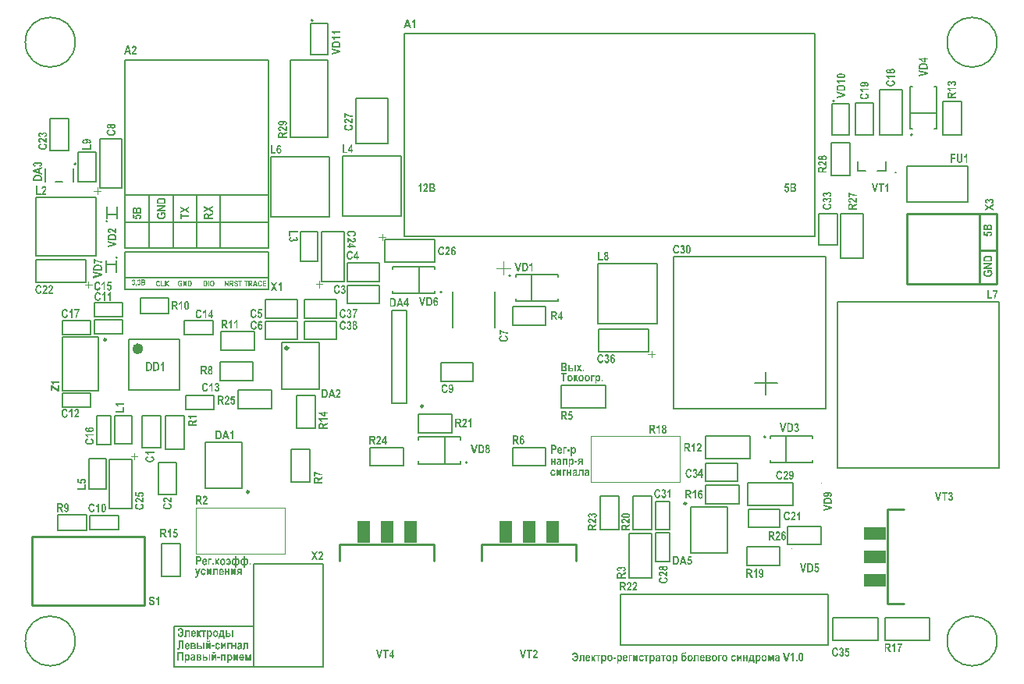
<source format=gto>
G04*
G04 #@! TF.GenerationSoftware,Altium Limited,Altium Designer,22.7.1 (60)*
G04*
G04 Layer_Color=65535*
%FSLAX43Y43*%
%MOMM*%
G71*
G04*
G04 #@! TF.SameCoordinates,FFDFB18E-E83D-4000-AC95-9D070D3E5886*
G04*
G04*
G04 #@! TF.FilePolarity,Positive*
G04*
G01*
G75*
%ADD10C,0.200*%
%ADD11C,0.250*%
%ADD12C,0.600*%
%ADD13C,0.150*%
%ADD14C,0.300*%
%ADD15C,0.100*%
%ADD16C,0.254*%
%ADD17C,0.050*%
%ADD18R,2.489X1.422*%
%ADD19R,1.422X2.489*%
G36*
X76040Y79122D02*
X76047Y79121D01*
X76055Y79120D01*
X76065Y79118D01*
X76075Y79115D01*
X76098Y79108D01*
X76110Y79103D01*
X76122Y79098D01*
X76134Y79090D01*
X76146Y79082D01*
X76158Y79073D01*
X76169Y79063D01*
X76170D01*
X76171Y79061D01*
X76173Y79058D01*
X76176Y79055D01*
X76179Y79050D01*
X76183Y79045D01*
X76188Y79038D01*
X76192Y79031D01*
X76197Y79023D01*
X76202Y79014D01*
X76207Y79004D01*
X76213Y78993D01*
X76217Y78980D01*
X76222Y78967D01*
X76226Y78953D01*
X76230Y78939D01*
X76128Y78909D01*
Y78910D01*
X76127Y78911D01*
Y78914D01*
X76126Y78917D01*
X76123Y78927D01*
X76119Y78938D01*
X76114Y78951D01*
X76106Y78964D01*
X76098Y78976D01*
X76088Y78987D01*
X76087Y78988D01*
X76083Y78991D01*
X76077Y78996D01*
X76068Y79001D01*
X76058Y79006D01*
X76047Y79010D01*
X76034Y79014D01*
X76019Y79014D01*
X76014D01*
X76010Y79014D01*
X76000Y79012D01*
X75987Y79008D01*
X75972Y79002D01*
X75956Y78993D01*
X75949Y78988D01*
X75942Y78981D01*
X75934Y78974D01*
X75927Y78965D01*
Y78964D01*
X75925Y78963D01*
X75924Y78959D01*
X75921Y78955D01*
X75919Y78950D01*
X75916Y78943D01*
X75913Y78935D01*
X75909Y78926D01*
X75906Y78916D01*
X75903Y78903D01*
X75900Y78890D01*
X75897Y78875D01*
X75895Y78859D01*
X75894Y78842D01*
X75892Y78822D01*
Y78802D01*
Y78801D01*
Y78796D01*
Y78791D01*
X75893Y78782D01*
Y78773D01*
X75894Y78762D01*
X75895Y78750D01*
X75896Y78737D01*
X75900Y78709D01*
X75907Y78682D01*
X75910Y78669D01*
X75915Y78656D01*
X75920Y78645D01*
X75926Y78634D01*
Y78634D01*
X75928Y78633D01*
X75932Y78627D01*
X75940Y78619D01*
X75951Y78610D01*
X75964Y78601D01*
X75979Y78593D01*
X75997Y78587D01*
X76006Y78586D01*
X76017Y78585D01*
X76018D01*
X76023Y78586D01*
X76031Y78587D01*
X76041Y78589D01*
X76052Y78593D01*
X76064Y78598D01*
X76076Y78607D01*
X76087Y78617D01*
X76088Y78619D01*
X76091Y78623D01*
X76097Y78631D01*
X76103Y78642D01*
X76111Y78656D01*
X76117Y78673D01*
X76125Y78694D01*
X76130Y78719D01*
X76231Y78680D01*
Y78679D01*
X76230Y78675D01*
X76228Y78670D01*
X76226Y78662D01*
X76224Y78654D01*
X76221Y78644D01*
X76217Y78633D01*
X76213Y78621D01*
X76201Y78596D01*
X76188Y78570D01*
X76172Y78546D01*
X76163Y78536D01*
X76152Y78525D01*
X76152Y78524D01*
X76150Y78523D01*
X76147Y78521D01*
X76142Y78518D01*
X76138Y78514D01*
X76131Y78511D01*
X76124Y78506D01*
X76115Y78501D01*
X76106Y78497D01*
X76096Y78492D01*
X76073Y78485D01*
X76047Y78479D01*
X76033Y78478D01*
X76018Y78477D01*
X76014D01*
X76009Y78478D01*
X76002D01*
X75993Y78480D01*
X75983Y78481D01*
X75972Y78484D01*
X75960Y78487D01*
X75947Y78491D01*
X75934Y78496D01*
X75921Y78502D01*
X75907Y78510D01*
X75894Y78519D01*
X75881Y78529D01*
X75868Y78540D01*
X75856Y78554D01*
X75855Y78555D01*
X75853Y78558D01*
X75849Y78563D01*
X75845Y78571D01*
X75839Y78579D01*
X75834Y78590D01*
X75827Y78603D01*
X75821Y78618D01*
X75813Y78634D01*
X75807Y78652D01*
X75801Y78671D01*
X75796Y78693D01*
X75791Y78716D01*
X75787Y78741D01*
X75785Y78767D01*
X75784Y78794D01*
Y78795D01*
Y78796D01*
Y78802D01*
X75785Y78810D01*
Y78820D01*
X75786Y78834D01*
X75788Y78850D01*
X75791Y78867D01*
X75794Y78885D01*
X75797Y78905D01*
X75802Y78926D01*
X75808Y78946D01*
X75815Y78967D01*
X75823Y78988D01*
X75833Y79007D01*
X75844Y79026D01*
X75857Y79044D01*
X75858Y79045D01*
X75859Y79048D01*
X75863Y79051D01*
X75868Y79056D01*
X75874Y79063D01*
X75882Y79069D01*
X75891Y79076D01*
X75901Y79084D01*
X75912Y79090D01*
X75925Y79098D01*
X75939Y79104D01*
X75954Y79111D01*
X75970Y79115D01*
X75987Y79119D01*
X76005Y79122D01*
X76025Y79123D01*
X76033D01*
X76040Y79122D01*
D02*
G37*
G36*
X76701Y79007D02*
X76423D01*
Y78868D01*
X76681D01*
Y78763D01*
X76423D01*
Y78593D01*
X76710D01*
Y78487D01*
X76320D01*
Y79112D01*
X76701D01*
Y79007D01*
D02*
G37*
G36*
X75748Y78487D02*
X75637D01*
X75592Y78629D01*
X75385D01*
X75343Y78487D01*
X75233D01*
X75432Y79112D01*
X75542D01*
X75748Y78487D01*
D02*
G37*
G36*
X75008Y79112D02*
X75016D01*
X75034Y79111D01*
X75053Y79108D01*
X75073Y79105D01*
X75091Y79100D01*
X75099Y79098D01*
X75107Y79095D01*
X75109Y79094D01*
X75113Y79092D01*
X75120Y79087D01*
X75128Y79081D01*
X75137Y79074D01*
X75147Y79063D01*
X75157Y79051D01*
X75166Y79037D01*
X75167Y79035D01*
X75170Y79029D01*
X75173Y79020D01*
X75178Y79009D01*
X75182Y78994D01*
X75185Y78977D01*
X75188Y78958D01*
X75189Y78937D01*
Y78936D01*
Y78934D01*
Y78929D01*
X75188Y78925D01*
Y78918D01*
X75187Y78911D01*
X75184Y78894D01*
X75181Y78876D01*
X75174Y78856D01*
X75165Y78837D01*
X75153Y78818D01*
Y78818D01*
X75151Y78817D01*
X75147Y78811D01*
X75138Y78804D01*
X75127Y78795D01*
X75113Y78785D01*
X75096Y78776D01*
X75076Y78769D01*
X75053Y78763D01*
X75055Y78762D01*
X75059Y78758D01*
X75065Y78754D01*
X75073Y78747D01*
X75081Y78740D01*
X75090Y78731D01*
X75099Y78720D01*
X75108Y78710D01*
X75109Y78709D01*
X75111Y78705D01*
X75117Y78697D01*
X75123Y78687D01*
X75132Y78673D01*
X75136Y78665D01*
X75142Y78656D01*
X75147Y78646D01*
X75154Y78634D01*
X75160Y78621D01*
X75167Y78609D01*
X75230Y78487D01*
X75105D01*
X75031Y78623D01*
Y78624D01*
X75029Y78627D01*
X75027Y78631D01*
X75025Y78635D01*
X75021Y78641D01*
X75017Y78647D01*
X75009Y78662D01*
X75000Y78678D01*
X74990Y78694D01*
X74987Y78700D01*
X74982Y78706D01*
X74978Y78711D01*
X74976Y78715D01*
X74975Y78716D01*
X74973Y78718D01*
X74970Y78721D01*
X74966Y78725D01*
X74957Y78733D01*
X74951Y78738D01*
X74945Y78741D01*
X74944D01*
X74942Y78742D01*
X74939Y78744D01*
X74933Y78744D01*
X74926Y78746D01*
X74916Y78747D01*
X74906Y78748D01*
X74873D01*
Y78487D01*
X74769D01*
Y79112D01*
X75001D01*
X75008Y79112D01*
D02*
G37*
G36*
X74703Y79007D02*
X74551D01*
Y78487D01*
X74448D01*
Y79007D01*
X74295D01*
Y79112D01*
X74703D01*
Y79007D01*
D02*
G37*
G36*
X73422Y79122D02*
X73429Y79121D01*
X73439Y79120D01*
X73448Y79119D01*
X73459Y79116D01*
X73481Y79111D01*
X73505Y79101D01*
X73516Y79096D01*
X73528Y79089D01*
X73538Y79082D01*
X73549Y79073D01*
X73550Y79072D01*
X73550Y79071D01*
X73553Y79067D01*
X73557Y79063D01*
X73561Y79059D01*
X73565Y79052D01*
X73570Y79045D01*
X73574Y79037D01*
X73579Y79027D01*
X73585Y79017D01*
X73589Y79005D01*
X73593Y78993D01*
X73597Y78979D01*
X73599Y78965D01*
X73602Y78950D01*
X73603Y78933D01*
X73500Y78928D01*
Y78928D01*
Y78929D01*
X73499Y78932D01*
X73498Y78936D01*
X73496Y78944D01*
X73493Y78955D01*
X73488Y78966D01*
X73484Y78978D01*
X73477Y78989D01*
X73469Y78998D01*
X73468Y78999D01*
X73465Y79001D01*
X73460Y79004D01*
X73452Y79008D01*
X73443Y79012D01*
X73432Y79015D01*
X73419Y79017D01*
X73404Y79018D01*
X73398D01*
X73390Y79017D01*
X73380Y79016D01*
X73370Y79014D01*
X73360Y79011D01*
X73349Y79006D01*
X73340Y79001D01*
X73339Y79000D01*
X73336Y78998D01*
X73332Y78994D01*
X73329Y78989D01*
X73325Y78982D01*
X73321Y78975D01*
X73318Y78966D01*
X73317Y78957D01*
Y78956D01*
Y78953D01*
X73318Y78949D01*
X73320Y78942D01*
X73322Y78936D01*
X73326Y78929D01*
X73331Y78922D01*
X73338Y78916D01*
X73339Y78915D01*
X73342Y78913D01*
X73348Y78909D01*
X73357Y78904D01*
X73364Y78902D01*
X73370Y78898D01*
X73378Y78895D01*
X73387Y78891D01*
X73396Y78888D01*
X73407Y78884D01*
X73419Y78880D01*
X73432Y78877D01*
X73433D01*
X73436Y78876D01*
X73439Y78875D01*
X73445Y78873D01*
X73451Y78870D01*
X73459Y78868D01*
X73476Y78862D01*
X73494Y78854D01*
X73513Y78847D01*
X73530Y78838D01*
X73538Y78833D01*
X73545Y78829D01*
X73547Y78828D01*
X73550Y78824D01*
X73557Y78819D01*
X73565Y78812D01*
X73574Y78803D01*
X73583Y78792D01*
X73591Y78779D01*
X73599Y78765D01*
X73599Y78763D01*
X73601Y78757D01*
X73604Y78749D01*
X73608Y78738D01*
X73611Y78724D01*
X73614Y78707D01*
X73616Y78689D01*
X73617Y78669D01*
Y78668D01*
Y78665D01*
Y78661D01*
X73616Y78655D01*
X73615Y78648D01*
X73614Y78640D01*
X73612Y78631D01*
X73611Y78621D01*
X73605Y78599D01*
X73596Y78576D01*
X73590Y78565D01*
X73583Y78554D01*
X73575Y78543D01*
X73566Y78532D01*
X73565Y78531D01*
X73563Y78529D01*
X73561Y78527D01*
X73557Y78523D01*
X73551Y78519D01*
X73545Y78514D01*
X73537Y78510D01*
X73528Y78505D01*
X73518Y78499D01*
X73506Y78495D01*
X73493Y78490D01*
X73479Y78486D01*
X73464Y78482D01*
X73447Y78480D01*
X73429Y78478D01*
X73410Y78477D01*
X73402D01*
X73392Y78479D01*
X73380Y78481D01*
X73366Y78484D01*
X73349Y78488D01*
X73331Y78495D01*
X73313Y78504D01*
X73294Y78515D01*
X73276Y78530D01*
X73258Y78547D01*
X73250Y78557D01*
X73242Y78568D01*
X73234Y78580D01*
X73228Y78592D01*
X73221Y78606D01*
X73215Y78621D01*
X73210Y78637D01*
X73206Y78654D01*
X73203Y78672D01*
X73200Y78692D01*
X73301Y78704D01*
Y78703D01*
X73302Y78698D01*
X73303Y78693D01*
X73304Y78685D01*
X73307Y78676D01*
X73311Y78666D01*
X73316Y78655D01*
X73321Y78644D01*
X73328Y78633D01*
X73335Y78621D01*
X73344Y78611D01*
X73355Y78602D01*
X73367Y78595D01*
X73380Y78589D01*
X73396Y78585D01*
X73413Y78584D01*
X73420D01*
X73428Y78585D01*
X73439Y78586D01*
X73451Y78589D01*
X73463Y78594D01*
X73475Y78599D01*
X73486Y78608D01*
X73487Y78609D01*
X73490Y78612D01*
X73495Y78618D01*
X73500Y78624D01*
X73505Y78634D01*
X73509Y78644D01*
X73513Y78656D01*
X73513Y78669D01*
Y78670D01*
Y78672D01*
X73513Y78676D01*
Y78682D01*
X73509Y78693D01*
X73507Y78699D01*
X73503Y78705D01*
Y78706D01*
X73501Y78707D01*
X73496Y78713D01*
X73492Y78717D01*
X73488Y78721D01*
X73481Y78725D01*
X73475Y78729D01*
X73474Y78730D01*
X73471Y78731D01*
X73464Y78733D01*
X73456Y78737D01*
X73451Y78739D01*
X73444Y78741D01*
X73437Y78744D01*
X73427Y78746D01*
X73418Y78750D01*
X73407Y78754D01*
X73395Y78757D01*
X73382Y78761D01*
X73381D01*
X73379Y78762D01*
X73376Y78763D01*
X73371Y78765D01*
X73366Y78767D01*
X73360Y78769D01*
X73345Y78774D01*
X73329Y78781D01*
X73313Y78788D01*
X73298Y78796D01*
X73285Y78805D01*
X73284Y78805D01*
X73280Y78809D01*
X73275Y78814D01*
X73268Y78821D01*
X73260Y78830D01*
X73252Y78840D01*
X73243Y78852D01*
X73236Y78866D01*
X73235Y78867D01*
X73233Y78872D01*
X73231Y78880D01*
X73228Y78891D01*
X73224Y78903D01*
X73221Y78916D01*
X73219Y78932D01*
X73219Y78948D01*
Y78949D01*
Y78950D01*
Y78952D01*
Y78956D01*
X73219Y78966D01*
X73221Y78978D01*
X73224Y78992D01*
X73229Y79008D01*
X73234Y79024D01*
X73242Y79039D01*
Y79040D01*
X73243Y79041D01*
X73246Y79046D01*
X73251Y79053D01*
X73258Y79063D01*
X73268Y79073D01*
X73279Y79083D01*
X73291Y79093D01*
X73305Y79101D01*
X73306D01*
X73307Y79102D01*
X73313Y79105D01*
X73322Y79108D01*
X73334Y79112D01*
X73349Y79116D01*
X73366Y79119D01*
X73386Y79122D01*
X73407Y79123D01*
X73415D01*
X73422Y79122D01*
D02*
G37*
G36*
X72602Y78487D02*
X72497D01*
X72291Y78894D01*
Y78487D01*
X72195D01*
Y79112D01*
X72295D01*
X72506Y78695D01*
Y79112D01*
X72602D01*
Y78487D01*
D02*
G37*
G36*
X74076Y79007D02*
X73924D01*
Y78487D01*
X73820D01*
Y79007D01*
X73668D01*
Y79112D01*
X74076D01*
Y79007D01*
D02*
G37*
G36*
X72949Y79112D02*
X72957D01*
X72974Y79111D01*
X72994Y79108D01*
X73013Y79105D01*
X73032Y79100D01*
X73040Y79098D01*
X73047Y79095D01*
X73049Y79094D01*
X73054Y79092D01*
X73060Y79087D01*
X73069Y79081D01*
X73078Y79074D01*
X73087Y79063D01*
X73097Y79051D01*
X73107Y79037D01*
X73108Y79035D01*
X73110Y79029D01*
X73114Y79020D01*
X73119Y79009D01*
X73122Y78994D01*
X73126Y78977D01*
X73129Y78958D01*
X73130Y78937D01*
Y78936D01*
Y78934D01*
Y78929D01*
X73129Y78925D01*
Y78918D01*
X73128Y78911D01*
X73125Y78894D01*
X73121Y78876D01*
X73115Y78856D01*
X73106Y78837D01*
X73094Y78818D01*
Y78818D01*
X73092Y78817D01*
X73087Y78811D01*
X73079Y78804D01*
X73068Y78795D01*
X73054Y78785D01*
X73036Y78776D01*
X73017Y78769D01*
X72994Y78763D01*
X72996Y78762D01*
X72999Y78758D01*
X73006Y78754D01*
X73013Y78747D01*
X73022Y78740D01*
X73031Y78731D01*
X73040Y78720D01*
X73048Y78710D01*
X73049Y78709D01*
X73052Y78705D01*
X73058Y78697D01*
X73064Y78687D01*
X73072Y78673D01*
X73077Y78665D01*
X73083Y78656D01*
X73088Y78646D01*
X73095Y78634D01*
X73101Y78621D01*
X73108Y78609D01*
X73170Y78487D01*
X73046D01*
X72972Y78623D01*
Y78624D01*
X72970Y78627D01*
X72968Y78631D01*
X72965Y78635D01*
X72961Y78641D01*
X72958Y78647D01*
X72949Y78662D01*
X72940Y78678D01*
X72931Y78694D01*
X72927Y78700D01*
X72923Y78706D01*
X72919Y78711D01*
X72916Y78715D01*
X72915Y78716D01*
X72913Y78718D01*
X72911Y78721D01*
X72907Y78725D01*
X72898Y78733D01*
X72892Y78738D01*
X72886Y78741D01*
X72885D01*
X72883Y78742D01*
X72879Y78744D01*
X72874Y78744D01*
X72866Y78746D01*
X72857Y78747D01*
X72847Y78748D01*
X72814D01*
Y78487D01*
X72710D01*
Y79112D01*
X72942D01*
X72949Y79112D01*
D02*
G37*
G36*
X70488Y78487D02*
X70384D01*
Y79112D01*
X70488D01*
Y78487D01*
D02*
G37*
G36*
X70076Y79112D02*
X70083D01*
X70098Y79111D01*
X70116Y79109D01*
X70134Y79105D01*
X70151Y79101D01*
X70166Y79096D01*
X70168Y79095D01*
X70172Y79093D01*
X70179Y79088D01*
X70188Y79083D01*
X70198Y79075D01*
X70210Y79066D01*
X70221Y79055D01*
X70233Y79042D01*
X70235Y79040D01*
X70239Y79036D01*
X70244Y79027D01*
X70251Y79015D01*
X70259Y79001D01*
X70268Y78985D01*
X70275Y78965D01*
X70282Y78943D01*
Y78942D01*
X70283Y78940D01*
X70284Y78937D01*
X70285Y78932D01*
X70286Y78927D01*
X70288Y78919D01*
X70290Y78911D01*
X70292Y78902D01*
X70293Y78891D01*
X70294Y78880D01*
X70296Y78868D01*
X70297Y78854D01*
X70299Y78826D01*
X70300Y78793D01*
Y78793D01*
Y78790D01*
Y78785D01*
Y78780D01*
X70299Y78773D01*
Y78765D01*
X70298Y78756D01*
Y78745D01*
X70295Y78723D01*
X70293Y78699D01*
X70288Y78675D01*
X70281Y78652D01*
Y78651D01*
X70281Y78649D01*
X70280Y78646D01*
X70278Y78642D01*
X70274Y78631D01*
X70269Y78618D01*
X70262Y78602D01*
X70254Y78586D01*
X70244Y78571D01*
X70234Y78557D01*
X70233Y78555D01*
X70230Y78551D01*
X70223Y78545D01*
X70216Y78537D01*
X70206Y78529D01*
X70195Y78521D01*
X70182Y78512D01*
X70167Y78505D01*
X70165Y78504D01*
X70159Y78502D01*
X70151Y78499D01*
X70139Y78497D01*
X70124Y78493D01*
X70107Y78490D01*
X70086Y78488D01*
X70064Y78487D01*
X69870D01*
Y79112D01*
X70071D01*
X70076Y79112D01*
D02*
G37*
G36*
X70825Y79122D02*
X70832D01*
X70842Y79120D01*
X70853Y79118D01*
X70865Y79115D01*
X70878Y79112D01*
X70892Y79108D01*
X70906Y79102D01*
X70921Y79095D01*
X70936Y79087D01*
X70951Y79077D01*
X70966Y79066D01*
X70979Y79053D01*
X70993Y79038D01*
X70994Y79038D01*
X70996Y79035D01*
X71000Y79030D01*
X71004Y79023D01*
X71009Y79014D01*
X71016Y79003D01*
X71022Y78991D01*
X71029Y78977D01*
X71035Y78961D01*
X71041Y78943D01*
X71047Y78924D01*
X71052Y78903D01*
X71056Y78879D01*
X71060Y78854D01*
X71062Y78828D01*
X71063Y78800D01*
Y78798D01*
Y78793D01*
Y78785D01*
X71062Y78774D01*
X71061Y78761D01*
X71059Y78745D01*
X71056Y78729D01*
X71053Y78710D01*
X71050Y78691D01*
X71045Y78671D01*
X71039Y78651D01*
X71031Y78631D01*
X71023Y78610D01*
X71013Y78591D01*
X71002Y78573D01*
X70989Y78555D01*
X70988Y78554D01*
X70986Y78551D01*
X70982Y78548D01*
X70977Y78543D01*
X70970Y78537D01*
X70963Y78530D01*
X70954Y78523D01*
X70943Y78516D01*
X70930Y78509D01*
X70918Y78502D01*
X70904Y78496D01*
X70888Y78489D01*
X70871Y78485D01*
X70853Y78481D01*
X70834Y78478D01*
X70814Y78477D01*
X70809D01*
X70803Y78478D01*
X70796D01*
X70786Y78480D01*
X70775Y78481D01*
X70763Y78484D01*
X70750Y78487D01*
X70736Y78491D01*
X70722Y78496D01*
X70708Y78502D01*
X70693Y78510D01*
X70679Y78519D01*
X70664Y78529D01*
X70651Y78540D01*
X70638Y78554D01*
X70637Y78555D01*
X70636Y78558D01*
X70632Y78563D01*
X70627Y78570D01*
X70622Y78579D01*
X70615Y78590D01*
X70609Y78603D01*
X70602Y78617D01*
X70595Y78634D01*
X70588Y78652D01*
X70582Y78671D01*
X70576Y78693D01*
X70572Y78716D01*
X70568Y78741D01*
X70566Y78768D01*
X70565Y78795D01*
Y78796D01*
Y78800D01*
Y78806D01*
X70566Y78814D01*
Y78823D01*
X70567Y78834D01*
X70568Y78847D01*
X70569Y78860D01*
X70574Y78890D01*
X70579Y78920D01*
X70587Y78951D01*
X70592Y78965D01*
X70598Y78979D01*
Y78980D01*
X70600Y78982D01*
X70601Y78986D01*
X70604Y78991D01*
X70607Y78997D01*
X70611Y79004D01*
X70621Y79020D01*
X70634Y79038D01*
X70648Y79055D01*
X70665Y79072D01*
X70684Y79087D01*
X70685D01*
X70686Y79088D01*
X70689Y79090D01*
X70693Y79092D01*
X70698Y79095D01*
X70705Y79098D01*
X70712Y79101D01*
X70720Y79105D01*
X70739Y79112D01*
X70761Y79117D01*
X70786Y79121D01*
X70814Y79123D01*
X70819D01*
X70825Y79122D01*
D02*
G37*
G36*
X67360D02*
X67367Y79121D01*
X67376Y79120D01*
X67386Y79119D01*
X67397Y79117D01*
X67421Y79112D01*
X67445Y79103D01*
X67457Y79098D01*
X67469Y79091D01*
X67481Y79084D01*
X67491Y79075D01*
X67492Y79075D01*
X67494Y79074D01*
X67496Y79071D01*
X67500Y79067D01*
X67504Y79062D01*
X67509Y79056D01*
X67515Y79049D01*
X67521Y79040D01*
X67527Y79031D01*
X67533Y79021D01*
X67539Y79010D01*
X67545Y78998D01*
X67550Y78984D01*
X67556Y78970D01*
X67559Y78954D01*
X67563Y78938D01*
X67460Y78915D01*
Y78916D01*
X67460Y78916D01*
X67458Y78923D01*
X67455Y78931D01*
X67450Y78942D01*
X67445Y78953D01*
X67437Y78966D01*
X67428Y78978D01*
X67418Y78989D01*
X67417Y78989D01*
X67412Y78992D01*
X67406Y78997D01*
X67398Y79001D01*
X67386Y79006D01*
X67374Y79011D01*
X67361Y79014D01*
X67345Y79014D01*
X67338D01*
X67334Y79014D01*
X67328Y79013D01*
X67322Y79012D01*
X67307Y79008D01*
X67289Y79001D01*
X67272Y78992D01*
X67263Y78987D01*
X67254Y78980D01*
X67246Y78972D01*
X67238Y78963D01*
Y78962D01*
X67236Y78960D01*
X67234Y78957D01*
X67231Y78953D01*
X67228Y78948D01*
X67225Y78941D01*
X67221Y78933D01*
X67217Y78924D01*
X67214Y78914D01*
X67210Y78903D01*
X67206Y78890D01*
X67203Y78876D01*
X67201Y78860D01*
X67199Y78843D01*
X67198Y78826D01*
X67197Y78806D01*
Y78805D01*
Y78802D01*
Y78795D01*
X67198Y78788D01*
Y78779D01*
X67200Y78768D01*
X67201Y78756D01*
X67202Y78744D01*
X67208Y78716D01*
X67215Y78687D01*
X67227Y78659D01*
X67233Y78647D01*
X67240Y78635D01*
X67241Y78634D01*
X67242Y78634D01*
X67248Y78628D01*
X67256Y78620D01*
X67267Y78610D01*
X67282Y78601D01*
X67300Y78593D01*
X67321Y78587D01*
X67332Y78586D01*
X67344Y78585D01*
X67349D01*
X67355Y78586D01*
X67362Y78587D01*
X67372Y78589D01*
X67383Y78591D01*
X67394Y78595D01*
X67406Y78599D01*
X67408Y78600D01*
X67411Y78602D01*
X67418Y78605D01*
X67426Y78609D01*
X67435Y78615D01*
X67445Y78621D01*
X67455Y78629D01*
X67465Y78638D01*
Y78717D01*
X67347D01*
Y78822D01*
X67570D01*
Y78573D01*
X67568Y78572D01*
X67563Y78567D01*
X67556Y78560D01*
X67545Y78550D01*
X67531Y78539D01*
X67515Y78528D01*
X67496Y78516D01*
X67473Y78505D01*
X67472D01*
X67471Y78504D01*
X67467Y78502D01*
X67463Y78500D01*
X67457Y78499D01*
X67450Y78497D01*
X67435Y78491D01*
X67416Y78487D01*
X67395Y78482D01*
X67373Y78478D01*
X67349Y78477D01*
X67342D01*
X67337Y78478D01*
X67330D01*
X67323Y78479D01*
X67313Y78480D01*
X67304Y78482D01*
X67284Y78487D01*
X67261Y78493D01*
X67238Y78502D01*
X67215Y78514D01*
X67214Y78515D01*
X67213Y78516D01*
X67210Y78518D01*
X67206Y78522D01*
X67195Y78530D01*
X67182Y78542D01*
X67167Y78558D01*
X67152Y78577D01*
X67137Y78599D01*
X67123Y78625D01*
Y78626D01*
X67121Y78629D01*
X67120Y78633D01*
X67117Y78638D01*
X67116Y78646D01*
X67113Y78654D01*
X67109Y78664D01*
X67106Y78675D01*
X67104Y78687D01*
X67100Y78701D01*
X67097Y78715D01*
X67095Y78731D01*
X67092Y78764D01*
X67090Y78800D01*
Y78801D01*
Y78805D01*
Y78810D01*
X67091Y78818D01*
Y78826D01*
X67092Y78837D01*
X67092Y78848D01*
X67094Y78861D01*
X67098Y78889D01*
X67104Y78918D01*
X67113Y78948D01*
X67124Y78977D01*
Y78977D01*
X67126Y78980D01*
X67128Y78984D01*
X67130Y78989D01*
X67133Y78995D01*
X67138Y79001D01*
X67148Y79017D01*
X67161Y79036D01*
X67176Y79053D01*
X67193Y79071D01*
X67213Y79086D01*
X67214D01*
X67215Y79087D01*
X67218Y79089D01*
X67223Y79091D01*
X67227Y79094D01*
X67234Y79098D01*
X67241Y79100D01*
X67250Y79104D01*
X67269Y79111D01*
X67291Y79117D01*
X67316Y79121D01*
X67344Y79123D01*
X67353D01*
X67360Y79122D01*
D02*
G37*
G36*
X68074Y78487D02*
X67970D01*
X67764Y78894D01*
Y78487D01*
X67668D01*
Y79112D01*
X67767D01*
X67978Y78695D01*
Y79112D01*
X68074D01*
Y78487D01*
D02*
G37*
G36*
X68388Y79112D02*
X68394D01*
X68410Y79111D01*
X68428Y79109D01*
X68445Y79105D01*
X68463Y79101D01*
X68477Y79096D01*
X68479Y79095D01*
X68484Y79093D01*
X68490Y79088D01*
X68500Y79083D01*
X68510Y79075D01*
X68522Y79066D01*
X68533Y79055D01*
X68545Y79042D01*
X68547Y79040D01*
X68550Y79036D01*
X68556Y79027D01*
X68562Y79015D01*
X68571Y79001D01*
X68579Y78985D01*
X68587Y78965D01*
X68594Y78943D01*
Y78942D01*
X68595Y78940D01*
X68596Y78937D01*
X68597Y78932D01*
X68598Y78927D01*
X68599Y78919D01*
X68601Y78911D01*
X68603Y78902D01*
X68604Y78891D01*
X68606Y78880D01*
X68608Y78868D01*
X68609Y78854D01*
X68611Y78826D01*
X68612Y78793D01*
Y78793D01*
Y78790D01*
Y78785D01*
Y78780D01*
X68611Y78773D01*
Y78765D01*
X68610Y78756D01*
Y78745D01*
X68607Y78723D01*
X68604Y78699D01*
X68599Y78675D01*
X68593Y78652D01*
Y78651D01*
X68592Y78649D01*
X68591Y78646D01*
X68589Y78642D01*
X68586Y78631D01*
X68580Y78618D01*
X68574Y78602D01*
X68565Y78586D01*
X68556Y78571D01*
X68546Y78557D01*
X68545Y78555D01*
X68541Y78551D01*
X68535Y78545D01*
X68527Y78537D01*
X68517Y78529D01*
X68506Y78521D01*
X68493Y78512D01*
X68478Y78505D01*
X68477Y78504D01*
X68471Y78502D01*
X68463Y78499D01*
X68451Y78497D01*
X68436Y78493D01*
X68418Y78490D01*
X68398Y78488D01*
X68376Y78487D01*
X68182D01*
Y79112D01*
X68382D01*
X68388Y79112D01*
D02*
G37*
G36*
X64985Y79122D02*
X64993Y79121D01*
X65001Y79120D01*
X65010Y79118D01*
X65020Y79115D01*
X65043Y79108D01*
X65055Y79103D01*
X65068Y79098D01*
X65080Y79090D01*
X65092Y79082D01*
X65104Y79073D01*
X65115Y79063D01*
X65116D01*
X65117Y79061D01*
X65118Y79058D01*
X65121Y79055D01*
X65125Y79050D01*
X65129Y79045D01*
X65133Y79038D01*
X65138Y79031D01*
X65142Y79023D01*
X65148Y79014D01*
X65153Y79004D01*
X65158Y78993D01*
X65163Y78980D01*
X65167Y78967D01*
X65172Y78953D01*
X65176Y78939D01*
X65073Y78909D01*
Y78910D01*
X65072Y78911D01*
Y78914D01*
X65071Y78917D01*
X65068Y78927D01*
X65065Y78938D01*
X65059Y78951D01*
X65052Y78964D01*
X65043Y78976D01*
X65033Y78987D01*
X65032Y78988D01*
X65029Y78991D01*
X65022Y78996D01*
X65014Y79001D01*
X65004Y79006D01*
X64993Y79010D01*
X64980Y79014D01*
X64965Y79014D01*
X64959D01*
X64956Y79014D01*
X64945Y79012D01*
X64933Y79008D01*
X64918Y79002D01*
X64902Y78993D01*
X64895Y78988D01*
X64887Y78981D01*
X64880Y78974D01*
X64872Y78965D01*
Y78964D01*
X64871Y78963D01*
X64870Y78959D01*
X64867Y78955D01*
X64864Y78950D01*
X64861Y78943D01*
X64859Y78935D01*
X64855Y78926D01*
X64851Y78916D01*
X64848Y78903D01*
X64846Y78890D01*
X64843Y78875D01*
X64841Y78859D01*
X64839Y78842D01*
X64837Y78822D01*
Y78802D01*
Y78801D01*
Y78796D01*
Y78791D01*
X64838Y78782D01*
Y78773D01*
X64839Y78762D01*
X64840Y78750D01*
X64842Y78737D01*
X64846Y78709D01*
X64852Y78682D01*
X64856Y78669D01*
X64860Y78656D01*
X64866Y78645D01*
X64872Y78634D01*
Y78634D01*
X64873Y78633D01*
X64878Y78627D01*
X64885Y78619D01*
X64896Y78610D01*
X64909Y78601D01*
X64924Y78593D01*
X64943Y78587D01*
X64952Y78586D01*
X64962Y78585D01*
X64964D01*
X64969Y78586D01*
X64977Y78587D01*
X64986Y78589D01*
X64997Y78593D01*
X65009Y78598D01*
X65021Y78607D01*
X65032Y78617D01*
X65033Y78619D01*
X65037Y78623D01*
X65043Y78631D01*
X65049Y78642D01*
X65056Y78656D01*
X65063Y78673D01*
X65070Y78694D01*
X65076Y78719D01*
X65177Y78680D01*
Y78679D01*
X65176Y78675D01*
X65174Y78670D01*
X65172Y78662D01*
X65169Y78654D01*
X65166Y78644D01*
X65163Y78633D01*
X65158Y78621D01*
X65147Y78596D01*
X65133Y78570D01*
X65117Y78546D01*
X65108Y78536D01*
X65098Y78525D01*
X65097Y78524D01*
X65095Y78523D01*
X65092Y78521D01*
X65088Y78518D01*
X65083Y78514D01*
X65077Y78511D01*
X65069Y78506D01*
X65061Y78501D01*
X65052Y78497D01*
X65042Y78492D01*
X65019Y78485D01*
X64993Y78479D01*
X64979Y78478D01*
X64964Y78477D01*
X64959D01*
X64955Y78478D01*
X64947D01*
X64939Y78480D01*
X64929Y78481D01*
X64918Y78484D01*
X64906Y78487D01*
X64893Y78491D01*
X64880Y78496D01*
X64867Y78502D01*
X64853Y78510D01*
X64839Y78519D01*
X64826Y78529D01*
X64813Y78540D01*
X64801Y78554D01*
X64800Y78555D01*
X64798Y78558D01*
X64795Y78563D01*
X64790Y78571D01*
X64785Y78579D01*
X64779Y78590D01*
X64773Y78603D01*
X64766Y78618D01*
X64759Y78634D01*
X64752Y78652D01*
X64747Y78671D01*
X64741Y78693D01*
X64737Y78716D01*
X64733Y78741D01*
X64731Y78767D01*
X64730Y78794D01*
Y78795D01*
Y78796D01*
Y78802D01*
X64731Y78810D01*
Y78820D01*
X64732Y78834D01*
X64734Y78850D01*
X64737Y78867D01*
X64739Y78885D01*
X64743Y78905D01*
X64748Y78926D01*
X64753Y78946D01*
X64761Y78967D01*
X64769Y78988D01*
X64778Y79007D01*
X64789Y79026D01*
X64802Y79044D01*
X64803Y79045D01*
X64805Y79048D01*
X64809Y79051D01*
X64813Y79056D01*
X64820Y79063D01*
X64827Y79069D01*
X64836Y79076D01*
X64847Y79084D01*
X64858Y79090D01*
X64871Y79098D01*
X64884Y79104D01*
X64899Y79111D01*
X64916Y79115D01*
X64933Y79119D01*
X64951Y79122D01*
X64970Y79123D01*
X64979D01*
X64985Y79122D01*
D02*
G37*
G36*
X65965Y78870D02*
X66167Y78487D01*
X66032D01*
X65892Y78781D01*
X65808Y78676D01*
Y78487D01*
X65705D01*
Y79112D01*
X65808D01*
Y78833D01*
X66018Y79112D01*
X66158D01*
X65965Y78870D01*
D02*
G37*
G36*
X65371Y78593D02*
X65628D01*
Y78487D01*
X65267D01*
Y79108D01*
X65371D01*
Y78593D01*
D02*
G37*
G36*
X62897Y79243D02*
X62903Y79242D01*
X62909Y79241D01*
X62926Y79237D01*
X62944Y79232D01*
X62962Y79222D01*
X62971Y79217D01*
X62980Y79210D01*
X62989Y79203D01*
X62997Y79194D01*
X62998Y79193D01*
X62999Y79192D01*
X63001Y79189D01*
X63004Y79185D01*
X63006Y79181D01*
X63010Y79175D01*
X63018Y79161D01*
X63026Y79145D01*
X63032Y79126D01*
X63037Y79106D01*
X63039Y79095D01*
Y79084D01*
Y79082D01*
Y79077D01*
X63038Y79069D01*
X63036Y79060D01*
X63034Y79048D01*
X63030Y79036D01*
X63026Y79023D01*
X63019Y79010D01*
X63018Y79008D01*
X63016Y79004D01*
X63012Y78999D01*
X63005Y78990D01*
X62998Y78982D01*
X62988Y78972D01*
X62977Y78962D01*
X62964Y78952D01*
X62965D01*
X62966Y78952D01*
X62971Y78950D01*
X62979Y78947D01*
X62989Y78942D01*
X63000Y78935D01*
X63011Y78927D01*
X63022Y78916D01*
X63033Y78902D01*
X63034Y78900D01*
X63038Y78894D01*
X63042Y78886D01*
X63047Y78875D01*
X63053Y78861D01*
X63056Y78844D01*
X63060Y78825D01*
X63061Y78804D01*
Y78803D01*
Y78800D01*
Y78795D01*
X63060Y78790D01*
X63059Y78782D01*
X63058Y78774D01*
X63056Y78765D01*
X63054Y78754D01*
X63048Y78732D01*
X63039Y78708D01*
X63033Y78696D01*
X63027Y78684D01*
X63018Y78673D01*
X63009Y78662D01*
X63008Y78661D01*
X63007Y78659D01*
X63004Y78657D01*
X63000Y78654D01*
X62995Y78649D01*
X62990Y78645D01*
X62975Y78634D01*
X62957Y78624D01*
X62937Y78615D01*
X62925Y78612D01*
X62913Y78609D01*
X62901Y78608D01*
X62888Y78607D01*
X62882D01*
X62877Y78608D01*
X62871Y78609D01*
X62864Y78609D01*
X62848Y78612D01*
X62831Y78618D01*
X62811Y78627D01*
X62801Y78632D01*
X62792Y78638D01*
X62783Y78646D01*
X62773Y78654D01*
X62772Y78655D01*
X62772Y78656D01*
X62769Y78658D01*
X62766Y78662D01*
X62762Y78668D01*
X62759Y78673D01*
X62754Y78680D01*
X62749Y78688D01*
X62745Y78696D01*
X62740Y78707D01*
X62735Y78717D01*
X62731Y78729D01*
X62724Y78754D01*
X62720Y78783D01*
X62815Y78797D01*
Y78796D01*
Y78795D01*
X62816Y78790D01*
X62817Y78782D01*
X62820Y78772D01*
X62822Y78761D01*
X62827Y78750D01*
X62833Y78739D01*
X62839Y78730D01*
X62840Y78729D01*
X62843Y78726D01*
X62847Y78722D01*
X62853Y78719D01*
X62859Y78714D01*
X62868Y78710D01*
X62877Y78707D01*
X62887Y78707D01*
X62893D01*
X62898Y78708D01*
X62905Y78710D01*
X62913Y78713D01*
X62922Y78718D01*
X62931Y78724D01*
X62939Y78733D01*
X62940Y78734D01*
X62943Y78739D01*
X62945Y78744D01*
X62950Y78754D01*
X62954Y78764D01*
X62956Y78778D01*
X62959Y78793D01*
X62960Y78810D01*
Y78811D01*
Y78812D01*
Y78818D01*
X62959Y78826D01*
X62957Y78836D01*
X62956Y78847D01*
X62952Y78859D01*
X62946Y78871D01*
X62940Y78881D01*
X62939Y78882D01*
X62936Y78886D01*
X62931Y78890D01*
X62926Y78895D01*
X62919Y78900D01*
X62910Y78904D01*
X62901Y78907D01*
X62891Y78908D01*
X62883D01*
X62879Y78907D01*
X62872Y78906D01*
X62864Y78904D01*
X62856Y78902D01*
X62846Y78899D01*
X62857Y78997D01*
X62863D01*
X62870Y78998D01*
X62879Y78999D01*
X62889Y79001D01*
X62899Y79004D01*
X62908Y79010D01*
X62918Y79016D01*
X62919Y79017D01*
X62921Y79020D01*
X62925Y79026D01*
X62929Y79032D01*
X62932Y79040D01*
X62936Y79050D01*
X62939Y79063D01*
X62940Y79076D01*
Y79078D01*
Y79082D01*
X62939Y79087D01*
X62938Y79095D01*
X62936Y79102D01*
X62932Y79111D01*
X62929Y79119D01*
X62923Y79126D01*
X62922Y79127D01*
X62920Y79129D01*
X62917Y79132D01*
X62912Y79136D01*
X62907Y79139D01*
X62899Y79142D01*
X62891Y79144D01*
X62882Y79145D01*
X62878D01*
X62872Y79144D01*
X62867Y79142D01*
X62860Y79139D01*
X62853Y79136D01*
X62845Y79131D01*
X62838Y79124D01*
X62837Y79123D01*
X62835Y79120D01*
X62833Y79114D01*
X62829Y79108D01*
X62825Y79100D01*
X62821Y79088D01*
X62819Y79076D01*
X62817Y79062D01*
X62726Y79080D01*
Y79081D01*
X62727Y79084D01*
X62728Y79088D01*
X62729Y79094D01*
X62731Y79101D01*
X62733Y79109D01*
X62738Y79127D01*
X62746Y79148D01*
X62755Y79168D01*
X62767Y79187D01*
X62773Y79197D01*
X62781Y79204D01*
X62782Y79205D01*
X62783Y79206D01*
X62788Y79210D01*
X62797Y79217D01*
X62809Y79224D01*
X62824Y79231D01*
X62843Y79237D01*
X62863Y79242D01*
X62874Y79244D01*
X62892D01*
X62897Y79243D01*
D02*
G37*
G36*
X62300D02*
X62306Y79242D01*
X62312Y79241D01*
X62329Y79237D01*
X62346Y79232D01*
X62365Y79222D01*
X62374Y79217D01*
X62383Y79210D01*
X62392Y79203D01*
X62400Y79194D01*
X62401Y79193D01*
X62402Y79192D01*
X62404Y79189D01*
X62406Y79185D01*
X62409Y79181D01*
X62413Y79175D01*
X62421Y79161D01*
X62429Y79145D01*
X62435Y79126D01*
X62440Y79106D01*
X62441Y79095D01*
Y79084D01*
Y79082D01*
Y79077D01*
X62441Y79069D01*
X62439Y79060D01*
X62437Y79048D01*
X62433Y79036D01*
X62429Y79023D01*
X62422Y79010D01*
X62421Y79008D01*
X62418Y79004D01*
X62415Y78999D01*
X62408Y78990D01*
X62401Y78982D01*
X62391Y78972D01*
X62380Y78962D01*
X62367Y78952D01*
X62368D01*
X62368Y78952D01*
X62374Y78950D01*
X62381Y78947D01*
X62392Y78942D01*
X62403Y78935D01*
X62414Y78927D01*
X62425Y78916D01*
X62436Y78902D01*
X62437Y78900D01*
X62441Y78894D01*
X62445Y78886D01*
X62450Y78875D01*
X62455Y78861D01*
X62459Y78844D01*
X62463Y78825D01*
X62464Y78804D01*
Y78803D01*
Y78800D01*
Y78795D01*
X62463Y78790D01*
X62462Y78782D01*
X62461Y78774D01*
X62459Y78765D01*
X62457Y78754D01*
X62451Y78732D01*
X62441Y78708D01*
X62436Y78696D01*
X62429Y78684D01*
X62421Y78673D01*
X62412Y78662D01*
X62411Y78661D01*
X62410Y78659D01*
X62406Y78657D01*
X62403Y78654D01*
X62398Y78649D01*
X62392Y78645D01*
X62378Y78634D01*
X62360Y78624D01*
X62340Y78615D01*
X62328Y78612D01*
X62316Y78609D01*
X62304Y78608D01*
X62291Y78607D01*
X62284D01*
X62280Y78608D01*
X62274Y78609D01*
X62267Y78609D01*
X62251Y78612D01*
X62233Y78618D01*
X62214Y78627D01*
X62204Y78632D01*
X62195Y78638D01*
X62185Y78646D01*
X62176Y78654D01*
X62175Y78655D01*
X62174Y78656D01*
X62171Y78658D01*
X62169Y78662D01*
X62165Y78668D01*
X62161Y78673D01*
X62157Y78680D01*
X62152Y78688D01*
X62147Y78696D01*
X62143Y78707D01*
X62138Y78717D01*
X62134Y78729D01*
X62127Y78754D01*
X62122Y78783D01*
X62218Y78797D01*
Y78796D01*
Y78795D01*
X62219Y78790D01*
X62220Y78782D01*
X62222Y78772D01*
X62225Y78761D01*
X62230Y78750D01*
X62235Y78739D01*
X62242Y78730D01*
X62243Y78729D01*
X62245Y78726D01*
X62250Y78722D01*
X62256Y78719D01*
X62262Y78714D01*
X62270Y78710D01*
X62280Y78707D01*
X62290Y78707D01*
X62295D01*
X62301Y78708D01*
X62307Y78710D01*
X62316Y78713D01*
X62325Y78718D01*
X62333Y78724D01*
X62342Y78733D01*
X62343Y78734D01*
X62345Y78739D01*
X62348Y78744D01*
X62353Y78754D01*
X62356Y78764D01*
X62359Y78778D01*
X62362Y78793D01*
X62363Y78810D01*
Y78811D01*
Y78812D01*
Y78818D01*
X62362Y78826D01*
X62360Y78836D01*
X62358Y78847D01*
X62355Y78859D01*
X62349Y78871D01*
X62343Y78881D01*
X62342Y78882D01*
X62339Y78886D01*
X62334Y78890D01*
X62329Y78895D01*
X62321Y78900D01*
X62313Y78904D01*
X62304Y78907D01*
X62294Y78908D01*
X62286D01*
X62282Y78907D01*
X62275Y78906D01*
X62267Y78904D01*
X62258Y78902D01*
X62249Y78899D01*
X62259Y78997D01*
X62266D01*
X62273Y78998D01*
X62282Y78999D01*
X62292Y79001D01*
X62302Y79004D01*
X62311Y79010D01*
X62320Y79016D01*
X62321Y79017D01*
X62324Y79020D01*
X62328Y79026D01*
X62331Y79032D01*
X62335Y79040D01*
X62339Y79050D01*
X62342Y79063D01*
X62343Y79076D01*
Y79078D01*
Y79082D01*
X62342Y79087D01*
X62341Y79095D01*
X62339Y79102D01*
X62335Y79111D01*
X62331Y79119D01*
X62326Y79126D01*
X62325Y79127D01*
X62323Y79129D01*
X62319Y79132D01*
X62315Y79136D01*
X62309Y79139D01*
X62302Y79142D01*
X62294Y79144D01*
X62284Y79145D01*
X62281D01*
X62275Y79144D01*
X62269Y79142D01*
X62263Y79139D01*
X62256Y79136D01*
X62248Y79131D01*
X62241Y79124D01*
X62240Y79123D01*
X62238Y79120D01*
X62235Y79114D01*
X62232Y79108D01*
X62228Y79100D01*
X62224Y79088D01*
X62221Y79076D01*
X62220Y79062D01*
X62129Y79080D01*
Y79081D01*
X62130Y79084D01*
X62131Y79088D01*
X62132Y79094D01*
X62134Y79101D01*
X62135Y79109D01*
X62141Y79127D01*
X62148Y79148D01*
X62158Y79168D01*
X62170Y79187D01*
X62176Y79197D01*
X62184Y79204D01*
X62184Y79205D01*
X62185Y79206D01*
X62191Y79210D01*
X62200Y79217D01*
X62212Y79224D01*
X62227Y79231D01*
X62245Y79237D01*
X62266Y79242D01*
X62277Y79244D01*
X62294D01*
X62300Y79243D01*
D02*
G37*
G36*
X63377Y79241D02*
X63395Y79240D01*
X63414Y79238D01*
X63434Y79235D01*
X63452Y79232D01*
X63459Y79229D01*
X63467Y79226D01*
X63469Y79225D01*
X63472Y79223D01*
X63479Y79219D01*
X63487Y79213D01*
X63495Y79206D01*
X63506Y79197D01*
X63515Y79185D01*
X63524Y79172D01*
X63525Y79170D01*
X63528Y79165D01*
X63532Y79157D01*
X63536Y79147D01*
X63541Y79134D01*
X63544Y79119D01*
X63547Y79102D01*
X63548Y79085D01*
Y79084D01*
Y79083D01*
Y79077D01*
X63547Y79068D01*
X63545Y79058D01*
X63544Y79045D01*
X63540Y79031D01*
X63534Y79016D01*
X63528Y79002D01*
X63527Y79001D01*
X63524Y78997D01*
X63520Y78990D01*
X63514Y78982D01*
X63506Y78974D01*
X63497Y78965D01*
X63487Y78956D01*
X63475Y78949D01*
X63476D01*
X63477Y78948D01*
X63483Y78946D01*
X63491Y78941D01*
X63502Y78936D01*
X63513Y78928D01*
X63525Y78919D01*
X63537Y78907D01*
X63547Y78893D01*
X63548Y78891D01*
X63551Y78887D01*
X63556Y78879D01*
X63560Y78867D01*
X63565Y78853D01*
X63569Y78837D01*
X63572Y78818D01*
X63573Y78798D01*
Y78797D01*
Y78795D01*
Y78792D01*
X63572Y78787D01*
Y78781D01*
X63571Y78774D01*
X63569Y78758D01*
X63565Y78740D01*
X63559Y78720D01*
X63551Y78701D01*
X63540Y78683D01*
Y78682D01*
X63538Y78681D01*
X63534Y78675D01*
X63527Y78667D01*
X63518Y78658D01*
X63507Y78647D01*
X63493Y78638D01*
X63478Y78630D01*
X63462Y78624D01*
X63460D01*
X63458Y78623D01*
X63456D01*
X63451Y78622D01*
X63446D01*
X63440Y78621D01*
X63433Y78621D01*
X63423Y78620D01*
X63413D01*
X63401Y78619D01*
X63387Y78618D01*
X63372D01*
X63356Y78617D01*
X63143D01*
Y79242D01*
X63369D01*
X63377Y79241D01*
D02*
G37*
G36*
X62640Y78651D02*
Y78650D01*
Y78648D01*
Y78645D01*
Y78639D01*
X62639Y78634D01*
Y78626D01*
X62638Y78610D01*
X62636Y78593D01*
X62633Y78575D01*
X62628Y78558D01*
X62623Y78543D01*
Y78542D01*
X62622Y78541D01*
X62619Y78536D01*
X62613Y78528D01*
X62606Y78519D01*
X62596Y78508D01*
X62584Y78497D01*
X62570Y78487D01*
X62552Y78477D01*
X62534Y78527D01*
X62535Y78528D01*
X62539Y78529D01*
X62544Y78532D01*
X62550Y78536D01*
X62557Y78540D01*
X62563Y78546D01*
X62570Y78552D01*
X62576Y78560D01*
X62576Y78560D01*
X62577Y78563D01*
X62580Y78568D01*
X62582Y78574D01*
X62585Y78583D01*
X62587Y78592D01*
X62588Y78604D01*
X62589Y78617D01*
X62542D01*
Y78737D01*
X62640D01*
Y78651D01*
D02*
G37*
G36*
X130095Y38505D02*
X130103Y38503D01*
X130113Y38502D01*
X130136Y38495D01*
X130162Y38484D01*
X130176Y38477D01*
X130191Y38467D01*
X130205Y38457D01*
X130219Y38444D01*
X130231Y38430D01*
X130246Y38413D01*
X130247Y38412D01*
X130248Y38409D01*
X130253Y38403D01*
X130257Y38396D01*
X130262Y38386D01*
X130268Y38375D01*
X130274Y38361D01*
X130281Y38346D01*
X130288Y38329D01*
X130293Y38309D01*
X130299Y38288D01*
X130305Y38264D01*
X130309Y38238D01*
X130313Y38212D01*
X130315Y38182D01*
X130316Y38151D01*
Y38150D01*
Y38143D01*
Y38134D01*
X130315Y38121D01*
Y38107D01*
X130312Y38090D01*
X130310Y38071D01*
X130308Y38051D01*
X130299Y38007D01*
X130286Y37961D01*
X130278Y37940D01*
X130270Y37918D01*
X130258Y37897D01*
X130246Y37879D01*
X130244Y37878D01*
X130243Y37875D01*
X130238Y37870D01*
X130233Y37865D01*
X130219Y37849D01*
X130198Y37832D01*
X130174Y37814D01*
X130145Y37800D01*
X130130Y37793D01*
X130113Y37789D01*
X130096Y37786D01*
X130078Y37785D01*
X130071D01*
X130062Y37786D01*
X130051Y37787D01*
X130038Y37790D01*
X130024Y37793D01*
X130010Y37799D01*
X129995Y37806D01*
X129993Y37807D01*
X129988Y37810D01*
X129981Y37816D01*
X129971Y37824D01*
X129958Y37834D01*
X129945Y37848D01*
X129930Y37865D01*
X129914Y37885D01*
Y37538D01*
X129763D01*
Y38491D01*
X129903D01*
Y38389D01*
X129904Y38392D01*
X129909Y38398D01*
X129914Y38408D01*
X129923Y38420D01*
X129934Y38433D01*
X129947Y38447D01*
X129961Y38461D01*
X129978Y38474D01*
X129981Y38475D01*
X129986Y38479D01*
X129996Y38484D01*
X130007Y38491D01*
X130023Y38496D01*
X130040Y38501D01*
X130059Y38505D01*
X130079Y38506D01*
X130089D01*
X130095Y38505D01*
D02*
G37*
G36*
X121087D02*
X121095Y38503D01*
X121105Y38502D01*
X121128Y38495D01*
X121154Y38484D01*
X121168Y38477D01*
X121183Y38467D01*
X121197Y38457D01*
X121211Y38444D01*
X121223Y38430D01*
X121238Y38413D01*
X121239Y38412D01*
X121240Y38409D01*
X121245Y38403D01*
X121249Y38396D01*
X121254Y38386D01*
X121260Y38375D01*
X121266Y38361D01*
X121273Y38346D01*
X121280Y38329D01*
X121285Y38309D01*
X121291Y38288D01*
X121297Y38264D01*
X121301Y38238D01*
X121305Y38212D01*
X121307Y38182D01*
X121308Y38151D01*
Y38150D01*
Y38143D01*
Y38134D01*
X121307Y38121D01*
Y38107D01*
X121304Y38090D01*
X121302Y38071D01*
X121300Y38051D01*
X121291Y38007D01*
X121278Y37961D01*
X121270Y37940D01*
X121262Y37918D01*
X121250Y37897D01*
X121238Y37879D01*
X121236Y37878D01*
X121235Y37875D01*
X121231Y37870D01*
X121225Y37865D01*
X121211Y37849D01*
X121190Y37832D01*
X121166Y37814D01*
X121137Y37800D01*
X121122Y37793D01*
X121105Y37789D01*
X121088Y37786D01*
X121070Y37785D01*
X121063D01*
X121054Y37786D01*
X121043Y37787D01*
X121030Y37790D01*
X121016Y37793D01*
X121002Y37799D01*
X120987Y37806D01*
X120985Y37807D01*
X120980Y37810D01*
X120973Y37816D01*
X120963Y37824D01*
X120950Y37834D01*
X120937Y37848D01*
X120922Y37865D01*
X120906Y37885D01*
Y37538D01*
X120755D01*
Y38491D01*
X120895D01*
Y38389D01*
X120896Y38392D01*
X120901Y38398D01*
X120906Y38408D01*
X120915Y38420D01*
X120926Y38433D01*
X120939Y38447D01*
X120953Y38461D01*
X120970Y38474D01*
X120973Y38475D01*
X120978Y38479D01*
X120988Y38484D01*
X120999Y38491D01*
X121015Y38496D01*
X121032Y38501D01*
X121051Y38505D01*
X121071Y38506D01*
X121081D01*
X121087Y38505D01*
D02*
G37*
G36*
X118610D02*
X118618Y38503D01*
X118628Y38502D01*
X118651Y38495D01*
X118678Y38484D01*
X118692Y38477D01*
X118706Y38467D01*
X118720Y38457D01*
X118734Y38444D01*
X118747Y38430D01*
X118761Y38413D01*
X118762Y38412D01*
X118764Y38409D01*
X118768Y38403D01*
X118772Y38396D01*
X118778Y38386D01*
X118783Y38375D01*
X118789Y38361D01*
X118796Y38346D01*
X118803Y38329D01*
X118809Y38309D01*
X118814Y38288D01*
X118820Y38264D01*
X118824Y38238D01*
X118828Y38212D01*
X118830Y38182D01*
X118831Y38151D01*
Y38150D01*
Y38143D01*
Y38134D01*
X118830Y38121D01*
Y38107D01*
X118827Y38090D01*
X118826Y38071D01*
X118823Y38051D01*
X118814Y38007D01*
X118802Y37961D01*
X118793Y37940D01*
X118785Y37918D01*
X118773Y37897D01*
X118761Y37879D01*
X118759Y37878D01*
X118758Y37875D01*
X118754Y37870D01*
X118748Y37865D01*
X118734Y37849D01*
X118713Y37832D01*
X118689Y37814D01*
X118661Y37800D01*
X118645Y37793D01*
X118628Y37789D01*
X118611Y37786D01*
X118593Y37785D01*
X118586D01*
X118577Y37786D01*
X118566Y37787D01*
X118553Y37790D01*
X118539Y37793D01*
X118525Y37799D01*
X118510Y37806D01*
X118508Y37807D01*
X118503Y37810D01*
X118496Y37816D01*
X118486Y37824D01*
X118473Y37834D01*
X118460Y37848D01*
X118445Y37865D01*
X118429Y37885D01*
Y37538D01*
X118279D01*
Y38491D01*
X118418D01*
Y38389D01*
X118420Y38392D01*
X118424Y38398D01*
X118429Y38408D01*
X118438Y38420D01*
X118449Y38433D01*
X118462Y38447D01*
X118476Y38461D01*
X118493Y38474D01*
X118496Y38475D01*
X118501Y38479D01*
X118511Y38484D01*
X118522Y38491D01*
X118538Y38496D01*
X118555Y38501D01*
X118575Y38505D01*
X118594Y38506D01*
X118604D01*
X118610Y38505D01*
D02*
G37*
G36*
X115066Y38505D02*
X115074Y38503D01*
X115084Y38502D01*
X115107Y38495D01*
X115134Y38484D01*
X115148Y38477D01*
X115162Y38467D01*
X115176Y38457D01*
X115190Y38444D01*
X115203Y38430D01*
X115217Y38413D01*
X115218Y38412D01*
X115220Y38409D01*
X115224Y38403D01*
X115228Y38396D01*
X115234Y38386D01*
X115239Y38375D01*
X115245Y38361D01*
X115252Y38346D01*
X115259Y38329D01*
X115265Y38309D01*
X115270Y38288D01*
X115276Y38264D01*
X115280Y38238D01*
X115284Y38212D01*
X115286Y38182D01*
X115287Y38151D01*
Y38150D01*
Y38143D01*
Y38134D01*
X115286Y38121D01*
Y38107D01*
X115283Y38090D01*
X115282Y38071D01*
X115279Y38051D01*
X115270Y38007D01*
X115258Y37961D01*
X115249Y37940D01*
X115241Y37918D01*
X115229Y37897D01*
X115217Y37879D01*
X115215Y37878D01*
X115214Y37875D01*
X115210Y37870D01*
X115204Y37865D01*
X115190Y37849D01*
X115169Y37832D01*
X115145Y37814D01*
X115117Y37800D01*
X115101Y37793D01*
X115084Y37789D01*
X115067Y37786D01*
X115049Y37784D01*
X115042D01*
X115033Y37786D01*
X115022Y37787D01*
X115009Y37790D01*
X114995Y37793D01*
X114981Y37799D01*
X114966Y37806D01*
X114964Y37807D01*
X114959Y37810D01*
X114952Y37816D01*
X114942Y37824D01*
X114929Y37834D01*
X114916Y37848D01*
X114901Y37865D01*
X114885Y37885D01*
Y37538D01*
X114735D01*
Y38491D01*
X114874D01*
Y38389D01*
X114876Y38392D01*
X114880Y38398D01*
X114885Y38408D01*
X114894Y38420D01*
X114905Y38433D01*
X114918Y38447D01*
X114932Y38461D01*
X114949Y38474D01*
X114952Y38475D01*
X114957Y38479D01*
X114967Y38484D01*
X114978Y38491D01*
X114994Y38496D01*
X115011Y38501D01*
X115031Y38505D01*
X115050Y38506D01*
X115060D01*
X115066Y38505D01*
D02*
G37*
G36*
X113369D02*
X113377Y38503D01*
X113387Y38502D01*
X113409Y38495D01*
X113436Y38484D01*
X113450Y38477D01*
X113464Y38467D01*
X113479Y38457D01*
X113493Y38444D01*
X113505Y38430D01*
X113519Y38413D01*
X113521Y38412D01*
X113522Y38409D01*
X113526Y38403D01*
X113531Y38396D01*
X113536Y38386D01*
X113542Y38375D01*
X113548Y38361D01*
X113555Y38346D01*
X113562Y38329D01*
X113567Y38309D01*
X113573Y38288D01*
X113579Y38264D01*
X113583Y38238D01*
X113587Y38212D01*
X113589Y38182D01*
X113590Y38151D01*
Y38150D01*
Y38143D01*
Y38134D01*
X113589Y38121D01*
Y38107D01*
X113586Y38090D01*
X113584Y38071D01*
X113581Y38051D01*
X113573Y38007D01*
X113560Y37961D01*
X113552Y37940D01*
X113543Y37918D01*
X113532Y37897D01*
X113519Y37879D01*
X113518Y37878D01*
X113517Y37875D01*
X113512Y37870D01*
X113507Y37865D01*
X113493Y37849D01*
X113472Y37832D01*
X113448Y37814D01*
X113419Y37800D01*
X113404Y37793D01*
X113387Y37789D01*
X113370Y37786D01*
X113352Y37784D01*
X113345D01*
X113336Y37786D01*
X113325Y37787D01*
X113312Y37790D01*
X113298Y37793D01*
X113284Y37799D01*
X113269Y37806D01*
X113267Y37807D01*
X113261Y37810D01*
X113254Y37816D01*
X113245Y37824D01*
X113232Y37834D01*
X113219Y37848D01*
X113204Y37865D01*
X113188Y37885D01*
Y37538D01*
X113037D01*
Y38491D01*
X113177D01*
Y38389D01*
X113178Y38392D01*
X113183Y38398D01*
X113188Y38408D01*
X113197Y38420D01*
X113208Y38433D01*
X113221Y38447D01*
X113235Y38461D01*
X113252Y38474D01*
X113254Y38475D01*
X113260Y38479D01*
X113270Y38484D01*
X113281Y38491D01*
X113297Y38496D01*
X113314Y38501D01*
X113333Y38505D01*
X113353Y38506D01*
X113363D01*
X113369Y38505D01*
D02*
G37*
G36*
X127392Y38505D02*
X127401D01*
X127411Y38503D01*
X127433Y38499D01*
X127459Y38494D01*
X127487Y38484D01*
X127512Y38471D01*
X127537Y38453D01*
X127539D01*
X127540Y38450D01*
X127547Y38443D01*
X127559Y38430D01*
X127573Y38412D01*
X127588Y38389D01*
X127602Y38361D01*
X127611Y38344D01*
X127616Y38326D01*
X127623Y38307D01*
X127629Y38286D01*
X127481Y38254D01*
Y38255D01*
X127480Y38258D01*
Y38264D01*
X127477Y38271D01*
X127471Y38288D01*
X127461Y38309D01*
X127449Y38329D01*
X127430Y38346D01*
X127419Y38353D01*
X127408Y38358D01*
X127394Y38361D01*
X127378Y38362D01*
X127370D01*
X127358Y38360D01*
X127347Y38357D01*
X127333Y38351D01*
X127318Y38343D01*
X127303Y38330D01*
X127289Y38315D01*
X127288Y38312D01*
X127284Y38306D01*
X127278Y38293D01*
X127272Y38278D01*
X127267Y38255D01*
X127264Y38243D01*
X127261Y38229D01*
X127258Y38213D01*
X127257Y38196D01*
X127256Y38176D01*
Y38157D01*
Y38155D01*
Y38151D01*
Y38145D01*
Y38137D01*
X127257Y38127D01*
Y38116D01*
X127260Y38089D01*
X127264Y38061D01*
X127270Y38031D01*
X127277Y38006D01*
X127282Y37993D01*
X127288Y37983D01*
X127289Y37982D01*
X127294Y37976D01*
X127302Y37968D01*
X127312Y37959D01*
X127325Y37949D01*
X127342Y37942D01*
X127358Y37937D01*
X127380Y37934D01*
X127387D01*
X127394Y37935D01*
X127404Y37938D01*
X127413Y37941D01*
X127426Y37945D01*
X127437Y37952D01*
X127447Y37962D01*
X127449Y37964D01*
X127452Y37968D01*
X127457Y37975D01*
X127463Y37986D01*
X127470Y38000D01*
X127477Y38017D01*
X127483Y38040D01*
X127488Y38065D01*
X127636Y38034D01*
Y38031D01*
X127633Y38023D01*
X127631Y38011D01*
X127625Y37995D01*
X127619Y37976D01*
X127611Y37955D01*
X127600Y37933D01*
X127585Y37910D01*
X127570Y37886D01*
X127552Y37863D01*
X127530Y37842D01*
X127506Y37824D01*
X127478Y37807D01*
X127447Y37796D01*
X127412Y37787D01*
X127394Y37786D01*
X127374Y37785D01*
X127368D01*
X127361Y37786D01*
X127351D01*
X127340Y37787D01*
X127326Y37790D01*
X127296Y37797D01*
X127280Y37803D01*
X127263Y37810D01*
X127246Y37818D01*
X127229Y37828D01*
X127212Y37841D01*
X127196Y37855D01*
X127181Y37870D01*
X127168Y37889D01*
Y37890D01*
X127165Y37893D01*
X127163Y37900D01*
X127158Y37907D01*
X127153Y37918D01*
X127147Y37930D01*
X127141Y37944D01*
X127136Y37961D01*
X127129Y37978D01*
X127123Y37997D01*
X127117Y38019D01*
X127112Y38041D01*
X127105Y38089D01*
X127103Y38116D01*
X127102Y38143D01*
Y38144D01*
Y38151D01*
Y38159D01*
X127103Y38172D01*
X127105Y38186D01*
X127106Y38203D01*
X127108Y38223D01*
X127112Y38243D01*
X127120Y38286D01*
X127133Y38331D01*
X127141Y38354D01*
X127153Y38375D01*
X127164Y38395D01*
X127177Y38413D01*
X127178Y38415D01*
X127181Y38417D01*
X127185Y38422D01*
X127191Y38427D01*
X127198Y38434D01*
X127208Y38443D01*
X127217Y38451D01*
X127230Y38460D01*
X127244Y38468D01*
X127258Y38477D01*
X127292Y38492D01*
X127312Y38498D01*
X127332Y38502D01*
X127353Y38505D01*
X127375Y38506D01*
X127385D01*
X127392Y38505D01*
D02*
G37*
G36*
X117396D02*
X117405D01*
X117414Y38503D01*
X117437Y38499D01*
X117462Y38494D01*
X117491Y38484D01*
X117516Y38471D01*
X117541Y38453D01*
X117543D01*
X117544Y38450D01*
X117551Y38443D01*
X117562Y38430D01*
X117577Y38412D01*
X117592Y38389D01*
X117606Y38361D01*
X117615Y38344D01*
X117620Y38326D01*
X117627Y38307D01*
X117633Y38286D01*
X117485Y38254D01*
Y38255D01*
X117484Y38258D01*
Y38264D01*
X117481Y38271D01*
X117475Y38288D01*
X117465Y38309D01*
X117453Y38329D01*
X117434Y38346D01*
X117423Y38353D01*
X117412Y38358D01*
X117398Y38361D01*
X117382Y38362D01*
X117374D01*
X117362Y38360D01*
X117351Y38357D01*
X117337Y38351D01*
X117321Y38343D01*
X117307Y38330D01*
X117293Y38315D01*
X117292Y38312D01*
X117288Y38306D01*
X117282Y38293D01*
X117276Y38278D01*
X117271Y38255D01*
X117268Y38243D01*
X117265Y38229D01*
X117262Y38213D01*
X117261Y38196D01*
X117259Y38176D01*
Y38157D01*
Y38155D01*
Y38151D01*
Y38145D01*
Y38137D01*
X117261Y38127D01*
Y38116D01*
X117264Y38089D01*
X117268Y38061D01*
X117273Y38031D01*
X117281Y38006D01*
X117286Y37993D01*
X117292Y37983D01*
X117293Y37982D01*
X117297Y37976D01*
X117306Y37968D01*
X117316Y37959D01*
X117328Y37949D01*
X117345Y37942D01*
X117362Y37937D01*
X117383Y37934D01*
X117390D01*
X117398Y37935D01*
X117407Y37938D01*
X117417Y37941D01*
X117430Y37945D01*
X117441Y37952D01*
X117451Y37962D01*
X117453Y37964D01*
X117455Y37968D01*
X117461Y37975D01*
X117467Y37986D01*
X117474Y38000D01*
X117481Y38017D01*
X117486Y38040D01*
X117492Y38065D01*
X117640Y38034D01*
Y38031D01*
X117637Y38023D01*
X117634Y38011D01*
X117629Y37995D01*
X117623Y37976D01*
X117615Y37955D01*
X117603Y37933D01*
X117589Y37910D01*
X117574Y37886D01*
X117555Y37863D01*
X117534Y37842D01*
X117510Y37824D01*
X117482Y37807D01*
X117451Y37796D01*
X117416Y37787D01*
X117398Y37786D01*
X117378Y37785D01*
X117372D01*
X117365Y37786D01*
X117355D01*
X117344Y37787D01*
X117330Y37790D01*
X117300Y37797D01*
X117283Y37803D01*
X117266Y37810D01*
X117250Y37818D01*
X117233Y37828D01*
X117216Y37841D01*
X117200Y37855D01*
X117185Y37870D01*
X117172Y37889D01*
Y37890D01*
X117169Y37893D01*
X117166Y37900D01*
X117162Y37907D01*
X117156Y37918D01*
X117151Y37930D01*
X117145Y37944D01*
X117140Y37961D01*
X117133Y37978D01*
X117127Y37997D01*
X117121Y38019D01*
X117116Y38041D01*
X117109Y38089D01*
X117107Y38116D01*
X117106Y38143D01*
Y38144D01*
Y38151D01*
Y38159D01*
X117107Y38172D01*
X117109Y38186D01*
X117110Y38203D01*
X117111Y38223D01*
X117116Y38243D01*
X117124Y38286D01*
X117137Y38331D01*
X117145Y38354D01*
X117156Y38375D01*
X117168Y38395D01*
X117180Y38413D01*
X117182Y38415D01*
X117185Y38417D01*
X117189Y38422D01*
X117195Y38427D01*
X117202Y38434D01*
X117211Y38443D01*
X117221Y38451D01*
X117234Y38460D01*
X117248Y38468D01*
X117262Y38477D01*
X117296Y38492D01*
X117316Y38498D01*
X117336Y38502D01*
X117357Y38505D01*
X117379Y38506D01*
X117389D01*
X117396Y38505D01*
D02*
G37*
G36*
X128922Y37800D02*
X128771D01*
Y38090D01*
X128558D01*
Y37800D01*
X128407D01*
Y38491D01*
X128558D01*
Y38238D01*
X128771D01*
Y38491D01*
X128922D01*
Y37800D01*
D02*
G37*
G36*
X112369Y38494D02*
X112379Y38492D01*
X112390Y38491D01*
X112404Y38489D01*
Y38371D01*
X112375D01*
X112368Y38370D01*
X112349Y38367D01*
X112341Y38364D01*
X112334Y38360D01*
X112332D01*
X112331Y38357D01*
X112327Y38353D01*
X112323Y38347D01*
X112317Y38339D01*
X112311Y38326D01*
X112306Y38310D01*
X112299Y38291D01*
X112297Y38288D01*
X112296Y38281D01*
X112293Y38271D01*
X112289Y38258D01*
X112283Y38244D01*
X112277Y38229D01*
X112272Y38214D01*
X112266Y38202D01*
Y38200D01*
X112263Y38198D01*
X112261Y38192D01*
X112255Y38185D01*
X112248Y38178D01*
X112239Y38169D01*
X112230Y38161D01*
X112217Y38154D01*
X112218D01*
X112221Y38152D01*
X112227Y38150D01*
X112235Y38145D01*
X112244Y38140D01*
X112252Y38133D01*
X112263Y38124D01*
X112273Y38113D01*
X112275Y38112D01*
X112279Y38107D01*
X112285Y38099D01*
X112293Y38086D01*
X112303Y38069D01*
X112316Y38048D01*
X112330Y38021D01*
X112337Y38007D01*
X112344Y37990D01*
X112427Y37800D01*
X112266D01*
X112190Y37999D01*
Y38000D01*
X112189Y38002D01*
X112186Y38009D01*
X112182Y38019D01*
X112177Y38031D01*
X112170Y38044D01*
X112163Y38057D01*
X112158Y38068D01*
X112151Y38076D01*
Y38078D01*
X112148Y38079D01*
X112144Y38082D01*
X112139Y38086D01*
X112132Y38089D01*
X112124Y38092D01*
X112114Y38093D01*
X112103Y38095D01*
Y37800D01*
X111952D01*
Y38491D01*
X112103D01*
Y38209D01*
X112104D01*
X112108Y38210D01*
X112113D01*
X112120Y38213D01*
X112135Y38219D01*
X112149Y38229D01*
X112151Y38230D01*
X112152Y38233D01*
X112156Y38238D01*
X112160Y38247D01*
X112166Y38260D01*
X112173Y38278D01*
X112182Y38299D01*
X112186Y38313D01*
X112190Y38327D01*
Y38329D01*
X112192Y38331D01*
X112193Y38336D01*
X112194Y38341D01*
X112199Y38355D01*
X112206Y38374D01*
X112214Y38395D01*
X112223Y38415D01*
X112232Y38436D01*
X112242Y38453D01*
X112244Y38454D01*
X112248Y38460D01*
X112255Y38467D01*
X112266Y38474D01*
X112280Y38482D01*
X112299Y38488D01*
X112320Y38494D01*
X112345Y38495D01*
X112361D01*
X112369Y38494D01*
D02*
G37*
G36*
X128261Y37800D02*
X128117D01*
Y38243D01*
X127883Y37800D01*
X127739D01*
Y38491D01*
X127883D01*
Y38057D01*
X128111Y38491D01*
X128261D01*
Y37800D01*
D02*
G37*
G36*
X116986Y37800D02*
X116842D01*
Y38243D01*
X116608Y37800D01*
X116464D01*
Y38491D01*
X116608D01*
Y38057D01*
X116836Y38491D01*
X116986D01*
Y37800D01*
D02*
G37*
G36*
X114626Y38054D02*
X114330D01*
Y38237D01*
X114626D01*
Y38054D01*
D02*
G37*
G36*
X133192Y37800D02*
X133020D01*
X132742Y38753D01*
X132913D01*
X133110Y38047D01*
X133300Y38753D01*
X133470D01*
X133192Y37800D01*
D02*
G37*
G36*
X131760D02*
X131630Y37800D01*
Y38254D01*
X131493Y37800D01*
X131366D01*
X131235Y38254D01*
Y37800D01*
X131105D01*
Y38491D01*
X131290D01*
X131431Y38009D01*
X131575Y38491D01*
X131760Y38491D01*
Y37800D01*
D02*
G37*
G36*
X110184Y38767D02*
X110195D01*
X110209Y38764D01*
X110226Y38761D01*
X110243Y38757D01*
X110263Y38752D01*
X110284Y38744D01*
X110305Y38736D01*
X110328Y38725D01*
X110349Y38712D01*
X110372Y38697D01*
X110393Y38678D01*
X110412Y38657D01*
X110432Y38633D01*
X110434Y38632D01*
X110436Y38627D01*
X110441Y38619D01*
X110448Y38609D01*
X110455Y38595D01*
X110463Y38578D01*
X110473Y38560D01*
X110482Y38537D01*
X110491Y38513D01*
X110500Y38487D01*
X110508Y38456D01*
X110515Y38424D01*
X110522Y38389D01*
X110527Y38353D01*
X110529Y38313D01*
X110531Y38271D01*
Y38268D01*
Y38261D01*
Y38250D01*
X110529Y38234D01*
X110528Y38216D01*
X110525Y38193D01*
X110522Y38169D01*
X110518Y38144D01*
X110514Y38116D01*
X110507Y38088D01*
X110500Y38058D01*
X110490Y38028D01*
X110479Y37999D01*
X110466Y37971D01*
X110451Y37942D01*
X110434Y37917D01*
X110432Y37916D01*
X110429Y37911D01*
X110424Y37904D01*
X110417Y37896D01*
X110407Y37886D01*
X110396Y37875D01*
X110381Y37863D01*
X110366Y37851D01*
X110348Y37838D01*
X110329Y37827D01*
X110308Y37816D01*
X110286Y37806D01*
X110260Y37797D01*
X110235Y37790D01*
X110207Y37786D01*
X110177Y37784D01*
X110166D01*
X110152Y37786D01*
X110135Y37789D01*
X110114Y37794D01*
X110090Y37800D01*
X110064Y37810D01*
X110036Y37823D01*
X110008Y37839D01*
X109980Y37859D01*
X109953Y37885D01*
X109926Y37914D01*
X109915Y37931D01*
X109902Y37948D01*
X109892Y37968D01*
X109881Y37989D01*
X109873Y38013D01*
X109864Y38037D01*
X109856Y38062D01*
X109850Y38090D01*
X110008Y38151D01*
Y38150D01*
Y38147D01*
X110009Y38141D01*
X110011Y38136D01*
X110012Y38127D01*
X110014Y38117D01*
X110019Y38095D01*
X110028Y38071D01*
X110037Y38045D01*
X110050Y38021D01*
X110066Y38000D01*
X110068Y37997D01*
X110074Y37992D01*
X110084Y37985D01*
X110098Y37975D01*
X110115Y37965D01*
X110135Y37958D01*
X110157Y37952D01*
X110183Y37949D01*
X110190D01*
X110197Y37951D01*
X110208Y37954D01*
X110219Y37956D01*
X110233Y37962D01*
X110248Y37971D01*
X110263Y37980D01*
X110280Y37993D01*
X110295Y38010D01*
X110311Y38030D01*
X110325Y38054D01*
X110338Y38082D01*
X110349Y38114D01*
X110357Y38152D01*
X110362Y38174D01*
X110365Y38196D01*
X110121D01*
Y38357D01*
X110365D01*
Y38358D01*
Y38362D01*
X110363Y38368D01*
X110362Y38377D01*
X110360Y38386D01*
X110357Y38398D01*
X110352Y38424D01*
X110343Y38453D01*
X110332Y38484D01*
X110318Y38513D01*
X110301Y38539D01*
Y38540D01*
X110298Y38542D01*
X110293Y38549D01*
X110281Y38560D01*
X110266Y38571D01*
X110248Y38582D01*
X110225Y38594D01*
X110201Y38601D01*
X110187Y38604D01*
X110167D01*
X110162Y38602D01*
X110153Y38601D01*
X110143Y38599D01*
X110131Y38595D01*
X110118Y38591D01*
X110105Y38584D01*
X110091Y38575D01*
X110077Y38565D01*
X110063Y38553D01*
X110050Y38537D01*
X110037Y38519D01*
X110025Y38498D01*
X110015Y38474D01*
X110006Y38446D01*
X109851Y38488D01*
Y38489D01*
X109853Y38494D01*
X109854Y38501D01*
X109857Y38510D01*
X109860Y38522D01*
X109864Y38534D01*
X109868Y38549D01*
X109874Y38564D01*
X109889Y38598D01*
X109908Y38633D01*
X109932Y38666D01*
X109944Y38681D01*
X109960Y38695D01*
X109961Y38697D01*
X109964Y38698D01*
X109968Y38702D01*
X109975Y38706D01*
X109984Y38712D01*
X109994Y38718D01*
X110005Y38725D01*
X110018Y38732D01*
X110032Y38739D01*
X110049Y38746D01*
X110084Y38757D01*
X110123Y38766D01*
X110146Y38767D01*
X110169Y38768D01*
X110176D01*
X110184Y38767D01*
D02*
G37*
G36*
X134305Y37800D02*
X134156D01*
Y37983D01*
X134305D01*
Y37800D01*
D02*
G37*
G36*
X133902D02*
X133751D01*
Y38489D01*
X133750Y38488D01*
X133747Y38485D01*
X133743Y38481D01*
X133736Y38474D01*
X133729Y38467D01*
X133719Y38457D01*
X133708Y38447D01*
X133695Y38437D01*
X133667Y38415D01*
X133634Y38391D01*
X133596Y38370D01*
X133557Y38351D01*
Y38518D01*
X133558D01*
X133560Y38519D01*
X133568Y38522D01*
X133579Y38529D01*
X133596Y38537D01*
X133616Y38550D01*
X133637Y38565D01*
X133661Y38584D01*
X133687Y38606D01*
X133688Y38608D01*
X133689Y38609D01*
X133698Y38618D01*
X133709Y38632D01*
X133723Y38650D01*
X133739Y38671D01*
X133754Y38697D01*
X133768Y38725D01*
X133780Y38756D01*
X133902D01*
Y37800D01*
D02*
G37*
G36*
X132164Y38505D02*
X132185Y38503D01*
X132208Y38499D01*
X132232Y38495D01*
X132256Y38488D01*
X132276Y38479D01*
X132278Y38478D01*
X132284Y38475D01*
X132292Y38468D01*
X132304Y38460D01*
X132315Y38450D01*
X132328Y38437D01*
X132339Y38423D01*
X132347Y38406D01*
X132349Y38403D01*
X132352Y38398D01*
X132354Y38385D01*
X132357Y38378D01*
X132359Y38368D01*
X132361Y38358D01*
X132363Y38346D01*
X132364Y38333D01*
X132367Y38317D01*
X132369Y38300D01*
Y38282D01*
X132370Y38262D01*
Y38240D01*
X132369Y38027D01*
Y38026D01*
Y38023D01*
Y38019D01*
Y38013D01*
Y37996D01*
X132370Y37976D01*
Y37955D01*
X132371Y37933D01*
X132373Y37911D01*
X132376Y37893D01*
Y37892D01*
X132377Y37886D01*
X132378Y37876D01*
X132381Y37865D01*
X132385Y37851D01*
X132390Y37835D01*
X132395Y37818D01*
X132402Y37800D01*
X132254D01*
X132235Y37875D01*
X132233Y37873D01*
X132228Y37868D01*
X132221Y37859D01*
X132209Y37849D01*
X132197Y37838D01*
X132182Y37827D01*
X132167Y37817D01*
X132151Y37807D01*
X132150Y37806D01*
X132144Y37804D01*
X132135Y37800D01*
X132123Y37796D01*
X132109Y37792D01*
X132094Y37789D01*
X132077Y37786D01*
X132058Y37785D01*
X132050D01*
X132044Y37786D01*
X132029Y37787D01*
X132010Y37792D01*
X131989Y37799D01*
X131967Y37807D01*
X131944Y37821D01*
X131923Y37839D01*
X131920Y37842D01*
X131915Y37849D01*
X131906Y37862D01*
X131898Y37879D01*
X131888Y37900D01*
X131879Y37925D01*
X131874Y37955D01*
X131871Y37987D01*
Y37990D01*
Y37997D01*
X131872Y38009D01*
X131874Y38023D01*
X131877Y38038D01*
X131879Y38055D01*
X131885Y38072D01*
X131892Y38089D01*
X131893Y38090D01*
X131896Y38096D01*
X131901Y38104D01*
X131908Y38114D01*
X131916Y38126D01*
X131926Y38137D01*
X131937Y38148D01*
X131951Y38158D01*
X131953Y38159D01*
X131958Y38162D01*
X131968Y38168D01*
X131982Y38174D01*
X131999Y38182D01*
X132020Y38189D01*
X132047Y38198D01*
X132077Y38206D01*
X132078D01*
X132081Y38207D01*
X132087Y38209D01*
X132094Y38210D01*
X132102Y38212D01*
X132112Y38214D01*
X132135Y38220D01*
X132158Y38227D01*
X132182Y38236D01*
X132205Y38243D01*
X132215Y38247D01*
X132223Y38251D01*
Y38254D01*
Y38260D01*
Y38269D01*
X132222Y38282D01*
Y38293D01*
X132221Y38306D01*
X132218Y38316D01*
X132215Y38324D01*
Y38326D01*
X132213Y38327D01*
X132208Y38336D01*
X132198Y38344D01*
X132184Y38354D01*
X132182D01*
X132180Y38355D01*
X132175Y38358D01*
X132168Y38361D01*
X132160Y38362D01*
X132150Y38365D01*
X132137Y38367D01*
X132116D01*
X132109Y38365D01*
X132101Y38364D01*
X132080Y38360D01*
X132070Y38354D01*
X132060Y38348D01*
X132058Y38347D01*
X132056Y38344D01*
X132051Y38340D01*
X132047Y38333D01*
X132042Y38324D01*
X132034Y38312D01*
X132029Y38298D01*
X132023Y38281D01*
X131888Y38309D01*
Y38310D01*
X131889Y38313D01*
X131891Y38319D01*
X131892Y38326D01*
X131895Y38334D01*
X131899Y38344D01*
X131908Y38367D01*
X131917Y38392D01*
X131932Y38416D01*
X131948Y38440D01*
X131968Y38460D01*
X131971Y38461D01*
X131979Y38467D01*
X131992Y38474D01*
X132010Y38484D01*
X132033Y38492D01*
X132061Y38499D01*
X132095Y38505D01*
X132132Y38506D01*
X132147D01*
X132164Y38505D01*
D02*
G37*
G36*
X126087Y38347D02*
X125856D01*
Y37800D01*
X125705D01*
Y38491D01*
X126087D01*
Y38347D01*
D02*
G37*
G36*
X124728Y38489D02*
X124741Y38488D01*
X124755Y38485D01*
X124772Y38481D01*
X124789Y38475D01*
X124807Y38468D01*
X124824Y38458D01*
X124841Y38447D01*
X124858Y38432D01*
X124872Y38415D01*
X124884Y38393D01*
X124893Y38370D01*
X124900Y38343D01*
X124901Y38310D01*
Y38309D01*
Y38305D01*
Y38299D01*
X124900Y38291D01*
X124899Y38281D01*
X124896Y38271D01*
X124890Y38245D01*
X124877Y38219D01*
X124870Y38206D01*
X124860Y38193D01*
X124851Y38182D01*
X124837Y38171D01*
X124822Y38161D01*
X124806Y38154D01*
X124807D01*
X124811Y38152D01*
X124817Y38150D01*
X124824Y38145D01*
X124842Y38134D01*
X124852Y38127D01*
X124863Y38117D01*
X124875Y38107D01*
X124884Y38095D01*
X124894Y38081D01*
X124903Y38065D01*
X124910Y38047D01*
X124917Y38027D01*
X124920Y38006D01*
X124921Y37982D01*
Y37980D01*
Y37978D01*
Y37973D01*
X124920Y37968D01*
X124918Y37954D01*
X124915Y37935D01*
X124908Y37914D01*
X124900Y37892D01*
X124889Y37869D01*
X124872Y37849D01*
X124869Y37848D01*
X124863Y37842D01*
X124852Y37834D01*
X124837Y37825D01*
X124818Y37816D01*
X124796Y37808D01*
X124770Y37803D01*
X124742Y37800D01*
X124374D01*
Y38491D01*
X124720D01*
X124728Y38489D01*
D02*
G37*
G36*
X123614Y37800D02*
X123463D01*
Y38347D01*
X123262D01*
Y38031D01*
Y38030D01*
Y38028D01*
Y38024D01*
Y38019D01*
Y38004D01*
X123260Y37987D01*
X123259Y37968D01*
X123258Y37947D01*
X123255Y37925D01*
X123251Y37906D01*
Y37904D01*
X123249Y37897D01*
X123246Y37889D01*
X123242Y37878D01*
X123232Y37852D01*
X123224Y37839D01*
X123215Y37828D01*
X123214Y37827D01*
X123211Y37824D01*
X123205Y37818D01*
X123200Y37814D01*
X123184Y37801D01*
X123174Y37797D01*
X123166Y37794D01*
X123165D01*
X123162Y37793D01*
X123156D01*
X123149Y37792D01*
X123139Y37790D01*
X123128D01*
X123114Y37789D01*
X123087D01*
X123077Y37790D01*
X123065Y37792D01*
X123049Y37793D01*
X123029Y37796D01*
X123005Y37800D01*
Y37934D01*
X123070D01*
X123074Y37935D01*
X123080Y37937D01*
X123093Y37942D01*
X123097Y37947D01*
X123101Y37952D01*
Y37954D01*
X123103Y37956D01*
X123104Y37962D01*
X123107Y37969D01*
X123108Y37980D01*
X123110Y37995D01*
X123111Y38013D01*
Y38035D01*
Y38491D01*
X123614D01*
Y37800D01*
D02*
G37*
G36*
X120004Y38347D02*
X119822D01*
Y37800D01*
X119671D01*
Y38347D01*
X119490D01*
Y38491D01*
X120004D01*
Y38347D01*
D02*
G37*
G36*
X119203Y38505D02*
X119225Y38503D01*
X119247Y38499D01*
X119271Y38495D01*
X119295Y38488D01*
X119315Y38479D01*
X119318Y38478D01*
X119323Y38475D01*
X119332Y38468D01*
X119343Y38460D01*
X119354Y38450D01*
X119367Y38437D01*
X119378Y38423D01*
X119387Y38406D01*
X119388Y38403D01*
X119391Y38398D01*
X119394Y38385D01*
X119396Y38378D01*
X119398Y38368D01*
X119401Y38358D01*
X119402Y38346D01*
X119404Y38333D01*
X119406Y38317D01*
X119408Y38300D01*
Y38282D01*
X119409Y38262D01*
Y38240D01*
X119408Y38027D01*
Y38026D01*
Y38023D01*
Y38019D01*
Y38013D01*
Y37996D01*
X119409Y37976D01*
Y37955D01*
X119411Y37933D01*
X119412Y37911D01*
X119415Y37893D01*
Y37892D01*
X119416Y37886D01*
X119418Y37876D01*
X119420Y37865D01*
X119425Y37851D01*
X119429Y37835D01*
X119435Y37818D01*
X119442Y37800D01*
X119294D01*
X119274Y37875D01*
X119272Y37873D01*
X119267Y37868D01*
X119260Y37859D01*
X119248Y37849D01*
X119236Y37838D01*
X119222Y37827D01*
X119206Y37817D01*
X119191Y37807D01*
X119189Y37806D01*
X119184Y37804D01*
X119174Y37800D01*
X119162Y37796D01*
X119148Y37792D01*
X119133Y37789D01*
X119116Y37786D01*
X119098Y37785D01*
X119089D01*
X119084Y37786D01*
X119068Y37787D01*
X119050Y37792D01*
X119029Y37799D01*
X119006Y37807D01*
X118983Y37821D01*
X118962Y37839D01*
X118959Y37842D01*
X118954Y37849D01*
X118945Y37862D01*
X118937Y37879D01*
X118927Y37900D01*
X118919Y37925D01*
X118913Y37955D01*
X118910Y37987D01*
Y37990D01*
Y37997D01*
X118912Y38009D01*
X118913Y38023D01*
X118916Y38038D01*
X118919Y38055D01*
X118924Y38072D01*
X118931Y38089D01*
X118933Y38090D01*
X118936Y38096D01*
X118940Y38104D01*
X118947Y38114D01*
X118955Y38126D01*
X118965Y38137D01*
X118976Y38148D01*
X118990Y38158D01*
X118992Y38159D01*
X118998Y38162D01*
X119007Y38168D01*
X119022Y38174D01*
X119038Y38182D01*
X119060Y38189D01*
X119086Y38198D01*
X119116Y38206D01*
X119117D01*
X119120Y38207D01*
X119126Y38209D01*
X119133Y38210D01*
X119141Y38212D01*
X119151Y38214D01*
X119174Y38220D01*
X119198Y38227D01*
X119222Y38236D01*
X119244Y38243D01*
X119254Y38247D01*
X119263Y38251D01*
Y38254D01*
Y38260D01*
Y38269D01*
X119261Y38282D01*
Y38293D01*
X119260Y38306D01*
X119257Y38316D01*
X119254Y38324D01*
Y38326D01*
X119253Y38327D01*
X119247Y38336D01*
X119237Y38344D01*
X119223Y38354D01*
X119222D01*
X119219Y38355D01*
X119215Y38358D01*
X119208Y38361D01*
X119199Y38362D01*
X119189Y38365D01*
X119177Y38367D01*
X119155D01*
X119148Y38365D01*
X119140Y38364D01*
X119119Y38360D01*
X119109Y38354D01*
X119099Y38348D01*
X119098Y38347D01*
X119095Y38344D01*
X119091Y38340D01*
X119086Y38333D01*
X119081Y38324D01*
X119074Y38312D01*
X119068Y38298D01*
X119062Y38281D01*
X118927Y38309D01*
Y38310D01*
X118928Y38313D01*
X118930Y38319D01*
X118931Y38326D01*
X118934Y38334D01*
X118938Y38344D01*
X118947Y38367D01*
X118957Y38392D01*
X118971Y38416D01*
X118988Y38440D01*
X119007Y38460D01*
X119010Y38461D01*
X119019Y38467D01*
X119031Y38474D01*
X119050Y38484D01*
X119072Y38492D01*
X119100Y38499D01*
X119134Y38505D01*
X119171Y38506D01*
X119186D01*
X119203Y38505D01*
D02*
G37*
G36*
X118194Y38347D02*
X118012D01*
Y37800D01*
X117861D01*
Y38347D01*
X117679D01*
Y38491D01*
X118194D01*
Y38347D01*
D02*
G37*
G36*
X116390Y38347D02*
X116158D01*
Y37800D01*
X116008D01*
Y38491D01*
X116390D01*
Y38347D01*
D02*
G37*
G36*
X112953D02*
X112771D01*
Y37800D01*
X112620D01*
Y38347D01*
X112438D01*
Y38491D01*
X112953D01*
Y38347D01*
D02*
G37*
G36*
X111200Y37800D02*
X111050D01*
Y38347D01*
X110848D01*
Y38031D01*
Y38030D01*
Y38028D01*
Y38024D01*
Y38019D01*
Y38004D01*
X110847Y37987D01*
X110845Y37968D01*
X110844Y37947D01*
X110841Y37925D01*
X110837Y37906D01*
Y37904D01*
X110835Y37897D01*
X110833Y37889D01*
X110828Y37878D01*
X110818Y37852D01*
X110810Y37839D01*
X110802Y37828D01*
X110800Y37827D01*
X110797Y37824D01*
X110792Y37818D01*
X110786Y37814D01*
X110771Y37801D01*
X110761Y37797D01*
X110752Y37794D01*
X110751D01*
X110748Y37793D01*
X110742D01*
X110735Y37792D01*
X110725Y37790D01*
X110714D01*
X110700Y37789D01*
X110673D01*
X110663Y37790D01*
X110651Y37792D01*
X110635Y37793D01*
X110615Y37796D01*
X110591Y37800D01*
Y37934D01*
X110656D01*
X110661Y37935D01*
X110666Y37937D01*
X110679Y37942D01*
X110683Y37947D01*
X110687Y37952D01*
Y37954D01*
X110689Y37956D01*
X110690Y37962D01*
X110693Y37969D01*
X110694Y37980D01*
X110696Y37995D01*
X110697Y38013D01*
Y38035D01*
Y38491D01*
X111200D01*
Y37800D01*
D02*
G37*
G36*
X134699Y38754D02*
X134709Y38753D01*
X134720Y38750D01*
X134747Y38742D01*
X134761Y38736D01*
X134776Y38729D01*
X134790Y38721D01*
X134806Y38711D01*
X134821Y38698D01*
X134837Y38682D01*
X134851Y38667D01*
X134865Y38647D01*
X134867Y38646D01*
X134868Y38642D01*
X134872Y38636D01*
X134876Y38626D01*
X134882Y38613D01*
X134888Y38599D01*
X134893Y38581D01*
X134900Y38560D01*
X134907Y38534D01*
X134913Y38508D01*
X134919Y38477D01*
X134924Y38441D01*
X134929Y38405D01*
X134933Y38362D01*
X134934Y38319D01*
X134936Y38269D01*
Y38268D01*
Y38267D01*
Y38262D01*
Y38258D01*
Y38244D01*
X134934Y38226D01*
Y38203D01*
X134931Y38179D01*
X134930Y38151D01*
X134927Y38121D01*
X134919Y38059D01*
X134906Y37996D01*
X134898Y37966D01*
X134889Y37940D01*
X134878Y37914D01*
X134865Y37892D01*
X134864Y37890D01*
X134862Y37887D01*
X134858Y37882D01*
X134852Y37875D01*
X134845Y37866D01*
X134837Y37858D01*
X134816Y37838D01*
X134789Y37818D01*
X134758Y37801D01*
X134741Y37794D01*
X134723Y37789D01*
X134703Y37786D01*
X134682Y37785D01*
X134676D01*
X134671Y37786D01*
X134664D01*
X134654Y37787D01*
X134642Y37790D01*
X134616Y37797D01*
X134602Y37803D01*
X134586Y37810D01*
X134572Y37818D01*
X134556Y37830D01*
X134541Y37841D01*
X134525Y37855D01*
X134511Y37872D01*
X134497Y37890D01*
X134496Y37892D01*
X134494Y37896D01*
X134492Y37902D01*
X134486Y37911D01*
X134482Y37924D01*
X134476Y37938D01*
X134469Y37956D01*
X134463Y37978D01*
X134456Y38003D01*
X134451Y38030D01*
X134444Y38061D01*
X134439Y38096D01*
X134435Y38134D01*
X134431Y38176D01*
X134430Y38222D01*
X134428Y38271D01*
Y38272D01*
Y38274D01*
Y38278D01*
Y38282D01*
Y38296D01*
X134430Y38315D01*
X134431Y38336D01*
X134432Y38361D01*
X134434Y38389D01*
X134437Y38419D01*
X134445Y38481D01*
X134458Y38543D01*
X134465Y38573D01*
X134475Y38599D01*
X134485Y38625D01*
X134497Y38647D01*
X134499Y38649D01*
X134500Y38651D01*
X134504Y38657D01*
X134510Y38664D01*
X134517Y38673D01*
X134525Y38681D01*
X134547Y38702D01*
X134573Y38722D01*
X134604Y38739D01*
X134621Y38746D01*
X134640Y38752D01*
X134659Y38754D01*
X134680Y38756D01*
X134692D01*
X134699Y38754D01*
D02*
G37*
G36*
X130712Y38505D02*
X130723Y38503D01*
X130738Y38501D01*
X130752Y38498D01*
X130767Y38494D01*
X130784Y38488D01*
X130802Y38479D01*
X130819Y38471D01*
X130838Y38461D01*
X130856Y38448D01*
X130873Y38434D01*
X130888Y38417D01*
X130904Y38399D01*
X130905Y38398D01*
X130907Y38395D01*
X130911Y38388D01*
X130917Y38381D01*
X130922Y38370D01*
X130929Y38358D01*
X130936Y38344D01*
X130943Y38327D01*
X130950Y38310D01*
X130957Y38291D01*
X130964Y38271D01*
X130970Y38248D01*
X130980Y38200D01*
X130981Y38175D01*
X130983Y38148D01*
Y38147D01*
Y38144D01*
Y38138D01*
Y38130D01*
X130981Y38121D01*
Y38110D01*
X130977Y38085D01*
X130973Y38055D01*
X130966Y38023D01*
X130956Y37989D01*
X130942Y37956D01*
Y37955D01*
X130941Y37952D01*
X130938Y37948D01*
X130935Y37942D01*
X130925Y37927D01*
X130914Y37909D01*
X130898Y37887D01*
X130880Y37865D01*
X130859Y37845D01*
X130835Y37827D01*
X130833D01*
X130832Y37825D01*
X130824Y37820D01*
X130809Y37814D01*
X130792Y37806D01*
X130770Y37799D01*
X130746Y37792D01*
X130719Y37786D01*
X130690Y37785D01*
X130677D01*
X130668Y37786D01*
X130659Y37787D01*
X130646Y37790D01*
X130632Y37793D01*
X130616Y37797D01*
X130584Y37808D01*
X130567Y37816D01*
X130549Y37825D01*
X130532Y37837D01*
X130513Y37849D01*
X130496Y37863D01*
X130481Y37880D01*
X130480Y37882D01*
X130477Y37885D01*
X130474Y37890D01*
X130468Y37899D01*
X130461Y37909D01*
X130454Y37920D01*
X130447Y37934D01*
X130440Y37951D01*
X130432Y37969D01*
X130425Y37989D01*
X130418Y38011D01*
X130410Y38037D01*
X130405Y38062D01*
X130402Y38092D01*
X130399Y38121D01*
X130398Y38154D01*
Y38155D01*
Y38158D01*
Y38164D01*
Y38171D01*
X130399Y38181D01*
X130401Y38190D01*
X130403Y38214D01*
X130408Y38244D01*
X130415Y38275D01*
X130425Y38306D01*
X130437Y38339D01*
Y38340D01*
X130439Y38343D01*
X130441Y38347D01*
X130444Y38353D01*
X130454Y38367D01*
X130465Y38385D01*
X130481Y38406D01*
X130499Y38426D01*
X130520Y38447D01*
X130543Y38464D01*
X130544D01*
X130546Y38465D01*
X130554Y38471D01*
X130568Y38478D01*
X130585Y38485D01*
X130608Y38494D01*
X130632Y38499D01*
X130660Y38505D01*
X130690Y38506D01*
X130702D01*
X130712Y38505D01*
D02*
G37*
G36*
X126444D02*
X126455Y38503D01*
X126469Y38501D01*
X126483Y38498D01*
X126499Y38494D01*
X126515Y38488D01*
X126534Y38479D01*
X126551Y38471D01*
X126569Y38461D01*
X126587Y38448D01*
X126604Y38434D01*
X126620Y38417D01*
X126635Y38399D01*
X126637Y38398D01*
X126638Y38395D01*
X126642Y38388D01*
X126648Y38381D01*
X126654Y38370D01*
X126661Y38358D01*
X126668Y38344D01*
X126675Y38327D01*
X126682Y38310D01*
X126689Y38291D01*
X126696Y38271D01*
X126702Y38248D01*
X126711Y38200D01*
X126713Y38175D01*
X126714Y38148D01*
Y38147D01*
Y38144D01*
Y38138D01*
Y38130D01*
X126713Y38121D01*
Y38110D01*
X126709Y38085D01*
X126704Y38055D01*
X126697Y38023D01*
X126687Y37989D01*
X126673Y37956D01*
Y37955D01*
X126672Y37952D01*
X126669Y37948D01*
X126666Y37942D01*
X126656Y37927D01*
X126645Y37909D01*
X126630Y37887D01*
X126611Y37865D01*
X126590Y37845D01*
X126566Y37827D01*
X126565D01*
X126563Y37825D01*
X126555Y37820D01*
X126541Y37814D01*
X126524Y37806D01*
X126501Y37799D01*
X126477Y37792D01*
X126451Y37786D01*
X126421Y37785D01*
X126408D01*
X126400Y37786D01*
X126390Y37787D01*
X126377Y37790D01*
X126363Y37793D01*
X126348Y37797D01*
X126315Y37808D01*
X126298Y37816D01*
X126280Y37825D01*
X126263Y37837D01*
X126245Y37849D01*
X126228Y37863D01*
X126212Y37880D01*
X126211Y37882D01*
X126208Y37885D01*
X126205Y37890D01*
X126200Y37899D01*
X126193Y37909D01*
X126186Y37920D01*
X126179Y37934D01*
X126172Y37951D01*
X126163Y37969D01*
X126156Y37989D01*
X126149Y38011D01*
X126142Y38037D01*
X126136Y38062D01*
X126133Y38092D01*
X126131Y38121D01*
X126129Y38154D01*
Y38155D01*
Y38158D01*
Y38164D01*
Y38171D01*
X126131Y38181D01*
X126132Y38190D01*
X126135Y38214D01*
X126139Y38244D01*
X126146Y38275D01*
X126156Y38306D01*
X126169Y38339D01*
Y38340D01*
X126170Y38343D01*
X126173Y38347D01*
X126176Y38353D01*
X126186Y38367D01*
X126197Y38385D01*
X126212Y38406D01*
X126231Y38426D01*
X126252Y38447D01*
X126274Y38464D01*
X126276D01*
X126277Y38465D01*
X126286Y38471D01*
X126300Y38478D01*
X126317Y38485D01*
X126339Y38494D01*
X126363Y38499D01*
X126391Y38505D01*
X126421Y38506D01*
X126434D01*
X126444Y38505D01*
D02*
G37*
G36*
X125321D02*
X125333Y38503D01*
X125347Y38501D01*
X125361Y38498D01*
X125376Y38494D01*
X125393Y38488D01*
X125412Y38479D01*
X125429Y38471D01*
X125447Y38461D01*
X125465Y38448D01*
X125482Y38434D01*
X125498Y38417D01*
X125513Y38399D01*
X125515Y38398D01*
X125516Y38395D01*
X125520Y38388D01*
X125526Y38381D01*
X125532Y38370D01*
X125539Y38358D01*
X125546Y38344D01*
X125553Y38327D01*
X125560Y38310D01*
X125567Y38291D01*
X125574Y38271D01*
X125579Y38248D01*
X125589Y38200D01*
X125591Y38175D01*
X125592Y38148D01*
Y38147D01*
Y38144D01*
Y38138D01*
Y38130D01*
X125591Y38121D01*
Y38110D01*
X125586Y38085D01*
X125582Y38055D01*
X125575Y38023D01*
X125565Y37989D01*
X125551Y37956D01*
Y37955D01*
X125550Y37952D01*
X125547Y37948D01*
X125544Y37942D01*
X125534Y37927D01*
X125523Y37909D01*
X125508Y37887D01*
X125489Y37865D01*
X125468Y37845D01*
X125444Y37827D01*
X125443D01*
X125441Y37825D01*
X125433Y37820D01*
X125419Y37814D01*
X125402Y37806D01*
X125379Y37799D01*
X125355Y37792D01*
X125328Y37786D01*
X125299Y37785D01*
X125286D01*
X125278Y37786D01*
X125268Y37787D01*
X125255Y37790D01*
X125241Y37793D01*
X125226Y37797D01*
X125193Y37808D01*
X125176Y37816D01*
X125158Y37825D01*
X125141Y37837D01*
X125123Y37849D01*
X125106Y37863D01*
X125090Y37880D01*
X125089Y37882D01*
X125086Y37885D01*
X125083Y37890D01*
X125078Y37899D01*
X125071Y37909D01*
X125063Y37920D01*
X125056Y37934D01*
X125049Y37951D01*
X125041Y37969D01*
X125034Y37989D01*
X125027Y38011D01*
X125020Y38037D01*
X125014Y38062D01*
X125011Y38092D01*
X125008Y38121D01*
X125007Y38154D01*
Y38155D01*
Y38158D01*
Y38164D01*
Y38171D01*
X125008Y38181D01*
X125010Y38190D01*
X125013Y38214D01*
X125017Y38244D01*
X125024Y38275D01*
X125034Y38306D01*
X125047Y38339D01*
Y38340D01*
X125048Y38343D01*
X125051Y38347D01*
X125054Y38353D01*
X125063Y38367D01*
X125075Y38385D01*
X125090Y38406D01*
X125109Y38426D01*
X125130Y38447D01*
X125152Y38464D01*
X125154D01*
X125155Y38465D01*
X125164Y38471D01*
X125178Y38478D01*
X125195Y38485D01*
X125217Y38494D01*
X125241Y38499D01*
X125269Y38505D01*
X125299Y38506D01*
X125312D01*
X125321Y38505D01*
D02*
G37*
G36*
X124001D02*
X124010Y38503D01*
X124023Y38502D01*
X124050Y38495D01*
X124081Y38484D01*
X124096Y38477D01*
X124112Y38468D01*
X124127Y38458D01*
X124143Y38446D01*
X124157Y38432D01*
X124171Y38416D01*
X124173Y38415D01*
X124174Y38412D01*
X124178Y38405D01*
X124184Y38396D01*
X124189Y38386D01*
X124197Y38372D01*
X124204Y38357D01*
X124211Y38340D01*
X124218Y38319D01*
X124225Y38296D01*
X124232Y38272D01*
X124237Y38245D01*
X124243Y38216D01*
X124247Y38183D01*
X124249Y38150D01*
X124250Y38113D01*
Y38093D01*
X123875D01*
Y38092D01*
Y38089D01*
Y38085D01*
Y38079D01*
X123877Y38065D01*
X123879Y38047D01*
X123884Y38026D01*
X123891Y38004D01*
X123899Y37983D01*
X123910Y37965D01*
X123912Y37964D01*
X123917Y37958D01*
X123924Y37951D01*
X123934Y37944D01*
X123947Y37935D01*
X123963Y37928D01*
X123978Y37923D01*
X123996Y37921D01*
X123999D01*
X124008Y37923D01*
X124020Y37927D01*
X124036Y37934D01*
X124043Y37938D01*
X124051Y37945D01*
X124060Y37954D01*
X124068Y37964D01*
X124075Y37975D01*
X124082Y37987D01*
X124088Y38003D01*
X124094Y38020D01*
X124243Y37989D01*
Y37987D01*
X124242Y37985D01*
X124240Y37979D01*
X124237Y37972D01*
X124235Y37964D01*
X124230Y37954D01*
X124219Y37931D01*
X124206Y37906D01*
X124189Y37879D01*
X124171Y37855D01*
X124149Y37834D01*
X124146Y37832D01*
X124137Y37827D01*
X124125Y37818D01*
X124106Y37810D01*
X124084Y37800D01*
X124057Y37793D01*
X124027Y37787D01*
X123995Y37785D01*
X123984D01*
X123974Y37786D01*
X123964Y37787D01*
X123951Y37789D01*
X123924Y37794D01*
X123892Y37804D01*
X123877Y37811D01*
X123861Y37820D01*
X123844Y37830D01*
X123830Y37841D01*
X123814Y37854D01*
X123802Y37868D01*
X123800Y37869D01*
X123799Y37872D01*
X123795Y37878D01*
X123789Y37886D01*
X123783Y37896D01*
X123776Y37907D01*
X123769Y37923D01*
X123762Y37938D01*
X123754Y37956D01*
X123747Y37978D01*
X123740Y38000D01*
X123734Y38024D01*
X123729Y38051D01*
X123724Y38079D01*
X123723Y38109D01*
X123721Y38141D01*
Y38143D01*
Y38148D01*
Y38158D01*
X123723Y38169D01*
X123724Y38185D01*
X123726Y38202D01*
X123729Y38220D01*
X123731Y38240D01*
X123741Y38284D01*
X123748Y38307D01*
X123755Y38330D01*
X123765Y38353D01*
X123775Y38375D01*
X123788Y38398D01*
X123802Y38417D01*
X123803Y38419D01*
X123805Y38422D01*
X123809Y38426D01*
X123814Y38432D01*
X123822Y38439D01*
X123830Y38446D01*
X123850Y38463D01*
X123877Y38478D01*
X123906Y38492D01*
X123923Y38498D01*
X123941Y38502D01*
X123961Y38505D01*
X123981Y38506D01*
X123992D01*
X124001Y38505D01*
D02*
G37*
G36*
X122683D02*
X122694Y38503D01*
X122708Y38501D01*
X122722Y38498D01*
X122737Y38494D01*
X122754Y38488D01*
X122773Y38479D01*
X122790Y38471D01*
X122808Y38461D01*
X122826Y38448D01*
X122843Y38434D01*
X122859Y38417D01*
X122874Y38399D01*
X122876Y38398D01*
X122877Y38395D01*
X122881Y38388D01*
X122887Y38381D01*
X122893Y38370D01*
X122900Y38358D01*
X122907Y38344D01*
X122914Y38327D01*
X122921Y38310D01*
X122928Y38291D01*
X122935Y38271D01*
X122940Y38248D01*
X122950Y38200D01*
X122952Y38175D01*
X122953Y38148D01*
Y38147D01*
Y38144D01*
Y38138D01*
Y38130D01*
X122952Y38121D01*
Y38110D01*
X122948Y38085D01*
X122943Y38055D01*
X122936Y38023D01*
X122926Y37989D01*
X122912Y37956D01*
Y37955D01*
X122911Y37952D01*
X122908Y37948D01*
X122905Y37942D01*
X122895Y37927D01*
X122884Y37909D01*
X122869Y37887D01*
X122850Y37865D01*
X122829Y37845D01*
X122805Y37827D01*
X122804D01*
X122802Y37825D01*
X122794Y37820D01*
X122780Y37814D01*
X122763Y37806D01*
X122740Y37799D01*
X122716Y37792D01*
X122690Y37786D01*
X122660Y37785D01*
X122647D01*
X122639Y37786D01*
X122629Y37787D01*
X122616Y37790D01*
X122602Y37793D01*
X122587Y37797D01*
X122554Y37808D01*
X122537Y37816D01*
X122519Y37825D01*
X122502Y37837D01*
X122484Y37849D01*
X122467Y37863D01*
X122451Y37880D01*
X122450Y37882D01*
X122447Y37885D01*
X122444Y37890D01*
X122439Y37899D01*
X122432Y37909D01*
X122425Y37920D01*
X122417Y37934D01*
X122410Y37951D01*
X122402Y37969D01*
X122395Y37989D01*
X122388Y38011D01*
X122381Y38037D01*
X122375Y38062D01*
X122372Y38092D01*
X122370Y38121D01*
X122368Y38154D01*
Y38155D01*
Y38158D01*
Y38164D01*
Y38171D01*
X122370Y38181D01*
X122371Y38190D01*
X122374Y38214D01*
X122378Y38244D01*
X122385Y38275D01*
X122395Y38306D01*
X122408Y38339D01*
Y38340D01*
X122409Y38343D01*
X122412Y38347D01*
X122415Y38353D01*
X122425Y38367D01*
X122436Y38385D01*
X122451Y38406D01*
X122470Y38426D01*
X122491Y38447D01*
X122513Y38464D01*
X122515D01*
X122516Y38465D01*
X122525Y38471D01*
X122539Y38478D01*
X122556Y38485D01*
X122578Y38494D01*
X122602Y38499D01*
X122630Y38505D01*
X122660Y38506D01*
X122673D01*
X122683Y38505D01*
D02*
G37*
G36*
X122257Y38774D02*
Y38773D01*
Y38768D01*
X122255Y38763D01*
X122254Y38750D01*
X122253Y38733D01*
X122248Y38715D01*
X122243Y38695D01*
X122236Y38677D01*
X122227Y38661D01*
X122226Y38660D01*
X122223Y38656D01*
X122217Y38650D01*
X122210Y38642D01*
X122202Y38635D01*
X122192Y38627D01*
X122181Y38622D01*
X122169Y38618D01*
X122168D01*
X122164Y38616D01*
X122154D01*
X122143Y38615D01*
X122124Y38613D01*
X122103Y38612D01*
X122090Y38611D01*
X122075D01*
X122059Y38609D01*
X122027D01*
X122011Y38608D01*
X121992Y38606D01*
X121972Y38605D01*
X121951Y38602D01*
X121934Y38599D01*
X121927Y38598D01*
X121921Y38596D01*
X121920D01*
X121917Y38595D01*
X121911Y38592D01*
X121904Y38588D01*
X121896Y38584D01*
X121886Y38577D01*
X121875Y38568D01*
X121863Y38558D01*
X121862Y38557D01*
X121858Y38553D01*
X121852Y38546D01*
X121847Y38537D01*
X121838Y38526D01*
X121831Y38512D01*
X121824Y38495D01*
X121817Y38477D01*
Y38474D01*
X121814Y38467D01*
X121813Y38456D01*
X121810Y38440D01*
X121807Y38420D01*
X121804Y38396D01*
X121803Y38368D01*
X121801Y38336D01*
X121803Y38337D01*
X121804Y38343D01*
X121808Y38350D01*
X121816Y38360D01*
X121823Y38371D01*
X121831Y38385D01*
X121842Y38398D01*
X121855Y38413D01*
X121869Y38427D01*
X121885Y38441D01*
X121902Y38454D01*
X121920Y38465D01*
X121941Y38475D01*
X121962Y38482D01*
X121986Y38488D01*
X122011Y38489D01*
X122023D01*
X122030Y38488D01*
X122040Y38487D01*
X122050Y38484D01*
X122076Y38477D01*
X122090Y38471D01*
X122105Y38464D01*
X122120Y38456D01*
X122137Y38446D01*
X122152Y38433D01*
X122168Y38419D01*
X122183Y38403D01*
X122199Y38385D01*
X122200Y38384D01*
X122202Y38381D01*
X122206Y38375D01*
X122212Y38367D01*
X122217Y38357D01*
X122224Y38344D01*
X122231Y38330D01*
X122240Y38315D01*
X122247Y38298D01*
X122254Y38279D01*
X122261Y38258D01*
X122267Y38237D01*
X122272Y38213D01*
X122276Y38189D01*
X122278Y38164D01*
X122279Y38137D01*
Y38136D01*
Y38130D01*
Y38123D01*
X122278Y38112D01*
X122276Y38099D01*
X122275Y38083D01*
X122272Y38066D01*
X122269Y38050D01*
X122258Y38009D01*
X122253Y37987D01*
X122244Y37966D01*
X122234Y37945D01*
X122223Y37924D01*
X122210Y37904D01*
X122195Y37885D01*
X122193Y37883D01*
X122191Y37880D01*
X122186Y37875D01*
X122179Y37869D01*
X122171Y37862D01*
X122161Y37854D01*
X122150Y37844D01*
X122137Y37835D01*
X122123Y37825D01*
X122106Y37816D01*
X122071Y37800D01*
X122051Y37794D01*
X122030Y37789D01*
X122007Y37786D01*
X121985Y37785D01*
X121975D01*
X121968Y37786D01*
X121959D01*
X121949Y37787D01*
X121927Y37793D01*
X121900Y37800D01*
X121871Y37811D01*
X121842Y37827D01*
X121828Y37835D01*
X121814Y37847D01*
X121813Y37848D01*
X121811Y37849D01*
X121803Y37858D01*
X121790Y37872D01*
X121776Y37890D01*
X121761Y37913D01*
X121745Y37941D01*
X121731Y37972D01*
X121721Y38007D01*
Y38009D01*
X121720Y38011D01*
Y38017D01*
X121718Y38026D01*
X121717Y38035D01*
X121714Y38048D01*
X121713Y38062D01*
X121711Y38079D01*
X121708Y38097D01*
X121707Y38117D01*
X121706Y38140D01*
X121703Y38165D01*
X121701Y38192D01*
Y38220D01*
X121700Y38250D01*
Y38282D01*
Y38284D01*
Y38285D01*
Y38293D01*
Y38306D01*
X121701Y38323D01*
X121703Y38344D01*
X121704Y38367D01*
X121706Y38393D01*
X121710Y38422D01*
X121718Y38481D01*
X121731Y38540D01*
X121739Y38568D01*
X121749Y38595D01*
X121761Y38619D01*
X121773Y38642D01*
X121775Y38643D01*
X121777Y38646D01*
X121782Y38651D01*
X121787Y38659D01*
X121796Y38667D01*
X121807Y38675D01*
X121820Y38685D01*
X121835Y38697D01*
X121852Y38706D01*
X121871Y38716D01*
X121893Y38725D01*
X121917Y38733D01*
X121944Y38740D01*
X121973Y38746D01*
X122004Y38749D01*
X122040Y38750D01*
X122117D01*
X122123Y38752D01*
X122130Y38753D01*
X122137Y38756D01*
X122144Y38761D01*
X122150Y38767D01*
X122154Y38776D01*
X122257D01*
Y38774D01*
D02*
G37*
G36*
X120371Y38505D02*
X120382Y38503D01*
X120396Y38501D01*
X120410Y38498D01*
X120426Y38494D01*
X120442Y38488D01*
X120461Y38479D01*
X120478Y38471D01*
X120496Y38461D01*
X120514Y38448D01*
X120531Y38434D01*
X120547Y38417D01*
X120562Y38399D01*
X120564Y38398D01*
X120565Y38395D01*
X120569Y38388D01*
X120575Y38381D01*
X120581Y38370D01*
X120588Y38358D01*
X120595Y38344D01*
X120602Y38327D01*
X120609Y38310D01*
X120616Y38291D01*
X120623Y38271D01*
X120629Y38248D01*
X120638Y38200D01*
X120640Y38175D01*
X120641Y38148D01*
Y38147D01*
Y38144D01*
Y38138D01*
Y38130D01*
X120640Y38121D01*
Y38110D01*
X120636Y38085D01*
X120631Y38055D01*
X120624Y38023D01*
X120614Y37989D01*
X120600Y37956D01*
Y37955D01*
X120599Y37952D01*
X120596Y37948D01*
X120593Y37942D01*
X120583Y37927D01*
X120572Y37909D01*
X120557Y37887D01*
X120538Y37865D01*
X120517Y37845D01*
X120493Y37827D01*
X120492D01*
X120490Y37825D01*
X120482Y37820D01*
X120468Y37814D01*
X120451Y37806D01*
X120428Y37799D01*
X120404Y37792D01*
X120378Y37786D01*
X120348Y37785D01*
X120335D01*
X120327Y37786D01*
X120317Y37787D01*
X120304Y37790D01*
X120290Y37793D01*
X120275Y37797D01*
X120242Y37808D01*
X120225Y37816D01*
X120207Y37825D01*
X120190Y37837D01*
X120172Y37849D01*
X120155Y37863D01*
X120139Y37880D01*
X120138Y37882D01*
X120135Y37885D01*
X120132Y37890D01*
X120127Y37899D01*
X120120Y37909D01*
X120113Y37920D01*
X120106Y37934D01*
X120099Y37951D01*
X120090Y37969D01*
X120083Y37989D01*
X120076Y38011D01*
X120069Y38037D01*
X120063Y38062D01*
X120060Y38092D01*
X120058Y38121D01*
X120056Y38154D01*
Y38155D01*
Y38158D01*
Y38164D01*
Y38171D01*
X120058Y38181D01*
X120059Y38190D01*
X120062Y38214D01*
X120066Y38244D01*
X120073Y38275D01*
X120083Y38306D01*
X120096Y38339D01*
Y38340D01*
X120097Y38343D01*
X120100Y38347D01*
X120103Y38353D01*
X120113Y38367D01*
X120124Y38385D01*
X120139Y38406D01*
X120158Y38426D01*
X120179Y38447D01*
X120201Y38464D01*
X120203D01*
X120204Y38465D01*
X120213Y38471D01*
X120227Y38478D01*
X120244Y38485D01*
X120266Y38494D01*
X120290Y38499D01*
X120318Y38505D01*
X120348Y38506D01*
X120361D01*
X120371Y38505D01*
D02*
G37*
G36*
X115641Y38505D02*
X115651Y38503D01*
X115664Y38502D01*
X115690Y38495D01*
X115721Y38484D01*
X115737Y38477D01*
X115752Y38468D01*
X115768Y38458D01*
X115783Y38446D01*
X115798Y38432D01*
X115812Y38416D01*
X115813Y38415D01*
X115814Y38412D01*
X115819Y38405D01*
X115824Y38396D01*
X115830Y38386D01*
X115837Y38372D01*
X115844Y38357D01*
X115851Y38340D01*
X115858Y38319D01*
X115865Y38296D01*
X115872Y38272D01*
X115878Y38245D01*
X115884Y38216D01*
X115888Y38183D01*
X115889Y38150D01*
X115891Y38113D01*
Y38093D01*
X115516D01*
Y38092D01*
Y38089D01*
Y38085D01*
Y38079D01*
X115517Y38065D01*
X115520Y38047D01*
X115524Y38026D01*
X115531Y38004D01*
X115540Y37983D01*
X115551Y37965D01*
X115552Y37964D01*
X115558Y37958D01*
X115565Y37951D01*
X115575Y37944D01*
X115587Y37935D01*
X115603Y37928D01*
X115618Y37923D01*
X115637Y37921D01*
X115640D01*
X115648Y37923D01*
X115661Y37927D01*
X115676Y37934D01*
X115683Y37938D01*
X115692Y37945D01*
X115700Y37954D01*
X115709Y37964D01*
X115716Y37975D01*
X115723Y37987D01*
X115728Y38003D01*
X115734Y38020D01*
X115884Y37989D01*
Y37987D01*
X115882Y37985D01*
X115881Y37979D01*
X115878Y37972D01*
X115875Y37964D01*
X115871Y37954D01*
X115860Y37931D01*
X115847Y37906D01*
X115830Y37879D01*
X115812Y37855D01*
X115789Y37834D01*
X115786Y37832D01*
X115778Y37827D01*
X115765Y37818D01*
X115747Y37810D01*
X115724Y37800D01*
X115697Y37793D01*
X115668Y37787D01*
X115635Y37784D01*
X115624D01*
X115614Y37786D01*
X115604Y37787D01*
X115592Y37789D01*
X115565Y37794D01*
X115533Y37804D01*
X115517Y37811D01*
X115501Y37820D01*
X115485Y37830D01*
X115470Y37841D01*
X115455Y37854D01*
X115442Y37868D01*
X115441Y37869D01*
X115439Y37872D01*
X115435Y37878D01*
X115430Y37886D01*
X115424Y37896D01*
X115417Y37907D01*
X115410Y37923D01*
X115403Y37938D01*
X115394Y37956D01*
X115387Y37978D01*
X115380Y38000D01*
X115375Y38024D01*
X115369Y38051D01*
X115365Y38079D01*
X115363Y38109D01*
X115362Y38141D01*
Y38143D01*
Y38148D01*
Y38158D01*
X115363Y38169D01*
X115365Y38185D01*
X115366Y38202D01*
X115369Y38220D01*
X115372Y38240D01*
X115382Y38284D01*
X115389Y38307D01*
X115396Y38330D01*
X115406Y38353D01*
X115415Y38375D01*
X115428Y38398D01*
X115442Y38417D01*
X115444Y38419D01*
X115445Y38422D01*
X115449Y38426D01*
X115455Y38432D01*
X115462Y38439D01*
X115470Y38446D01*
X115490Y38463D01*
X115517Y38478D01*
X115547Y38492D01*
X115564Y38498D01*
X115582Y38502D01*
X115602Y38505D01*
X115621Y38506D01*
X115633D01*
X115641Y38505D01*
D02*
G37*
G36*
X113986D02*
X113997Y38503D01*
X114011Y38501D01*
X114026Y38498D01*
X114041Y38494D01*
X114058Y38488D01*
X114076Y38479D01*
X114093Y38471D01*
X114112Y38461D01*
X114130Y38448D01*
X114147Y38434D01*
X114162Y38417D01*
X114178Y38399D01*
X114179Y38398D01*
X114181Y38395D01*
X114185Y38388D01*
X114190Y38381D01*
X114196Y38370D01*
X114203Y38358D01*
X114210Y38344D01*
X114217Y38327D01*
X114224Y38310D01*
X114231Y38291D01*
X114238Y38271D01*
X114244Y38248D01*
X114254Y38200D01*
X114255Y38175D01*
X114257Y38148D01*
Y38147D01*
Y38144D01*
Y38138D01*
Y38130D01*
X114255Y38121D01*
Y38110D01*
X114251Y38085D01*
X114247Y38055D01*
X114240Y38023D01*
X114230Y37989D01*
X114216Y37956D01*
Y37955D01*
X114214Y37952D01*
X114212Y37948D01*
X114209Y37942D01*
X114199Y37927D01*
X114188Y37909D01*
X114172Y37887D01*
X114154Y37865D01*
X114133Y37845D01*
X114109Y37827D01*
X114107D01*
X114106Y37825D01*
X114097Y37820D01*
X114083Y37814D01*
X114066Y37806D01*
X114044Y37799D01*
X114020Y37792D01*
X113993Y37786D01*
X113964Y37784D01*
X113951D01*
X113942Y37786D01*
X113932Y37787D01*
X113920Y37790D01*
X113906Y37793D01*
X113890Y37797D01*
X113858Y37808D01*
X113841Y37816D01*
X113823Y37825D01*
X113806Y37837D01*
X113787Y37849D01*
X113770Y37863D01*
X113755Y37880D01*
X113753Y37882D01*
X113751Y37885D01*
X113748Y37890D01*
X113742Y37899D01*
X113735Y37909D01*
X113728Y37920D01*
X113721Y37934D01*
X113714Y37951D01*
X113706Y37969D01*
X113698Y37989D01*
X113691Y38011D01*
X113684Y38037D01*
X113679Y38062D01*
X113676Y38092D01*
X113673Y38121D01*
X113672Y38154D01*
Y38155D01*
Y38158D01*
Y38164D01*
Y38171D01*
X113673Y38181D01*
X113675Y38190D01*
X113677Y38214D01*
X113682Y38244D01*
X113689Y38275D01*
X113698Y38306D01*
X113711Y38339D01*
Y38340D01*
X113713Y38343D01*
X113715Y38347D01*
X113718Y38353D01*
X113728Y38367D01*
X113739Y38385D01*
X113755Y38406D01*
X113773Y38426D01*
X113794Y38447D01*
X113817Y38464D01*
X113818D01*
X113820Y38465D01*
X113828Y38471D01*
X113842Y38478D01*
X113859Y38485D01*
X113882Y38494D01*
X113906Y38499D01*
X113934Y38505D01*
X113964Y38506D01*
X113976D01*
X113986Y38505D01*
D02*
G37*
G36*
X111587D02*
X111597Y38503D01*
X111609Y38502D01*
X111636Y38495D01*
X111667Y38484D01*
X111683Y38477D01*
X111698Y38468D01*
X111714Y38458D01*
X111729Y38446D01*
X111743Y38432D01*
X111757Y38416D01*
X111759Y38415D01*
X111760Y38412D01*
X111764Y38405D01*
X111770Y38396D01*
X111776Y38386D01*
X111783Y38372D01*
X111790Y38357D01*
X111797Y38340D01*
X111804Y38319D01*
X111811Y38296D01*
X111818Y38272D01*
X111824Y38245D01*
X111829Y38216D01*
X111833Y38183D01*
X111835Y38150D01*
X111836Y38113D01*
Y38093D01*
X111461D01*
Y38092D01*
Y38089D01*
Y38085D01*
Y38079D01*
X111463Y38065D01*
X111466Y38047D01*
X111470Y38026D01*
X111477Y38004D01*
X111485Y37983D01*
X111497Y37965D01*
X111498Y37964D01*
X111504Y37958D01*
X111511Y37951D01*
X111520Y37944D01*
X111533Y37935D01*
X111549Y37928D01*
X111564Y37923D01*
X111583Y37921D01*
X111585D01*
X111594Y37923D01*
X111606Y37927D01*
X111622Y37934D01*
X111629Y37938D01*
X111637Y37945D01*
X111646Y37954D01*
X111654Y37964D01*
X111661Y37975D01*
X111669Y37987D01*
X111674Y38003D01*
X111680Y38020D01*
X111829Y37989D01*
Y37987D01*
X111828Y37985D01*
X111826Y37979D01*
X111824Y37972D01*
X111821Y37964D01*
X111817Y37954D01*
X111805Y37931D01*
X111793Y37906D01*
X111776Y37879D01*
X111757Y37855D01*
X111735Y37834D01*
X111732Y37832D01*
X111723Y37827D01*
X111711Y37818D01*
X111692Y37810D01*
X111670Y37800D01*
X111643Y37793D01*
X111614Y37787D01*
X111581Y37784D01*
X111570D01*
X111560Y37786D01*
X111550Y37787D01*
X111537Y37789D01*
X111511Y37794D01*
X111478Y37804D01*
X111463Y37811D01*
X111447Y37820D01*
X111430Y37830D01*
X111416Y37841D01*
X111401Y37854D01*
X111388Y37868D01*
X111387Y37869D01*
X111385Y37872D01*
X111381Y37878D01*
X111375Y37886D01*
X111370Y37896D01*
X111363Y37907D01*
X111356Y37923D01*
X111349Y37938D01*
X111340Y37956D01*
X111333Y37978D01*
X111326Y38000D01*
X111320Y38024D01*
X111315Y38051D01*
X111310Y38079D01*
X111309Y38109D01*
X111308Y38141D01*
Y38143D01*
Y38148D01*
Y38158D01*
X111309Y38169D01*
X111310Y38185D01*
X111312Y38202D01*
X111315Y38220D01*
X111317Y38240D01*
X111327Y38284D01*
X111334Y38307D01*
X111341Y38330D01*
X111351Y38353D01*
X111361Y38375D01*
X111374Y38398D01*
X111388Y38417D01*
X111389Y38419D01*
X111391Y38422D01*
X111395Y38426D01*
X111401Y38432D01*
X111408Y38439D01*
X111416Y38446D01*
X111436Y38463D01*
X111463Y38478D01*
X111492Y38492D01*
X111509Y38498D01*
X111528Y38502D01*
X111547Y38505D01*
X111567Y38506D01*
X111578D01*
X111587Y38505D01*
D02*
G37*
G36*
X129604Y37952D02*
X129665D01*
Y37617D01*
X129544D01*
Y37800D01*
X129115D01*
Y37617D01*
X128994D01*
Y37952D01*
X129054D01*
X129056Y37954D01*
X129059Y37958D01*
X129063Y37966D01*
X129068Y37978D01*
X129075Y37993D01*
X129083Y38013D01*
X129091Y38037D01*
X129099Y38066D01*
X129108Y38100D01*
X129115Y38138D01*
X129123Y38182D01*
X129128Y38206D01*
X129130Y38231D01*
X129133Y38258D01*
X129136Y38288D01*
X129139Y38317D01*
X129142Y38348D01*
X129143Y38382D01*
X129146Y38416D01*
Y38453D01*
X129147Y38491D01*
X129604D01*
Y37952D01*
D02*
G37*
G36*
X133389Y89495D02*
X133107D01*
X133082Y89331D01*
X133085Y89333D01*
X133090Y89337D01*
X133100Y89341D01*
X133114Y89348D01*
X133130Y89354D01*
X133147Y89358D01*
X133165Y89362D01*
X133185Y89364D01*
X133193D01*
X133200Y89362D01*
X133209Y89361D01*
X133217Y89359D01*
X133240Y89355D01*
X133264Y89345D01*
X133290Y89333D01*
X133305Y89324D01*
X133317Y89314D01*
X133330Y89303D01*
X133343Y89290D01*
X133344Y89289D01*
X133347Y89286D01*
X133350Y89280D01*
X133355Y89273D01*
X133361Y89263D01*
X133368Y89252D01*
X133376Y89240D01*
X133384Y89225D01*
X133391Y89209D01*
X133399Y89190D01*
X133406Y89169D01*
X133412Y89148D01*
X133417Y89124D01*
X133422Y89100D01*
X133423Y89073D01*
X133424Y89045D01*
Y89044D01*
Y89039D01*
Y89032D01*
X133423Y89024D01*
Y89013D01*
X133420Y89000D01*
X133419Y88986D01*
X133416Y88969D01*
X133407Y88934D01*
X133395Y88894D01*
X133386Y88874D01*
X133378Y88855D01*
X133367Y88834D01*
X133354Y88814D01*
X133353Y88812D01*
X133351Y88810D01*
X133347Y88804D01*
X133341Y88797D01*
X133334Y88790D01*
X133326Y88781D01*
X133314Y88772D01*
X133303Y88762D01*
X133290Y88752D01*
X133275Y88742D01*
X133259Y88733D01*
X133241Y88726D01*
X133223Y88719D01*
X133202Y88714D01*
X133181Y88711D01*
X133157Y88709D01*
X133147D01*
X133140Y88711D01*
X133131D01*
X133120Y88714D01*
X133096Y88718D01*
X133069Y88726D01*
X133040Y88738D01*
X133011Y88755D01*
X132997Y88766D01*
X132983Y88777D01*
X132982Y88779D01*
X132980Y88780D01*
X132976Y88784D01*
X132972Y88790D01*
X132966Y88797D01*
X132961Y88805D01*
X132954Y88815D01*
X132947Y88826D01*
X132939Y88839D01*
X132932Y88855D01*
X132925Y88870D01*
X132918Y88887D01*
X132913Y88905D01*
X132907Y88927D01*
X132900Y88970D01*
X133049Y88990D01*
Y88987D01*
X133051Y88980D01*
X133054Y88967D01*
X133056Y88953D01*
X133061Y88938D01*
X133068Y88922D01*
X133076Y88905D01*
X133087Y88891D01*
X133089Y88890D01*
X133093Y88886D01*
X133100Y88880D01*
X133109Y88874D01*
X133118Y88867D01*
X133131Y88862D01*
X133144Y88858D01*
X133158Y88856D01*
X133159D01*
X133166Y88858D01*
X133175Y88859D01*
X133185Y88862D01*
X133197Y88867D01*
X133212Y88876D01*
X133224Y88886D01*
X133237Y88901D01*
X133238Y88904D01*
X133243Y88910D01*
X133248Y88921D01*
X133254Y88935D01*
X133259Y88955D01*
X133265Y88979D01*
X133269Y89008D01*
X133271Y89041D01*
Y89042D01*
Y89045D01*
Y89049D01*
Y89056D01*
X133269Y89072D01*
X133267Y89092D01*
X133262Y89113D01*
X133257Y89135D01*
X133248Y89155D01*
X133237Y89173D01*
X133236Y89175D01*
X133231Y89180D01*
X133224Y89187D01*
X133214Y89196D01*
X133203Y89203D01*
X133188Y89210D01*
X133172Y89216D01*
X133154Y89217D01*
X133151D01*
X133142Y89216D01*
X133131Y89213D01*
X133116Y89209D01*
X133097Y89200D01*
X133078Y89187D01*
X133068Y89180D01*
X133058Y89170D01*
X133048Y89161D01*
X133038Y89148D01*
X132917Y89169D01*
X132993Y89665D01*
X133389D01*
Y89495D01*
D02*
G37*
G36*
X133894Y89677D02*
X133921Y89675D01*
X133950Y89672D01*
X133980Y89668D01*
X134008Y89662D01*
X134019Y89658D01*
X134031Y89654D01*
X134033Y89653D01*
X134039Y89650D01*
X134049Y89643D01*
X134062Y89634D01*
X134074Y89623D01*
X134090Y89609D01*
X134104Y89592D01*
X134118Y89571D01*
X134119Y89568D01*
X134124Y89561D01*
X134129Y89548D01*
X134136Y89533D01*
X134143Y89513D01*
X134149Y89490D01*
X134153Y89465D01*
X134155Y89438D01*
Y89437D01*
Y89435D01*
Y89427D01*
X134153Y89413D01*
X134150Y89397D01*
X134148Y89378D01*
X134142Y89357D01*
X134133Y89334D01*
X134124Y89313D01*
X134122Y89310D01*
X134118Y89304D01*
X134111Y89295D01*
X134102Y89282D01*
X134090Y89269D01*
X134077Y89255D01*
X134062Y89242D01*
X134043Y89231D01*
X134045D01*
X134046Y89230D01*
X134055Y89227D01*
X134067Y89220D01*
X134084Y89211D01*
X134101Y89200D01*
X134119Y89186D01*
X134138Y89168D01*
X134153Y89146D01*
X134155Y89144D01*
X134159Y89137D01*
X134166Y89124D01*
X134173Y89106D01*
X134180Y89084D01*
X134187Y89061D01*
X134191Y89032D01*
X134193Y89001D01*
Y89000D01*
Y88997D01*
Y88991D01*
X134191Y88984D01*
Y88975D01*
X134190Y88965D01*
X134187Y88941D01*
X134180Y88912D01*
X134172Y88883D01*
X134159Y88853D01*
X134142Y88825D01*
Y88824D01*
X134139Y88822D01*
X134133Y88814D01*
X134122Y88801D01*
X134108Y88787D01*
X134091Y88772D01*
X134070Y88757D01*
X134048Y88745D01*
X134024Y88736D01*
X134021D01*
X134018Y88735D01*
X134014D01*
X134007Y88733D01*
X134000D01*
X133990Y88732D01*
X133978Y88731D01*
X133964Y88729D01*
X133949D01*
X133930Y88728D01*
X133909Y88726D01*
X133887D01*
X133861Y88725D01*
X133537D01*
Y89678D01*
X133881D01*
X133894Y89677D01*
D02*
G37*
G36*
X94715D02*
X94742Y89675D01*
X94771Y89672D01*
X94801Y89668D01*
X94829Y89662D01*
X94840Y89658D01*
X94852Y89654D01*
X94854Y89653D01*
X94860Y89650D01*
X94870Y89643D01*
X94883Y89634D01*
X94895Y89623D01*
X94911Y89609D01*
X94925Y89592D01*
X94939Y89571D01*
X94940Y89568D01*
X94945Y89561D01*
X94950Y89548D01*
X94957Y89533D01*
X94964Y89513D01*
X94970Y89490D01*
X94974Y89465D01*
X94976Y89438D01*
Y89437D01*
Y89435D01*
Y89427D01*
X94974Y89413D01*
X94971Y89397D01*
X94969Y89378D01*
X94963Y89357D01*
X94954Y89334D01*
X94945Y89313D01*
X94943Y89310D01*
X94939Y89304D01*
X94932Y89295D01*
X94923Y89282D01*
X94911Y89269D01*
X94898Y89255D01*
X94883Y89242D01*
X94864Y89231D01*
X94866D01*
X94867Y89230D01*
X94875Y89227D01*
X94888Y89220D01*
X94905Y89211D01*
X94922Y89200D01*
X94940Y89186D01*
X94959Y89168D01*
X94974Y89146D01*
X94976Y89144D01*
X94980Y89137D01*
X94987Y89124D01*
X94994Y89106D01*
X95001Y89084D01*
X95008Y89061D01*
X95012Y89032D01*
X95014Y89001D01*
Y89000D01*
Y88997D01*
Y88991D01*
X95012Y88984D01*
Y88975D01*
X95011Y88965D01*
X95008Y88941D01*
X95001Y88912D01*
X94992Y88883D01*
X94980Y88853D01*
X94963Y88825D01*
Y88824D01*
X94960Y88822D01*
X94954Y88814D01*
X94943Y88801D01*
X94929Y88787D01*
X94912Y88772D01*
X94891Y88757D01*
X94868Y88745D01*
X94844Y88736D01*
X94842D01*
X94839Y88735D01*
X94835D01*
X94828Y88733D01*
X94820D01*
X94811Y88732D01*
X94799Y88731D01*
X94785Y88729D01*
X94770D01*
X94751Y88728D01*
X94730Y88726D01*
X94708D01*
X94682Y88725D01*
X94358D01*
Y89678D01*
X94702D01*
X94715Y89677D01*
D02*
G37*
G36*
X93994Y89679D02*
X94006Y89678D01*
X94017Y89677D01*
X94045Y89671D01*
X94075Y89661D01*
X94090Y89655D01*
X94106Y89647D01*
X94121Y89637D01*
X94135Y89627D01*
X94148Y89615D01*
X94161Y89600D01*
X94162Y89599D01*
X94164Y89596D01*
X94166Y89592D01*
X94171Y89586D01*
X94175Y89579D01*
X94180Y89569D01*
X94193Y89547D01*
X94204Y89520D01*
X94214Y89489D01*
X94221Y89455D01*
X94224Y89437D01*
Y89417D01*
Y89414D01*
Y89407D01*
X94223Y89396D01*
Y89381D01*
X94220Y89364D01*
X94217Y89344D01*
X94213Y89324D01*
X94207Y89303D01*
Y89300D01*
X94204Y89293D01*
X94200Y89283D01*
X94196Y89269D01*
X94189Y89252D01*
X94180Y89234D01*
X94169Y89214D01*
X94158Y89193D01*
X94157Y89190D01*
X94152Y89183D01*
X94144Y89170D01*
X94133Y89155D01*
X94117Y89134D01*
X94097Y89110D01*
X94075Y89082D01*
X94048Y89051D01*
X94047Y89049D01*
X94045Y89048D01*
X94041Y89044D01*
X94037Y89038D01*
X94024Y89024D01*
X94010Y89007D01*
X93994Y88989D01*
X93979Y88972D01*
X93966Y88956D01*
X93956Y88943D01*
X93955Y88942D01*
X93954Y88939D01*
X93949Y88934D01*
X93945Y88928D01*
X93935Y88912D01*
X93925Y88894D01*
X94224D01*
Y88725D01*
X93698D01*
Y88726D01*
Y88729D01*
X93700Y88735D01*
Y88742D01*
X93701Y88750D01*
X93704Y88760D01*
X93708Y88784D01*
X93714Y88811D01*
X93724Y88842D01*
X93735Y88874D01*
X93749Y88907D01*
Y88908D01*
X93752Y88911D01*
X93753Y88915D01*
X93758Y88922D01*
X93763Y88931D01*
X93769Y88942D01*
X93777Y88953D01*
X93787Y88967D01*
X93797Y88983D01*
X93810Y89000D01*
X93822Y89018D01*
X93838Y89039D01*
X93855Y89061D01*
X93875Y89083D01*
X93894Y89108D01*
X93917Y89134D01*
X93918Y89135D01*
X93921Y89139D01*
X93927Y89145D01*
X93932Y89152D01*
X93941Y89161D01*
X93949Y89172D01*
X93969Y89196D01*
X93990Y89221D01*
X94010Y89245D01*
X94027Y89268D01*
X94034Y89278D01*
X94040Y89286D01*
X94041Y89289D01*
X94045Y89296D01*
X94051Y89307D01*
X94056Y89323D01*
X94062Y89340D01*
X94068Y89359D01*
X94072Y89381D01*
X94073Y89402D01*
Y89403D01*
Y89404D01*
Y89412D01*
X94072Y89423D01*
X94071Y89437D01*
X94066Y89452D01*
X94062Y89468D01*
X94055Y89483D01*
X94045Y89496D01*
X94044Y89498D01*
X94040Y89502D01*
X94034Y89506D01*
X94025Y89513D01*
X94016Y89519D01*
X94003Y89523D01*
X93987Y89527D01*
X93972Y89529D01*
X93968D01*
X93962Y89527D01*
X93956Y89526D01*
X93939Y89520D01*
X93931Y89516D01*
X93921Y89510D01*
X93911Y89502D01*
X93901Y89492D01*
X93893Y89481D01*
X93884Y89465D01*
X93877Y89448D01*
X93872Y89428D01*
X93868Y89406D01*
X93865Y89379D01*
X93715Y89399D01*
Y89400D01*
X93717Y89406D01*
Y89413D01*
X93718Y89423D01*
X93721Y89434D01*
X93722Y89448D01*
X93727Y89464D01*
X93731Y89481D01*
X93741Y89514D01*
X93755Y89550D01*
X93773Y89584D01*
X93783Y89598D01*
X93796Y89612D01*
X93797Y89613D01*
X93798Y89615D01*
X93803Y89619D01*
X93808Y89623D01*
X93815Y89627D01*
X93822Y89634D01*
X93844Y89647D01*
X93869Y89660D01*
X93900Y89670D01*
X93935Y89678D01*
X93955Y89679D01*
X93975Y89681D01*
X93986D01*
X93994Y89679D01*
D02*
G37*
G36*
X93495Y88725D02*
X93345D01*
Y89414D01*
X93343Y89413D01*
X93340Y89410D01*
X93336Y89406D01*
X93329Y89399D01*
X93322Y89392D01*
X93312Y89382D01*
X93301Y89372D01*
X93288Y89362D01*
X93260Y89340D01*
X93228Y89316D01*
X93189Y89295D01*
X93150Y89276D01*
Y89443D01*
X93151D01*
X93153Y89444D01*
X93161Y89447D01*
X93173Y89454D01*
X93189Y89462D01*
X93209Y89475D01*
X93230Y89490D01*
X93254Y89509D01*
X93280Y89531D01*
X93281Y89533D01*
X93283Y89534D01*
X93291Y89543D01*
X93302Y89557D01*
X93316Y89575D01*
X93332Y89596D01*
X93347Y89622D01*
X93361Y89650D01*
X93373Y89681D01*
X93495D01*
Y88725D01*
D02*
G37*
G36*
X71198Y38838D02*
Y38835D01*
X71197Y38831D01*
Y38824D01*
X71194Y38808D01*
X71188Y38787D01*
X71183Y38765D01*
X71173Y38741D01*
X71160Y38718D01*
X71144Y38698D01*
X71143Y38697D01*
X71136Y38691D01*
X71126Y38683D01*
X71113Y38674D01*
X71097Y38666D01*
X71078Y38657D01*
X71056Y38652D01*
X71032Y38650D01*
X71029D01*
X71020Y38652D01*
X71008Y38653D01*
X70991Y38656D01*
X70972Y38662D01*
X70954Y38670D01*
X70934Y38683D01*
X70916Y38698D01*
X70915Y38701D01*
X70909Y38708D01*
X70902Y38719D01*
X70894Y38735D01*
X70884Y38755D01*
X70875Y38779D01*
X70870Y38807D01*
X70865Y38839D01*
X70939D01*
Y38838D01*
Y38835D01*
X70940Y38831D01*
X70941Y38825D01*
X70946Y38810D01*
X70953Y38793D01*
X70964Y38776D01*
X70972Y38767D01*
X70981Y38760D01*
X70991Y38755D01*
X71004Y38750D01*
X71016Y38748D01*
X71032Y38746D01*
X71040D01*
X71046Y38748D01*
X71058Y38752D01*
X71075Y38757D01*
X71092Y38769D01*
X71099Y38776D01*
X71106Y38786D01*
X71113Y38796D01*
X71118Y38808D01*
X71122Y38822D01*
X71125Y38839D01*
X71198D01*
Y38838D01*
D02*
G37*
G36*
X72780Y38580D02*
X72788Y38578D01*
X72798Y38577D01*
X72821Y38570D01*
X72847Y38559D01*
X72861Y38552D01*
X72876Y38542D01*
X72890Y38532D01*
X72904Y38519D01*
X72916Y38505D01*
X72931Y38488D01*
X72932Y38487D01*
X72933Y38484D01*
X72938Y38478D01*
X72942Y38471D01*
X72947Y38461D01*
X72953Y38450D01*
X72959Y38436D01*
X72966Y38421D01*
X72973Y38404D01*
X72978Y38384D01*
X72984Y38363D01*
X72990Y38339D01*
X72994Y38313D01*
X72998Y38287D01*
X73000Y38257D01*
X73001Y38226D01*
Y38225D01*
Y38218D01*
Y38209D01*
X73000Y38196D01*
Y38182D01*
X72997Y38165D01*
X72995Y38146D01*
X72993Y38126D01*
X72984Y38082D01*
X72971Y38036D01*
X72963Y38015D01*
X72955Y37993D01*
X72943Y37972D01*
X72931Y37954D01*
X72929Y37953D01*
X72928Y37950D01*
X72924Y37945D01*
X72918Y37940D01*
X72904Y37924D01*
X72883Y37907D01*
X72859Y37889D01*
X72830Y37875D01*
X72815Y37868D01*
X72798Y37864D01*
X72781Y37861D01*
X72763Y37860D01*
X72756D01*
X72747Y37861D01*
X72736Y37862D01*
X72723Y37865D01*
X72709Y37868D01*
X72695Y37874D01*
X72680Y37881D01*
X72678Y37882D01*
X72673Y37885D01*
X72666Y37891D01*
X72656Y37899D01*
X72643Y37909D01*
X72630Y37923D01*
X72615Y37940D01*
X72599Y37960D01*
Y37613D01*
X72448D01*
Y38566D01*
X72588D01*
Y38464D01*
X72589Y38467D01*
X72594Y38473D01*
X72599Y38483D01*
X72608Y38495D01*
X72619Y38508D01*
X72632Y38522D01*
X72646Y38536D01*
X72663Y38549D01*
X72666Y38550D01*
X72671Y38554D01*
X72681Y38559D01*
X72692Y38566D01*
X72708Y38571D01*
X72725Y38576D01*
X72744Y38580D01*
X72764Y38581D01*
X72774D01*
X72780Y38580D01*
D02*
G37*
G36*
X68169D02*
X68177Y38578D01*
X68187Y38577D01*
X68209Y38570D01*
X68236Y38559D01*
X68250Y38552D01*
X68264Y38542D01*
X68279Y38532D01*
X68293Y38519D01*
X68305Y38505D01*
X68319Y38488D01*
X68321Y38487D01*
X68322Y38484D01*
X68326Y38478D01*
X68331Y38471D01*
X68336Y38461D01*
X68342Y38450D01*
X68348Y38436D01*
X68355Y38421D01*
X68362Y38404D01*
X68367Y38384D01*
X68373Y38363D01*
X68379Y38339D01*
X68383Y38313D01*
X68387Y38287D01*
X68388Y38257D01*
X68390Y38226D01*
Y38225D01*
Y38218D01*
Y38209D01*
X68388Y38196D01*
Y38182D01*
X68386Y38165D01*
X68384Y38146D01*
X68381Y38126D01*
X68373Y38082D01*
X68360Y38036D01*
X68352Y38015D01*
X68343Y37993D01*
X68332Y37972D01*
X68319Y37954D01*
X68318Y37953D01*
X68317Y37950D01*
X68312Y37945D01*
X68307Y37940D01*
X68293Y37924D01*
X68271Y37907D01*
X68248Y37889D01*
X68219Y37875D01*
X68204Y37868D01*
X68187Y37864D01*
X68170Y37861D01*
X68152Y37860D01*
X68145D01*
X68136Y37861D01*
X68125Y37862D01*
X68112Y37865D01*
X68098Y37868D01*
X68084Y37874D01*
X68068Y37881D01*
X68067Y37882D01*
X68061Y37885D01*
X68054Y37891D01*
X68045Y37899D01*
X68032Y37909D01*
X68019Y37923D01*
X68004Y37940D01*
X67988Y37960D01*
Y37613D01*
X67837D01*
Y38566D01*
X67977D01*
Y38464D01*
X67978Y38467D01*
X67983Y38473D01*
X67988Y38483D01*
X67997Y38495D01*
X68008Y38508D01*
X68021Y38522D01*
X68035Y38536D01*
X68052Y38549D01*
X68054Y38550D01*
X68060Y38554D01*
X68070Y38559D01*
X68081Y38566D01*
X68097Y38571D01*
X68114Y38576D01*
X68133Y38580D01*
X68153Y38581D01*
X68163D01*
X68169Y38580D01*
D02*
G37*
G36*
X73637Y37875D02*
X73493D01*
Y38318D01*
X73259Y37875D01*
X73115D01*
Y38566D01*
X73259D01*
Y38132D01*
X73487Y38566D01*
X73637D01*
Y37875D01*
D02*
G37*
G36*
X71280D02*
X71136D01*
Y38318D01*
X70902Y37875D01*
X70758D01*
Y38566D01*
X70902D01*
Y38132D01*
X71130Y38566D01*
X71280D01*
Y37875D01*
D02*
G37*
G36*
X71680Y38129D02*
X71384D01*
Y38312D01*
X71680D01*
Y38129D01*
D02*
G37*
G36*
X75056Y37875D02*
X74927D01*
Y38329D01*
X74790Y37875D01*
X74663D01*
X74532Y38329D01*
Y37875D01*
X74402D01*
Y38566D01*
X74587D01*
X74728Y38084D01*
X74872Y38566D01*
X75056D01*
Y37875D01*
D02*
G37*
G36*
X72292Y37875D02*
X72141D01*
Y38422D01*
X71938D01*
Y37875D01*
X71787D01*
Y38566D01*
X72292D01*
Y37875D01*
D02*
G37*
G36*
X70609D02*
X70458D01*
Y38566D01*
X70609D01*
Y37875D01*
D02*
G37*
G36*
X69941Y38280D02*
X70117D01*
X70127Y38278D01*
X70138D01*
X70152Y38277D01*
X70182Y38271D01*
X70214Y38264D01*
X70245Y38251D01*
X70259Y38244D01*
X70273Y38236D01*
X70285Y38225D01*
X70293Y38213D01*
X70294Y38211D01*
X70300Y38202D01*
X70307Y38189D01*
X70316Y38172D01*
X70323Y38151D01*
X70330Y38127D01*
X70335Y38102D01*
X70337Y38075D01*
Y38072D01*
Y38067D01*
X70335Y38057D01*
X70334Y38044D01*
X70330Y38029D01*
X70325Y38012D01*
X70318Y37993D01*
X70310Y37975D01*
X70299Y37957D01*
X70285Y37938D01*
X70266Y37922D01*
X70245Y37906D01*
X70221Y37893D01*
X70193Y37883D01*
X70159Y37878D01*
X70121Y37875D01*
X69790D01*
Y38566D01*
X69941D01*
Y38280D01*
D02*
G37*
G36*
X69471Y38564D02*
X69484Y38563D01*
X69498Y38560D01*
X69515Y38556D01*
X69532Y38550D01*
X69550Y38543D01*
X69567Y38533D01*
X69584Y38522D01*
X69601Y38507D01*
X69615Y38490D01*
X69628Y38468D01*
X69636Y38445D01*
X69643Y38418D01*
X69645Y38385D01*
Y38384D01*
Y38380D01*
Y38374D01*
X69643Y38366D01*
X69642Y38356D01*
X69639Y38346D01*
X69633Y38320D01*
X69621Y38294D01*
X69614Y38281D01*
X69604Y38268D01*
X69594Y38257D01*
X69580Y38246D01*
X69566Y38236D01*
X69549Y38229D01*
X69550D01*
X69554Y38227D01*
X69560Y38225D01*
X69567Y38220D01*
X69585Y38209D01*
X69595Y38202D01*
X69606Y38192D01*
X69618Y38182D01*
X69628Y38170D01*
X69637Y38156D01*
X69646Y38140D01*
X69653Y38122D01*
X69660Y38102D01*
X69663Y38081D01*
X69664Y38057D01*
Y38055D01*
Y38053D01*
Y38048D01*
X69663Y38043D01*
X69661Y38029D01*
X69659Y38010D01*
X69652Y37989D01*
X69643Y37967D01*
X69632Y37944D01*
X69615Y37924D01*
X69612Y37923D01*
X69606Y37917D01*
X69595Y37909D01*
X69580Y37900D01*
X69561Y37891D01*
X69539Y37883D01*
X69513Y37878D01*
X69485Y37875D01*
X69117D01*
Y38566D01*
X69463D01*
X69471Y38564D01*
D02*
G37*
G36*
X68762Y38580D02*
X68783Y38578D01*
X68806Y38574D01*
X68830Y38570D01*
X68854Y38563D01*
X68873Y38554D01*
X68876Y38553D01*
X68882Y38550D01*
X68890Y38543D01*
X68902Y38535D01*
X68913Y38525D01*
X68926Y38512D01*
X68937Y38498D01*
X68945Y38481D01*
X68947Y38478D01*
X68950Y38473D01*
X68952Y38460D01*
X68955Y38453D01*
X68957Y38443D01*
X68959Y38433D01*
X68961Y38421D01*
X68962Y38408D01*
X68965Y38392D01*
X68966Y38375D01*
Y38357D01*
X68968Y38337D01*
Y38315D01*
X68966Y38102D01*
Y38101D01*
Y38098D01*
Y38094D01*
Y38088D01*
Y38071D01*
X68968Y38051D01*
Y38030D01*
X68969Y38008D01*
X68971Y37986D01*
X68974Y37968D01*
Y37967D01*
X68975Y37961D01*
X68976Y37951D01*
X68979Y37940D01*
X68983Y37926D01*
X68988Y37910D01*
X68993Y37893D01*
X69000Y37875D01*
X68852D01*
X68833Y37950D01*
X68831Y37948D01*
X68826Y37943D01*
X68818Y37934D01*
X68807Y37924D01*
X68795Y37913D01*
X68780Y37902D01*
X68765Y37892D01*
X68749Y37882D01*
X68748Y37881D01*
X68742Y37879D01*
X68732Y37875D01*
X68721Y37871D01*
X68707Y37867D01*
X68692Y37864D01*
X68675Y37861D01*
X68656Y37860D01*
X68648D01*
X68642Y37861D01*
X68627Y37862D01*
X68608Y37867D01*
X68587Y37874D01*
X68565Y37882D01*
X68542Y37896D01*
X68521Y37914D01*
X68518Y37917D01*
X68513Y37924D01*
X68504Y37937D01*
X68496Y37954D01*
X68486Y37975D01*
X68477Y38000D01*
X68472Y38030D01*
X68469Y38062D01*
Y38065D01*
Y38072D01*
X68470Y38084D01*
X68472Y38098D01*
X68474Y38113D01*
X68477Y38130D01*
X68483Y38147D01*
X68490Y38164D01*
X68491Y38165D01*
X68494Y38171D01*
X68498Y38180D01*
X68506Y38189D01*
X68514Y38201D01*
X68524Y38212D01*
X68535Y38223D01*
X68549Y38233D01*
X68551Y38234D01*
X68556Y38237D01*
X68566Y38243D01*
X68580Y38249D01*
X68597Y38257D01*
X68618Y38264D01*
X68645Y38273D01*
X68675Y38281D01*
X68676D01*
X68679Y38282D01*
X68685Y38284D01*
X68692Y38285D01*
X68700Y38287D01*
X68710Y38289D01*
X68732Y38295D01*
X68756Y38302D01*
X68780Y38311D01*
X68803Y38318D01*
X68813Y38322D01*
X68821Y38326D01*
Y38329D01*
Y38335D01*
Y38344D01*
X68820Y38357D01*
Y38368D01*
X68818Y38381D01*
X68816Y38391D01*
X68813Y38399D01*
Y38401D01*
X68811Y38402D01*
X68806Y38411D01*
X68796Y38419D01*
X68782Y38429D01*
X68780D01*
X68778Y38430D01*
X68773Y38433D01*
X68766Y38436D01*
X68758Y38437D01*
X68748Y38440D01*
X68735Y38442D01*
X68714D01*
X68707Y38440D01*
X68699Y38439D01*
X68677Y38435D01*
X68668Y38429D01*
X68658Y38423D01*
X68656Y38422D01*
X68654Y38419D01*
X68649Y38415D01*
X68645Y38408D01*
X68639Y38399D01*
X68632Y38387D01*
X68627Y38373D01*
X68621Y38356D01*
X68486Y38384D01*
Y38385D01*
X68487Y38388D01*
X68489Y38394D01*
X68490Y38401D01*
X68493Y38409D01*
X68497Y38419D01*
X68506Y38442D01*
X68515Y38467D01*
X68529Y38491D01*
X68546Y38515D01*
X68566Y38535D01*
X68569Y38536D01*
X68577Y38542D01*
X68590Y38549D01*
X68608Y38559D01*
X68631Y38567D01*
X68659Y38574D01*
X68693Y38580D01*
X68730Y38581D01*
X68745D01*
X68762Y38580D01*
D02*
G37*
G36*
X67681Y37875D02*
X67523D01*
Y38667D01*
X67214D01*
Y37875D01*
X67056D01*
Y38828D01*
X67681D01*
Y37875D01*
D02*
G37*
G36*
X74026Y38580D02*
X74036Y38578D01*
X74048Y38577D01*
X74075Y38570D01*
X74106Y38559D01*
X74122Y38552D01*
X74137Y38543D01*
X74153Y38533D01*
X74168Y38521D01*
X74182Y38507D01*
X74196Y38491D01*
X74198Y38490D01*
X74199Y38487D01*
X74204Y38480D01*
X74209Y38471D01*
X74215Y38461D01*
X74222Y38447D01*
X74229Y38432D01*
X74236Y38415D01*
X74243Y38394D01*
X74250Y38371D01*
X74257Y38347D01*
X74263Y38320D01*
X74268Y38291D01*
X74273Y38258D01*
X74274Y38225D01*
X74275Y38188D01*
Y38168D01*
X73900D01*
Y38167D01*
Y38164D01*
Y38160D01*
Y38154D01*
X73902Y38140D01*
X73905Y38122D01*
X73909Y38101D01*
X73916Y38079D01*
X73924Y38058D01*
X73936Y38040D01*
X73937Y38039D01*
X73943Y38033D01*
X73950Y38026D01*
X73960Y38019D01*
X73972Y38010D01*
X73988Y38003D01*
X74003Y37998D01*
X74022Y37996D01*
X74024D01*
X74033Y37998D01*
X74046Y38002D01*
X74061Y38009D01*
X74068Y38013D01*
X74077Y38020D01*
X74085Y38029D01*
X74094Y38039D01*
X74101Y38050D01*
X74108Y38062D01*
X74113Y38078D01*
X74119Y38095D01*
X74268Y38064D01*
Y38062D01*
X74267Y38060D01*
X74266Y38054D01*
X74263Y38047D01*
X74260Y38039D01*
X74256Y38029D01*
X74244Y38006D01*
X74232Y37981D01*
X74215Y37954D01*
X74196Y37930D01*
X74174Y37909D01*
X74171Y37907D01*
X74163Y37902D01*
X74150Y37893D01*
X74132Y37885D01*
X74109Y37875D01*
X74082Y37868D01*
X74053Y37862D01*
X74020Y37860D01*
X74009D01*
X73999Y37861D01*
X73989Y37862D01*
X73977Y37864D01*
X73950Y37869D01*
X73917Y37879D01*
X73902Y37886D01*
X73886Y37895D01*
X73869Y37905D01*
X73855Y37916D01*
X73840Y37929D01*
X73827Y37943D01*
X73826Y37944D01*
X73824Y37947D01*
X73820Y37953D01*
X73814Y37961D01*
X73809Y37971D01*
X73802Y37982D01*
X73795Y37998D01*
X73788Y38013D01*
X73779Y38031D01*
X73772Y38053D01*
X73765Y38075D01*
X73759Y38099D01*
X73754Y38126D01*
X73750Y38154D01*
X73748Y38184D01*
X73747Y38216D01*
Y38218D01*
Y38223D01*
Y38233D01*
X73748Y38244D01*
X73750Y38260D01*
X73751Y38277D01*
X73754Y38295D01*
X73757Y38315D01*
X73767Y38359D01*
X73774Y38382D01*
X73781Y38405D01*
X73790Y38428D01*
X73800Y38450D01*
X73813Y38473D01*
X73827Y38492D01*
X73829Y38494D01*
X73830Y38497D01*
X73834Y38501D01*
X73840Y38507D01*
X73847Y38514D01*
X73855Y38521D01*
X73875Y38538D01*
X73902Y38553D01*
X73931Y38567D01*
X73948Y38573D01*
X73967Y38577D01*
X73986Y38580D01*
X74006Y38581D01*
X74017D01*
X74026Y38580D01*
D02*
G37*
G36*
X70581Y40063D02*
Y40060D01*
X70580Y40056D01*
Y40049D01*
X70577Y40033D01*
X70571Y40012D01*
X70566Y39990D01*
X70556Y39966D01*
X70543Y39943D01*
X70527Y39923D01*
X70526Y39922D01*
X70519Y39916D01*
X70509Y39908D01*
X70496Y39899D01*
X70480Y39891D01*
X70461Y39882D01*
X70439Y39877D01*
X70415Y39875D01*
X70412D01*
X70403Y39877D01*
X70391Y39878D01*
X70374Y39881D01*
X70356Y39887D01*
X70337Y39895D01*
X70317Y39908D01*
X70299Y39923D01*
X70298Y39926D01*
X70292Y39933D01*
X70285Y39944D01*
X70277Y39960D01*
X70267Y39980D01*
X70258Y40004D01*
X70253Y40032D01*
X70248Y40064D01*
X70322D01*
Y40063D01*
Y40060D01*
X70323Y40056D01*
X70324Y40050D01*
X70329Y40035D01*
X70336Y40018D01*
X70347Y40001D01*
X70356Y39992D01*
X70364Y39985D01*
X70374Y39980D01*
X70387Y39975D01*
X70399Y39973D01*
X70415Y39971D01*
X70423D01*
X70429Y39973D01*
X70441Y39977D01*
X70458Y39982D01*
X70475Y39994D01*
X70482Y40001D01*
X70489Y40011D01*
X70496Y40021D01*
X70501Y40033D01*
X70505Y40047D01*
X70508Y40064D01*
X70581D01*
Y40063D01*
D02*
G37*
G36*
X71433Y39805D02*
X71441D01*
X71451Y39803D01*
X71473Y39799D01*
X71499Y39794D01*
X71527Y39784D01*
X71552Y39771D01*
X71578Y39753D01*
X71579D01*
X71581Y39750D01*
X71588Y39743D01*
X71599Y39730D01*
X71613Y39712D01*
X71628Y39689D01*
X71643Y39661D01*
X71651Y39644D01*
X71657Y39626D01*
X71664Y39607D01*
X71669Y39586D01*
X71521Y39554D01*
Y39555D01*
X71520Y39558D01*
Y39564D01*
X71517Y39571D01*
X71511Y39588D01*
X71502Y39609D01*
X71489Y39629D01*
X71471Y39646D01*
X71459Y39653D01*
X71448Y39658D01*
X71434Y39661D01*
X71418Y39662D01*
X71410D01*
X71399Y39660D01*
X71387Y39657D01*
X71373Y39651D01*
X71358Y39643D01*
X71344Y39630D01*
X71330Y39615D01*
X71328Y39612D01*
X71324Y39606D01*
X71318Y39593D01*
X71313Y39578D01*
X71307Y39555D01*
X71304Y39543D01*
X71301Y39529D01*
X71299Y39513D01*
X71297Y39496D01*
X71296Y39476D01*
Y39457D01*
Y39455D01*
Y39451D01*
Y39445D01*
Y39437D01*
X71297Y39427D01*
Y39416D01*
X71300Y39389D01*
X71304Y39361D01*
X71310Y39331D01*
X71317Y39306D01*
X71323Y39293D01*
X71328Y39283D01*
X71330Y39282D01*
X71334Y39276D01*
X71342Y39268D01*
X71352Y39259D01*
X71365Y39249D01*
X71382Y39242D01*
X71399Y39237D01*
X71420Y39234D01*
X71427D01*
X71434Y39235D01*
X71444Y39238D01*
X71454Y39241D01*
X71466Y39245D01*
X71478Y39252D01*
X71488Y39262D01*
X71489Y39264D01*
X71492Y39268D01*
X71497Y39275D01*
X71503Y39286D01*
X71510Y39300D01*
X71517Y39317D01*
X71523Y39340D01*
X71528Y39365D01*
X71676Y39334D01*
Y39331D01*
X71674Y39323D01*
X71671Y39311D01*
X71665Y39295D01*
X71659Y39276D01*
X71651Y39255D01*
X71640Y39233D01*
X71626Y39210D01*
X71610Y39186D01*
X71592Y39163D01*
X71571Y39142D01*
X71547Y39124D01*
X71519Y39107D01*
X71488Y39096D01*
X71452Y39087D01*
X71434Y39086D01*
X71414Y39084D01*
X71409D01*
X71402Y39086D01*
X71392D01*
X71380Y39087D01*
X71366Y39090D01*
X71337Y39097D01*
X71320Y39103D01*
X71303Y39110D01*
X71286Y39118D01*
X71269Y39128D01*
X71252Y39141D01*
X71237Y39155D01*
X71221Y39170D01*
X71208Y39189D01*
Y39190D01*
X71206Y39193D01*
X71203Y39200D01*
X71199Y39207D01*
X71193Y39218D01*
X71187Y39230D01*
X71182Y39244D01*
X71176Y39261D01*
X71169Y39278D01*
X71163Y39297D01*
X71158Y39319D01*
X71152Y39341D01*
X71145Y39389D01*
X71144Y39416D01*
X71142Y39443D01*
Y39444D01*
Y39451D01*
Y39459D01*
X71144Y39472D01*
X71145Y39486D01*
X71146Y39503D01*
X71148Y39523D01*
X71152Y39543D01*
X71160Y39586D01*
X71173Y39631D01*
X71182Y39654D01*
X71193Y39675D01*
X71204Y39695D01*
X71217Y39713D01*
X71218Y39715D01*
X71221Y39717D01*
X71225Y39722D01*
X71231Y39727D01*
X71238Y39734D01*
X71248Y39743D01*
X71258Y39751D01*
X71270Y39760D01*
X71285Y39768D01*
X71299Y39777D01*
X71332Y39792D01*
X71352Y39798D01*
X71372Y39802D01*
X71393Y39805D01*
X71416Y39806D01*
X71425D01*
X71433Y39805D01*
D02*
G37*
G36*
X73417Y39100D02*
X73267D01*
Y39390D01*
X73054D01*
Y39100D01*
X72903D01*
Y39791D01*
X73054D01*
Y39538D01*
X73267D01*
Y39791D01*
X73417D01*
Y39100D01*
D02*
G37*
G36*
X72301D02*
X72157D01*
Y39543D01*
X71923Y39100D01*
X71779D01*
Y39791D01*
X71923D01*
Y39357D01*
X72151Y39791D01*
X72301D01*
Y39100D01*
D02*
G37*
G36*
X70663D02*
X70519D01*
Y39543D01*
X70285Y39100D01*
X70141D01*
Y39791D01*
X70285D01*
Y39357D01*
X70513Y39791D01*
X70663D01*
Y39100D01*
D02*
G37*
G36*
X71063Y39354D02*
X70767D01*
Y39537D01*
X71063D01*
Y39354D01*
D02*
G37*
G36*
X74720Y39100D02*
X74569D01*
Y39647D01*
X74368D01*
Y39331D01*
Y39330D01*
Y39328D01*
Y39324D01*
Y39319D01*
Y39304D01*
X74366Y39287D01*
X74365Y39268D01*
X74363Y39247D01*
X74360Y39225D01*
X74356Y39206D01*
Y39204D01*
X74355Y39197D01*
X74352Y39189D01*
X74348Y39178D01*
X74338Y39152D01*
X74329Y39139D01*
X74321Y39128D01*
X74320Y39127D01*
X74317Y39124D01*
X74311Y39118D01*
X74305Y39114D01*
X74290Y39101D01*
X74280Y39097D01*
X74272Y39094D01*
X74270D01*
X74267Y39093D01*
X74262D01*
X74255Y39092D01*
X74245Y39090D01*
X74234D01*
X74219Y39089D01*
X74193D01*
X74183Y39090D01*
X74170Y39092D01*
X74155Y39093D01*
X74135Y39096D01*
X74111Y39100D01*
Y39234D01*
X74176D01*
X74180Y39235D01*
X74186Y39237D01*
X74198Y39242D01*
X74203Y39247D01*
X74207Y39252D01*
Y39254D01*
X74208Y39256D01*
X74210Y39262D01*
X74212Y39269D01*
X74214Y39280D01*
X74215Y39295D01*
X74217Y39313D01*
Y39335D01*
Y39791D01*
X74720Y39791D01*
Y39100D01*
D02*
G37*
G36*
X73823Y39805D02*
X73845Y39803D01*
X73867Y39799D01*
X73891Y39795D01*
X73915Y39788D01*
X73935Y39779D01*
X73938Y39778D01*
X73943Y39775D01*
X73952Y39768D01*
X73963Y39760D01*
X73974Y39750D01*
X73987Y39737D01*
X73998Y39723D01*
X74007Y39706D01*
X74008Y39703D01*
X74011Y39698D01*
X74014Y39685D01*
X74017Y39678D01*
X74018Y39668D01*
X74021Y39658D01*
X74022Y39646D01*
X74024Y39633D01*
X74026Y39617D01*
X74028Y39600D01*
Y39582D01*
X74029Y39562D01*
Y39540D01*
X74028Y39327D01*
Y39326D01*
Y39323D01*
Y39319D01*
Y39313D01*
Y39296D01*
X74029Y39276D01*
Y39255D01*
X74031Y39233D01*
X74032Y39211D01*
X74035Y39193D01*
Y39192D01*
X74036Y39186D01*
X74038Y39176D01*
X74040Y39165D01*
X74045Y39151D01*
X74049Y39135D01*
X74055Y39118D01*
X74062Y39100D01*
X73914D01*
X73894Y39175D01*
X73892Y39173D01*
X73887Y39168D01*
X73880Y39159D01*
X73868Y39149D01*
X73856Y39138D01*
X73842Y39127D01*
X73826Y39117D01*
X73811Y39107D01*
X73809Y39106D01*
X73804Y39104D01*
X73794Y39100D01*
X73782Y39096D01*
X73768Y39092D01*
X73753Y39089D01*
X73736Y39086D01*
X73718Y39084D01*
X73709D01*
X73704Y39086D01*
X73688Y39087D01*
X73670Y39092D01*
X73649Y39099D01*
X73626Y39107D01*
X73603Y39121D01*
X73582Y39139D01*
X73579Y39142D01*
X73574Y39149D01*
X73565Y39162D01*
X73557Y39179D01*
X73547Y39200D01*
X73539Y39225D01*
X73533Y39255D01*
X73530Y39287D01*
Y39290D01*
Y39297D01*
X73532Y39309D01*
X73533Y39323D01*
X73536Y39338D01*
X73539Y39355D01*
X73544Y39372D01*
X73551Y39389D01*
X73553Y39390D01*
X73556Y39396D01*
X73560Y39404D01*
X73567Y39414D01*
X73575Y39426D01*
X73585Y39437D01*
X73596Y39448D01*
X73611Y39458D01*
X73612Y39459D01*
X73618Y39462D01*
X73627Y39468D01*
X73642Y39474D01*
X73658Y39482D01*
X73680Y39489D01*
X73706Y39498D01*
X73736Y39506D01*
X73737D01*
X73740Y39507D01*
X73746Y39509D01*
X73753Y39510D01*
X73761Y39512D01*
X73771Y39514D01*
X73794Y39520D01*
X73818Y39527D01*
X73842Y39536D01*
X73864Y39543D01*
X73874Y39547D01*
X73883Y39551D01*
Y39554D01*
Y39560D01*
Y39569D01*
X73881Y39582D01*
Y39593D01*
X73880Y39606D01*
X73877Y39616D01*
X73874Y39624D01*
Y39626D01*
X73873Y39627D01*
X73867Y39636D01*
X73857Y39644D01*
X73843Y39654D01*
X73842D01*
X73839Y39655D01*
X73835Y39658D01*
X73828Y39661D01*
X73819Y39662D01*
X73809Y39665D01*
X73797Y39667D01*
X73775D01*
X73768Y39665D01*
X73760Y39664D01*
X73739Y39660D01*
X73729Y39654D01*
X73719Y39648D01*
X73718Y39647D01*
X73715Y39644D01*
X73711Y39640D01*
X73706Y39633D01*
X73701Y39624D01*
X73694Y39612D01*
X73688Y39598D01*
X73682Y39581D01*
X73547Y39609D01*
Y39610D01*
X73548Y39613D01*
X73550Y39619D01*
X73551Y39626D01*
X73554Y39634D01*
X73558Y39644D01*
X73567Y39667D01*
X73577Y39692D01*
X73591Y39716D01*
X73608Y39740D01*
X73627Y39760D01*
X73630Y39761D01*
X73639Y39767D01*
X73651Y39774D01*
X73670Y39784D01*
X73692Y39792D01*
X73720Y39799D01*
X73754Y39805D01*
X73791Y39806D01*
X73806D01*
X73823Y39805D01*
D02*
G37*
G36*
X72831Y39647D02*
X72600D01*
Y39100D01*
X72449D01*
Y39791D01*
X72831D01*
Y39647D01*
D02*
G37*
G36*
X69992Y39100D02*
X69841D01*
Y39791D01*
X69992D01*
Y39100D01*
D02*
G37*
G36*
X69324Y39505D02*
X69500D01*
X69510Y39503D01*
X69521D01*
X69535Y39502D01*
X69565Y39496D01*
X69597Y39489D01*
X69628Y39476D01*
X69642Y39469D01*
X69656Y39461D01*
X69668Y39450D01*
X69676Y39438D01*
X69677Y39436D01*
X69683Y39427D01*
X69690Y39414D01*
X69699Y39397D01*
X69706Y39376D01*
X69713Y39352D01*
X69718Y39327D01*
X69720Y39300D01*
Y39297D01*
Y39292D01*
X69718Y39282D01*
X69717Y39269D01*
X69713Y39254D01*
X69708Y39237D01*
X69701Y39218D01*
X69693Y39200D01*
X69682Y39182D01*
X69668Y39163D01*
X69649Y39147D01*
X69628Y39131D01*
X69604Y39118D01*
X69576Y39108D01*
X69542Y39103D01*
X69504Y39100D01*
X69173D01*
Y39791D01*
X69324D01*
Y39505D01*
D02*
G37*
G36*
X68854Y39789D02*
X68867Y39788D01*
X68881Y39785D01*
X68898Y39781D01*
X68915Y39775D01*
X68933Y39768D01*
X68950Y39758D01*
X68967Y39747D01*
X68984Y39732D01*
X68998Y39715D01*
X69011Y39693D01*
X69019Y39670D01*
X69026Y39643D01*
X69028Y39610D01*
Y39609D01*
Y39605D01*
Y39599D01*
X69026Y39591D01*
X69025Y39581D01*
X69022Y39571D01*
X69016Y39545D01*
X69004Y39519D01*
X68997Y39506D01*
X68987Y39493D01*
X68977Y39482D01*
X68963Y39471D01*
X68949Y39461D01*
X68932Y39454D01*
X68933D01*
X68937Y39452D01*
X68943Y39450D01*
X68950Y39445D01*
X68968Y39434D01*
X68978Y39427D01*
X68990Y39417D01*
X69001Y39407D01*
X69011Y39395D01*
X69021Y39381D01*
X69029Y39365D01*
X69036Y39347D01*
X69043Y39327D01*
X69046Y39306D01*
X69047Y39282D01*
Y39280D01*
Y39278D01*
Y39273D01*
X69046Y39268D01*
X69044Y39254D01*
X69042Y39235D01*
X69035Y39214D01*
X69026Y39192D01*
X69015Y39169D01*
X68998Y39149D01*
X68995Y39148D01*
X68990Y39142D01*
X68978Y39134D01*
X68963Y39125D01*
X68944Y39116D01*
X68922Y39108D01*
X68896Y39103D01*
X68868Y39100D01*
X68500D01*
Y39791D01*
X68846D01*
X68854Y39789D01*
D02*
G37*
G36*
X67729Y39100D02*
X67571D01*
Y39892D01*
X67339D01*
Y39483D01*
Y39482D01*
Y39476D01*
Y39468D01*
Y39458D01*
Y39444D01*
Y39428D01*
X67337Y39413D01*
Y39395D01*
X67336Y39357D01*
X67335Y39317D01*
X67332Y39280D01*
X67330Y39264D01*
X67329Y39248D01*
Y39247D01*
Y39245D01*
X67327Y39241D01*
Y39235D01*
X67323Y39221D01*
X67319Y39206D01*
X67313Y39186D01*
X67305Y39168D01*
X67295Y39149D01*
X67282Y39132D01*
X67281Y39131D01*
X67275Y39127D01*
X67267Y39120D01*
X67254Y39113D01*
X67237Y39106D01*
X67216Y39099D01*
X67192Y39094D01*
X67163Y39093D01*
X67151D01*
X67141Y39094D01*
X67127D01*
X67110Y39096D01*
X67089Y39097D01*
X67064Y39100D01*
Y39249D01*
X67106D01*
X67115Y39251D01*
X67124D01*
X67147Y39256D01*
X67157Y39259D01*
X67164Y39265D01*
X67165Y39266D01*
X67167Y39269D01*
X67170Y39273D01*
X67172Y39282D01*
X67175Y39293D01*
X67178Y39307D01*
X67181Y39326D01*
Y39348D01*
Y40053D01*
X67729D01*
Y39100D01*
D02*
G37*
G36*
X68127Y39805D02*
X68137Y39803D01*
X68149Y39802D01*
X68176Y39795D01*
X68207Y39784D01*
X68223Y39777D01*
X68238Y39768D01*
X68254Y39758D01*
X68269Y39746D01*
X68283Y39732D01*
X68297Y39716D01*
X68299Y39715D01*
X68300Y39712D01*
X68304Y39705D01*
X68310Y39696D01*
X68316Y39686D01*
X68323Y39672D01*
X68330Y39657D01*
X68337Y39640D01*
X68344Y39619D01*
X68351Y39596D01*
X68358Y39572D01*
X68364Y39545D01*
X68369Y39516D01*
X68373Y39483D01*
X68375Y39450D01*
X68376Y39413D01*
Y39393D01*
X68001D01*
Y39392D01*
Y39389D01*
Y39385D01*
Y39379D01*
X68003Y39365D01*
X68006Y39347D01*
X68010Y39326D01*
X68017Y39304D01*
X68025Y39283D01*
X68037Y39265D01*
X68038Y39264D01*
X68044Y39258D01*
X68051Y39251D01*
X68061Y39244D01*
X68073Y39235D01*
X68089Y39228D01*
X68104Y39223D01*
X68123Y39221D01*
X68125D01*
X68134Y39223D01*
X68147Y39227D01*
X68162Y39234D01*
X68169Y39238D01*
X68178Y39245D01*
X68186Y39254D01*
X68194Y39264D01*
X68201Y39275D01*
X68209Y39287D01*
X68214Y39303D01*
X68220Y39320D01*
X68369Y39289D01*
Y39287D01*
X68368Y39285D01*
X68366Y39279D01*
X68364Y39272D01*
X68361Y39264D01*
X68357Y39254D01*
X68345Y39231D01*
X68333Y39206D01*
X68316Y39179D01*
X68297Y39155D01*
X68275Y39134D01*
X68272Y39132D01*
X68264Y39127D01*
X68251Y39118D01*
X68232Y39110D01*
X68210Y39100D01*
X68183Y39093D01*
X68154Y39087D01*
X68121Y39084D01*
X68110D01*
X68100Y39086D01*
X68090Y39087D01*
X68077Y39089D01*
X68051Y39094D01*
X68018Y39104D01*
X68003Y39111D01*
X67987Y39120D01*
X67970Y39130D01*
X67956Y39141D01*
X67941Y39154D01*
X67928Y39168D01*
X67927Y39169D01*
X67925Y39172D01*
X67921Y39178D01*
X67915Y39186D01*
X67910Y39196D01*
X67903Y39207D01*
X67896Y39223D01*
X67889Y39238D01*
X67880Y39256D01*
X67873Y39278D01*
X67866Y39300D01*
X67860Y39324D01*
X67855Y39351D01*
X67850Y39379D01*
X67849Y39409D01*
X67848Y39441D01*
Y39443D01*
Y39448D01*
Y39458D01*
X67849Y39469D01*
X67850Y39485D01*
X67852Y39502D01*
X67855Y39520D01*
X67858Y39540D01*
X67867Y39584D01*
X67874Y39607D01*
X67881Y39630D01*
X67891Y39653D01*
X67901Y39675D01*
X67914Y39698D01*
X67928Y39717D01*
X67929Y39719D01*
X67931Y39722D01*
X67935Y39726D01*
X67941Y39732D01*
X67948Y39739D01*
X67956Y39746D01*
X67976Y39763D01*
X68003Y39778D01*
X68032Y39792D01*
X68049Y39798D01*
X68068Y39802D01*
X68087Y39805D01*
X68107Y39806D01*
X68118D01*
X68127Y39805D01*
D02*
G37*
G36*
X155010Y81844D02*
X155023D01*
X155037Y81843D01*
X155053D01*
X155086Y81838D01*
X155123Y81834D01*
X155160Y81827D01*
X155195Y81817D01*
X155196D01*
X155199Y81816D01*
X155203Y81814D01*
X155211Y81812D01*
X155227Y81806D01*
X155247Y81797D01*
X155271Y81788D01*
X155295Y81775D01*
X155319Y81761D01*
X155340Y81745D01*
X155343Y81744D01*
X155349Y81738D01*
X155359Y81728D01*
X155370Y81717D01*
X155383Y81702D01*
X155395Y81685D01*
X155408Y81665D01*
X155419Y81642D01*
X155421Y81640D01*
X155423Y81631D01*
X155428Y81618D01*
X155432Y81600D01*
X155438Y81578D01*
X155442Y81551D01*
X155445Y81520D01*
X155446Y81486D01*
Y81190D01*
X154493D01*
Y81496D01*
X154494Y81504D01*
Y81514D01*
X154496Y81538D01*
X154499Y81565D01*
X154504Y81592D01*
X154510Y81618D01*
X154518Y81641D01*
X154520Y81644D01*
X154523Y81651D01*
X154530Y81661D01*
X154538Y81675D01*
X154549Y81690D01*
X154563Y81709D01*
X154580Y81726D01*
X154600Y81744D01*
X154603Y81747D01*
X154610Y81752D01*
X154623Y81761D01*
X154641Y81771D01*
X154662Y81783D01*
X154688Y81796D01*
X154717Y81807D01*
X154751Y81819D01*
X154752D01*
X154755Y81820D01*
X154761Y81821D01*
X154768Y81823D01*
X154776Y81824D01*
X154788Y81827D01*
X154800Y81830D01*
X154814Y81833D01*
X154830Y81834D01*
X154847Y81837D01*
X154865Y81840D01*
X154886Y81841D01*
X154930Y81844D01*
X154979Y81845D01*
X154981D01*
X154985D01*
X154992D01*
X155000D01*
X155010Y81844D01*
D02*
G37*
G36*
X155446Y80867D02*
X154826Y80553D01*
X155446D01*
Y80406D01*
X154493D01*
Y80558D01*
X155130Y80880D01*
X154493D01*
Y81026D01*
X155446D01*
Y80867D01*
D02*
G37*
G36*
X155318Y80254D02*
X155325Y80247D01*
X155336Y80235D01*
X155350Y80219D01*
X155367Y80197D01*
X155384Y80173D01*
X155402Y80144D01*
X155419Y80110D01*
Y80109D01*
X155421Y80106D01*
X155423Y80100D01*
X155426Y80095D01*
X155429Y80085D01*
X155432Y80075D01*
X155440Y80051D01*
X155447Y80023D01*
X155454Y79990D01*
X155460Y79956D01*
X155461Y79921D01*
Y79910D01*
X155460Y79901D01*
Y79892D01*
X155459Y79880D01*
X155457Y79866D01*
X155454Y79852D01*
X155447Y79821D01*
X155438Y79786D01*
X155423Y79751D01*
X155405Y79717D01*
X155404Y79715D01*
X155402Y79712D01*
X155399Y79708D01*
X155394Y79703D01*
X155381Y79686D01*
X155363Y79666D01*
X155339Y79643D01*
X155309Y79619D01*
X155275Y79597D01*
X155236Y79576D01*
X155234D01*
X155230Y79573D01*
X155225Y79572D01*
X155216Y79567D01*
X155205Y79564D01*
X155192Y79560D01*
X155177Y79555D01*
X155160Y79550D01*
X155141Y79546D01*
X155120Y79541D01*
X155099Y79536D01*
X155075Y79533D01*
X155024Y79528D01*
X154969Y79525D01*
X154968D01*
X154962D01*
X154954D01*
X154943Y79526D01*
X154930D01*
X154913Y79528D01*
X154896Y79529D01*
X154876Y79532D01*
X154834Y79538D01*
X154789Y79548D01*
X154744Y79560D01*
X154700Y79577D01*
X154699D01*
X154695Y79580D01*
X154689Y79583D01*
X154682Y79587D01*
X154672Y79591D01*
X154662Y79598D01*
X154638Y79614D01*
X154610Y79634D01*
X154583Y79656D01*
X154556Y79683D01*
X154534Y79712D01*
Y79714D01*
X154531Y79717D01*
X154528Y79721D01*
X154525Y79728D01*
X154521Y79735D01*
X154516Y79745D01*
X154511Y79756D01*
X154506Y79769D01*
X154496Y79798D01*
X154486Y79832D01*
X154480Y79870D01*
X154477Y79913D01*
Y79927D01*
X154479Y79937D01*
X154480Y79948D01*
X154482Y79962D01*
X154483Y79978D01*
X154486Y79993D01*
X154494Y80030D01*
X154507Y80066D01*
X154516Y80085D01*
X154525Y80103D01*
X154537Y80121D01*
X154549Y80137D01*
X154551Y80138D01*
X154552Y80141D01*
X154556Y80145D01*
X154562Y80151D01*
X154571Y80157D01*
X154579Y80165D01*
X154590Y80173D01*
X154603Y80182D01*
X154617Y80192D01*
X154633Y80200D01*
X154649Y80210D01*
X154668Y80219D01*
X154689Y80227D01*
X154710Y80235D01*
X154734Y80241D01*
X154759Y80247D01*
X154795Y80090D01*
X154793D01*
X154792Y80089D01*
X154782Y80086D01*
X154769Y80082D01*
X154752Y80075D01*
X154735Y80066D01*
X154716Y80055D01*
X154697Y80041D01*
X154682Y80025D01*
X154680Y80024D01*
X154676Y80017D01*
X154669Y80007D01*
X154662Y79994D01*
X154655Y79978D01*
X154648Y79959D01*
X154644Y79938D01*
X154642Y79914D01*
Y79904D01*
X154644Y79897D01*
X154645Y79889D01*
X154647Y79879D01*
X154652Y79856D01*
X154662Y79829D01*
X154676Y79803D01*
X154685Y79789D01*
X154695Y79776D01*
X154707Y79763D01*
X154721Y79751D01*
X154723D01*
X154726Y79748D01*
X154730Y79745D01*
X154735Y79741D01*
X154744Y79736D01*
X154754Y79731D01*
X154766Y79725D01*
X154781Y79720D01*
X154796Y79714D01*
X154813Y79708D01*
X154833Y79703D01*
X154854Y79698D01*
X154878Y79694D01*
X154903Y79691D01*
X154930Y79690D01*
X154960Y79689D01*
X154961D01*
X154967D01*
X154977D01*
X154988Y79690D01*
X155002D01*
X155019Y79693D01*
X155037Y79694D01*
X155055Y79697D01*
X155098Y79705D01*
X155141Y79717D01*
X155184Y79734D01*
X155202Y79743D01*
X155220Y79755D01*
X155222Y79756D01*
X155223Y79758D01*
X155232Y79766D01*
X155244Y79779D01*
X155258Y79796D01*
X155273Y79818D01*
X155285Y79846D01*
X155294Y79877D01*
X155295Y79894D01*
X155297Y79913D01*
Y79921D01*
X155295Y79930D01*
X155294Y79941D01*
X155291Y79955D01*
X155288Y79972D01*
X155282Y79989D01*
X155275Y80007D01*
X155274Y80010D01*
X155271Y80016D01*
X155267Y80025D01*
X155260Y80038D01*
X155251Y80051D01*
X155242Y80066D01*
X155230Y80082D01*
X155216Y80097D01*
X155096D01*
Y79917D01*
X154936D01*
Y80257D01*
X155315D01*
X155318Y80254D01*
D02*
G37*
G36*
X155171Y85241D02*
X155181D01*
X155191Y85240D01*
X155215Y85237D01*
X155243Y85230D01*
X155273Y85222D01*
X155302Y85209D01*
X155330Y85192D01*
X155332D01*
X155333Y85189D01*
X155342Y85183D01*
X155354Y85172D01*
X155368Y85158D01*
X155384Y85141D01*
X155398Y85120D01*
X155411Y85098D01*
X155419Y85074D01*
Y85071D01*
X155421Y85068D01*
Y85064D01*
X155422Y85057D01*
Y85050D01*
X155423Y85040D01*
X155425Y85028D01*
X155426Y85014D01*
Y84999D01*
X155428Y84980D01*
X155429Y84959D01*
Y84937D01*
X155430Y84911D01*
Y84587D01*
X154477D01*
Y84931D01*
X154479Y84944D01*
X154480Y84971D01*
X154483Y85000D01*
X154487Y85030D01*
X154493Y85058D01*
X154497Y85069D01*
X154501Y85081D01*
X154503Y85083D01*
X154506Y85089D01*
X154513Y85099D01*
X154521Y85112D01*
X154532Y85124D01*
X154547Y85140D01*
X154563Y85154D01*
X154585Y85168D01*
X154587Y85169D01*
X154594Y85174D01*
X154607Y85179D01*
X154623Y85186D01*
X154642Y85193D01*
X154665Y85199D01*
X154690Y85203D01*
X154717Y85205D01*
X154719D01*
X154720D01*
X154728D01*
X154743Y85203D01*
X154758Y85200D01*
X154778Y85198D01*
X154799Y85192D01*
X154821Y85183D01*
X154843Y85174D01*
X154845Y85172D01*
X154851Y85168D01*
X154861Y85161D01*
X154874Y85152D01*
X154886Y85140D01*
X154900Y85127D01*
X154913Y85112D01*
X154924Y85093D01*
Y85095D01*
X154926Y85096D01*
X154929Y85105D01*
X154936Y85117D01*
X154944Y85134D01*
X154955Y85151D01*
X154969Y85169D01*
X154988Y85188D01*
X155009Y85203D01*
X155012Y85205D01*
X155019Y85209D01*
X155032Y85216D01*
X155050Y85223D01*
X155071Y85230D01*
X155095Y85237D01*
X155123Y85241D01*
X155154Y85243D01*
X155156D01*
X155158D01*
X155164D01*
X155171Y85241D01*
D02*
G37*
G36*
X155132Y84473D02*
X155143D01*
X155156Y84470D01*
X155170Y84469D01*
X155187Y84466D01*
X155222Y84457D01*
X155261Y84445D01*
X155281Y84436D01*
X155301Y84428D01*
X155322Y84417D01*
X155342Y84404D01*
X155343Y84403D01*
X155346Y84401D01*
X155352Y84397D01*
X155359Y84391D01*
X155366Y84384D01*
X155374Y84376D01*
X155384Y84364D01*
X155394Y84353D01*
X155404Y84340D01*
X155414Y84325D01*
X155422Y84309D01*
X155429Y84291D01*
X155436Y84273D01*
X155442Y84252D01*
X155445Y84231D01*
X155446Y84207D01*
Y84197D01*
X155445Y84190D01*
Y84181D01*
X155442Y84170D01*
X155438Y84146D01*
X155429Y84119D01*
X155418Y84090D01*
X155401Y84061D01*
X155390Y84047D01*
X155378Y84033D01*
X155377Y84032D01*
X155375Y84030D01*
X155371Y84026D01*
X155366Y84022D01*
X155359Y84016D01*
X155350Y84011D01*
X155340Y84004D01*
X155329Y83997D01*
X155316Y83989D01*
X155301Y83982D01*
X155285Y83975D01*
X155268Y83968D01*
X155250Y83963D01*
X155229Y83957D01*
X155185Y83950D01*
X155165Y84099D01*
X155168D01*
X155175Y84101D01*
X155188Y84104D01*
X155202Y84106D01*
X155218Y84111D01*
X155233Y84118D01*
X155250Y84126D01*
X155264Y84137D01*
X155266Y84139D01*
X155270Y84143D01*
X155275Y84150D01*
X155281Y84159D01*
X155288Y84169D01*
X155294Y84181D01*
X155298Y84194D01*
X155299Y84208D01*
Y84209D01*
X155298Y84216D01*
X155297Y84225D01*
X155294Y84235D01*
X155288Y84247D01*
X155280Y84262D01*
X155270Y84274D01*
X155254Y84287D01*
X155251Y84288D01*
X155246Y84293D01*
X155234Y84298D01*
X155220Y84304D01*
X155201Y84309D01*
X155177Y84315D01*
X155147Y84319D01*
X155115Y84321D01*
X155113D01*
X155110D01*
X155106D01*
X155099D01*
X155084Y84319D01*
X155064Y84317D01*
X155043Y84312D01*
X155020Y84307D01*
X155000Y84298D01*
X154982Y84287D01*
X154981Y84286D01*
X154975Y84281D01*
X154968Y84274D01*
X154960Y84264D01*
X154953Y84253D01*
X154946Y84238D01*
X154940Y84222D01*
X154938Y84204D01*
Y84201D01*
X154940Y84192D01*
X154943Y84181D01*
X154947Y84166D01*
X154955Y84147D01*
X154968Y84128D01*
X154975Y84118D01*
X154985Y84108D01*
X154995Y84098D01*
X155008Y84088D01*
X154986Y83967D01*
X154490Y84043D01*
Y84439D01*
X154661D01*
Y84157D01*
X154824Y84132D01*
X154823Y84135D01*
X154819Y84140D01*
X154814Y84150D01*
X154807Y84164D01*
X154802Y84180D01*
X154798Y84197D01*
X154793Y84215D01*
X154792Y84235D01*
Y84243D01*
X154793Y84250D01*
X154795Y84259D01*
X154796Y84267D01*
X154800Y84290D01*
X154810Y84314D01*
X154823Y84340D01*
X154831Y84355D01*
X154841Y84367D01*
X154852Y84380D01*
X154865Y84393D01*
X154867Y84394D01*
X154869Y84397D01*
X154875Y84400D01*
X154882Y84405D01*
X154892Y84411D01*
X154903Y84418D01*
X154916Y84426D01*
X154930Y84434D01*
X154947Y84441D01*
X154965Y84449D01*
X154986Y84456D01*
X155008Y84462D01*
X155032Y84467D01*
X155055Y84472D01*
X155082Y84473D01*
X155110Y84474D01*
X155112D01*
X155116D01*
X155123D01*
X155132Y84473D01*
D02*
G37*
G36*
X62869Y87080D02*
X62879D01*
X62889Y87079D01*
X62913Y87076D01*
X62941Y87069D01*
X62971Y87061D01*
X63000Y87048D01*
X63028Y87031D01*
X63030D01*
X63031Y87028D01*
X63040Y87023D01*
X63052Y87011D01*
X63067Y86997D01*
X63082Y86980D01*
X63096Y86959D01*
X63109Y86937D01*
X63117Y86913D01*
Y86910D01*
X63119Y86907D01*
Y86903D01*
X63120Y86896D01*
Y86889D01*
X63122Y86879D01*
X63123Y86868D01*
X63124Y86853D01*
Y86838D01*
X63126Y86820D01*
X63127Y86798D01*
Y86776D01*
X63129Y86751D01*
Y86426D01*
X62176D01*
Y86770D01*
X62177Y86783D01*
X62178Y86810D01*
X62181Y86839D01*
X62185Y86869D01*
X62191Y86897D01*
X62195Y86908D01*
X62200Y86920D01*
X62201Y86923D01*
X62204Y86928D01*
X62211Y86938D01*
X62219Y86951D01*
X62231Y86963D01*
X62245Y86979D01*
X62262Y86993D01*
X62283Y87007D01*
X62286Y87009D01*
X62293Y87013D01*
X62305Y87018D01*
X62321Y87025D01*
X62341Y87032D01*
X62363Y87038D01*
X62388Y87042D01*
X62415Y87044D01*
X62417D01*
X62418D01*
X62427D01*
X62441Y87042D01*
X62456Y87040D01*
X62476Y87037D01*
X62497Y87031D01*
X62520Y87023D01*
X62541Y87013D01*
X62544Y87011D01*
X62549Y87007D01*
X62559Y87000D01*
X62572Y86992D01*
X62584Y86979D01*
X62599Y86966D01*
X62611Y86951D01*
X62622Y86932D01*
Y86934D01*
X62624Y86935D01*
X62627Y86944D01*
X62634Y86956D01*
X62642Y86973D01*
X62653Y86990D01*
X62668Y87009D01*
X62686Y87027D01*
X62707Y87042D01*
X62710Y87044D01*
X62717Y87048D01*
X62730Y87055D01*
X62748Y87062D01*
X62769Y87069D01*
X62793Y87076D01*
X62821Y87080D01*
X62852Y87082D01*
X62854D01*
X62856D01*
X62862D01*
X62869Y87080D01*
D02*
G37*
G36*
X62830Y86312D02*
X62841D01*
X62854Y86309D01*
X62868Y86308D01*
X62885Y86305D01*
X62920Y86297D01*
X62959Y86284D01*
X62979Y86275D01*
X62999Y86267D01*
X63020Y86256D01*
X63040Y86243D01*
X63041Y86242D01*
X63044Y86240D01*
X63050Y86236D01*
X63057Y86230D01*
X63064Y86223D01*
X63072Y86215D01*
X63082Y86204D01*
X63092Y86192D01*
X63102Y86180D01*
X63112Y86164D01*
X63120Y86149D01*
X63127Y86130D01*
X63134Y86112D01*
X63140Y86091D01*
X63143Y86070D01*
X63144Y86046D01*
Y86036D01*
X63143Y86029D01*
Y86020D01*
X63140Y86009D01*
X63136Y85985D01*
X63127Y85958D01*
X63116Y85929D01*
X63099Y85900D01*
X63088Y85886D01*
X63076Y85872D01*
X63075Y85871D01*
X63074Y85869D01*
X63069Y85865D01*
X63064Y85861D01*
X63057Y85855D01*
X63048Y85850D01*
X63038Y85843D01*
X63027Y85836D01*
X63014Y85829D01*
X62999Y85822D01*
X62983Y85815D01*
X62966Y85807D01*
X62948Y85802D01*
X62927Y85796D01*
X62883Y85789D01*
X62864Y85939D01*
X62866D01*
X62873Y85940D01*
X62886Y85943D01*
X62900Y85946D01*
X62916Y85950D01*
X62931Y85957D01*
X62948Y85965D01*
X62962Y85977D01*
X62964Y85978D01*
X62968Y85982D01*
X62973Y85989D01*
X62979Y85998D01*
X62986Y86008D01*
X62992Y86020D01*
X62996Y86033D01*
X62997Y86047D01*
Y86049D01*
X62996Y86056D01*
X62995Y86064D01*
X62992Y86074D01*
X62986Y86087D01*
X62978Y86101D01*
X62968Y86113D01*
X62952Y86126D01*
X62950Y86127D01*
X62944Y86132D01*
X62933Y86137D01*
X62919Y86143D01*
X62899Y86149D01*
X62875Y86154D01*
X62845Y86158D01*
X62813Y86160D01*
X62811D01*
X62809D01*
X62804D01*
X62797D01*
X62782Y86158D01*
X62762Y86156D01*
X62741Y86151D01*
X62718Y86146D01*
X62699Y86137D01*
X62680Y86126D01*
X62679Y86125D01*
X62673Y86120D01*
X62666Y86113D01*
X62658Y86104D01*
X62651Y86092D01*
X62644Y86077D01*
X62638Y86061D01*
X62637Y86043D01*
Y86040D01*
X62638Y86032D01*
X62641Y86020D01*
X62645Y86005D01*
X62653Y85986D01*
X62666Y85967D01*
X62673Y85957D01*
X62683Y85947D01*
X62693Y85937D01*
X62706Y85927D01*
X62685Y85806D01*
X62188Y85882D01*
Y86278D01*
X62359D01*
Y85996D01*
X62522Y85971D01*
X62521Y85974D01*
X62517Y85979D01*
X62513Y85989D01*
X62505Y86003D01*
X62500Y86019D01*
X62496Y86036D01*
X62491Y86054D01*
X62490Y86074D01*
Y86082D01*
X62491Y86089D01*
X62493Y86098D01*
X62494Y86106D01*
X62498Y86129D01*
X62508Y86153D01*
X62521Y86180D01*
X62529Y86194D01*
X62539Y86206D01*
X62551Y86219D01*
X62563Y86232D01*
X62565Y86233D01*
X62567Y86236D01*
X62573Y86239D01*
X62580Y86244D01*
X62590Y86250D01*
X62601Y86257D01*
X62614Y86266D01*
X62628Y86273D01*
X62645Y86280D01*
X62663Y86288D01*
X62685Y86295D01*
X62706Y86301D01*
X62730Y86306D01*
X62754Y86311D01*
X62780Y86312D01*
X62809Y86314D01*
X62810D01*
X62814D01*
X62821D01*
X62830Y86312D01*
D02*
G37*
G36*
X65343Y88108D02*
X65356D01*
X65370Y88107D01*
X65385D01*
X65419Y88102D01*
X65456Y88098D01*
X65492Y88091D01*
X65528Y88081D01*
X65529D01*
X65532Y88080D01*
X65536Y88078D01*
X65543Y88076D01*
X65560Y88070D01*
X65580Y88062D01*
X65604Y88052D01*
X65628Y88039D01*
X65652Y88025D01*
X65673Y88009D01*
X65676Y88008D01*
X65681Y88002D01*
X65691Y87993D01*
X65702Y87981D01*
X65715Y87966D01*
X65728Y87949D01*
X65740Y87929D01*
X65752Y87907D01*
X65753Y87904D01*
X65756Y87895D01*
X65760Y87883D01*
X65764Y87864D01*
X65770Y87842D01*
X65774Y87815D01*
X65777Y87784D01*
X65779Y87750D01*
Y87454D01*
X64826D01*
Y87760D01*
X64827Y87768D01*
Y87778D01*
X64828Y87802D01*
X64831Y87829D01*
X64837Y87856D01*
X64843Y87883D01*
X64851Y87905D01*
X64852Y87908D01*
X64855Y87915D01*
X64862Y87925D01*
X64871Y87939D01*
X64882Y87954D01*
X64896Y87973D01*
X64913Y87990D01*
X64933Y88008D01*
X64936Y88011D01*
X64943Y88016D01*
X64955Y88025D01*
X64974Y88035D01*
X64995Y88047D01*
X65020Y88060D01*
X65050Y88071D01*
X65084Y88083D01*
X65085D01*
X65088Y88084D01*
X65093Y88086D01*
X65100Y88087D01*
X65109Y88088D01*
X65120Y88091D01*
X65133Y88094D01*
X65147Y88097D01*
X65163Y88098D01*
X65179Y88101D01*
X65198Y88104D01*
X65219Y88105D01*
X65263Y88108D01*
X65312Y88109D01*
X65313D01*
X65318D01*
X65325D01*
X65333D01*
X65343Y88108D01*
D02*
G37*
G36*
X65779Y87131D02*
X65158Y86817D01*
X65779D01*
Y86670D01*
X64826D01*
Y86822D01*
X65463Y87144D01*
X64826D01*
Y87290D01*
X65779D01*
Y87131D01*
D02*
G37*
G36*
X65650Y86518D02*
X65657Y86511D01*
X65669Y86500D01*
X65683Y86483D01*
X65700Y86462D01*
X65717Y86438D01*
X65735Y86408D01*
X65752Y86374D01*
Y86373D01*
X65753Y86370D01*
X65756Y86364D01*
X65759Y86359D01*
X65762Y86349D01*
X65764Y86339D01*
X65773Y86315D01*
X65780Y86287D01*
X65787Y86254D01*
X65793Y86220D01*
X65794Y86185D01*
Y86174D01*
X65793Y86166D01*
Y86156D01*
X65791Y86144D01*
X65790Y86130D01*
X65787Y86116D01*
X65780Y86085D01*
X65770Y86050D01*
X65756Y86015D01*
X65738Y85981D01*
X65736Y85979D01*
X65735Y85977D01*
X65732Y85972D01*
X65726Y85967D01*
X65714Y85950D01*
X65695Y85930D01*
X65671Y85908D01*
X65642Y85884D01*
X65608Y85861D01*
X65569Y85840D01*
X65567D01*
X65563Y85837D01*
X65557Y85836D01*
X65549Y85831D01*
X65537Y85829D01*
X65525Y85824D01*
X65509Y85819D01*
X65492Y85815D01*
X65474Y85810D01*
X65453Y85805D01*
X65432Y85800D01*
X65408Y85798D01*
X65357Y85792D01*
X65302Y85789D01*
X65301D01*
X65295D01*
X65287D01*
X65275Y85791D01*
X65263D01*
X65246Y85792D01*
X65229Y85793D01*
X65209Y85796D01*
X65167Y85802D01*
X65122Y85812D01*
X65077Y85824D01*
X65033Y85841D01*
X65031D01*
X65027Y85844D01*
X65022Y85847D01*
X65015Y85851D01*
X65005Y85855D01*
X64995Y85862D01*
X64971Y85878D01*
X64943Y85898D01*
X64916Y85920D01*
X64889Y85947D01*
X64866Y85977D01*
Y85978D01*
X64864Y85981D01*
X64861Y85985D01*
X64858Y85992D01*
X64854Y85999D01*
X64848Y86009D01*
X64844Y86020D01*
X64838Y86033D01*
X64828Y86063D01*
X64819Y86096D01*
X64813Y86135D01*
X64810Y86177D01*
Y86191D01*
X64812Y86201D01*
X64813Y86212D01*
X64814Y86226D01*
X64816Y86242D01*
X64819Y86257D01*
X64827Y86294D01*
X64840Y86330D01*
X64848Y86349D01*
X64858Y86367D01*
X64869Y86385D01*
X64882Y86401D01*
X64883Y86402D01*
X64885Y86405D01*
X64889Y86409D01*
X64895Y86415D01*
X64903Y86421D01*
X64912Y86429D01*
X64923Y86438D01*
X64936Y86446D01*
X64950Y86456D01*
X64965Y86464D01*
X64982Y86474D01*
X65000Y86483D01*
X65022Y86491D01*
X65043Y86500D01*
X65067Y86505D01*
X65092Y86511D01*
X65127Y86354D01*
X65126D01*
X65124Y86353D01*
X65115Y86350D01*
X65102Y86346D01*
X65085Y86339D01*
X65068Y86330D01*
X65048Y86319D01*
X65030Y86305D01*
X65015Y86290D01*
X65013Y86288D01*
X65009Y86281D01*
X65002Y86271D01*
X64995Y86259D01*
X64988Y86242D01*
X64981Y86223D01*
X64976Y86202D01*
X64975Y86178D01*
Y86168D01*
X64976Y86161D01*
X64978Y86153D01*
X64979Y86143D01*
X64985Y86120D01*
X64995Y86094D01*
X65009Y86067D01*
X65017Y86053D01*
X65027Y86040D01*
X65040Y86027D01*
X65054Y86015D01*
X65055D01*
X65058Y86012D01*
X65062Y86009D01*
X65068Y86005D01*
X65077Y86001D01*
X65086Y85995D01*
X65099Y85989D01*
X65113Y85984D01*
X65129Y85978D01*
X65146Y85972D01*
X65165Y85967D01*
X65186Y85963D01*
X65210Y85958D01*
X65236Y85955D01*
X65263Y85954D01*
X65292Y85953D01*
X65294D01*
X65299D01*
X65309D01*
X65320Y85954D01*
X65335D01*
X65351Y85957D01*
X65370Y85958D01*
X65388Y85961D01*
X65430Y85970D01*
X65474Y85981D01*
X65516Y85998D01*
X65535Y86008D01*
X65553Y86019D01*
X65554Y86020D01*
X65556Y86022D01*
X65564Y86030D01*
X65577Y86043D01*
X65591Y86060D01*
X65605Y86082D01*
X65618Y86111D01*
X65626Y86142D01*
X65628Y86158D01*
X65629Y86177D01*
Y86185D01*
X65628Y86194D01*
X65626Y86205D01*
X65623Y86219D01*
X65621Y86236D01*
X65615Y86253D01*
X65608Y86271D01*
X65607Y86274D01*
X65604Y86280D01*
X65600Y86290D01*
X65592Y86302D01*
X65584Y86315D01*
X65574Y86330D01*
X65563Y86346D01*
X65549Y86361D01*
X65429D01*
Y86181D01*
X65268D01*
Y86521D01*
X65647D01*
X65650Y86518D01*
D02*
G37*
G36*
X68329Y86970D02*
X68004Y86796D01*
X68329Y86621D01*
Y86432D01*
X67832Y86703D01*
X67376Y86457D01*
Y86641D01*
X67662Y86796D01*
X67376Y86951D01*
Y87134D01*
X67832Y86889D01*
X68329Y87159D01*
Y86970D01*
D02*
G37*
G36*
X67536Y86180D02*
X68329D01*
Y86022D01*
X67536D01*
Y85789D01*
X67376D01*
Y86411D01*
X67536D01*
Y86180D01*
D02*
G37*
G36*
X70879Y87035D02*
X70554Y86860D01*
X70879Y86686D01*
Y86497D01*
X70382Y86767D01*
X69926Y86522D01*
Y86705D01*
X70212Y86860D01*
X69926Y87016D01*
Y87199D01*
X70382Y86954D01*
X70879Y87224D01*
Y87035D01*
D02*
G37*
G36*
Y86301D02*
X70671Y86188D01*
X70670D01*
X70666Y86185D01*
X70660Y86182D01*
X70653Y86178D01*
X70645Y86173D01*
X70635Y86167D01*
X70612Y86154D01*
X70588Y86140D01*
X70564Y86126D01*
X70554Y86120D01*
X70546Y86113D01*
X70537Y86108D01*
X70532Y86104D01*
X70530Y86102D01*
X70528Y86099D01*
X70522Y86095D01*
X70516Y86089D01*
X70504Y86075D01*
X70497Y86067D01*
X70492Y86057D01*
Y86056D01*
X70491Y86053D01*
X70488Y86047D01*
X70487Y86039D01*
X70484Y86027D01*
X70482Y86013D01*
X70481Y85998D01*
Y85947D01*
X70879D01*
Y85789D01*
X69926D01*
Y86143D01*
X69927Y86153D01*
Y86166D01*
X69928Y86192D01*
X69933Y86222D01*
X69937Y86252D01*
X69944Y86280D01*
X69948Y86292D01*
X69952Y86304D01*
X69954Y86306D01*
X69957Y86314D01*
X69964Y86323D01*
X69974Y86336D01*
X69985Y86350D01*
X70000Y86364D01*
X70019Y86380D01*
X70041Y86394D01*
X70044Y86395D01*
X70052Y86400D01*
X70067Y86405D01*
X70083Y86412D01*
X70106Y86418D01*
X70133Y86424D01*
X70161Y86428D01*
X70193Y86429D01*
X70195D01*
X70198D01*
X70205D01*
X70212Y86428D01*
X70222D01*
X70233Y86426D01*
X70258Y86422D01*
X70286Y86416D01*
X70316Y86407D01*
X70346Y86392D01*
X70374Y86374D01*
X70375D01*
X70377Y86371D01*
X70385Y86364D01*
X70396Y86352D01*
X70409Y86335D01*
X70425Y86314D01*
X70439Y86287D01*
X70450Y86257D01*
X70458Y86222D01*
X70460Y86225D01*
X70466Y86230D01*
X70473Y86240D01*
X70482Y86252D01*
X70494Y86264D01*
X70508Y86278D01*
X70523Y86292D01*
X70539Y86305D01*
X70540Y86306D01*
X70547Y86311D01*
X70559Y86319D01*
X70574Y86329D01*
X70595Y86342D01*
X70608Y86349D01*
X70622Y86357D01*
X70637Y86366D01*
X70654Y86376D01*
X70674Y86385D01*
X70694Y86395D01*
X70879Y86491D01*
Y86301D01*
D02*
G37*
G36*
X70582Y41155D02*
X70591Y41153D01*
X70601Y41152D01*
X70623Y41145D01*
X70650Y41134D01*
X70664Y41127D01*
X70678Y41117D01*
X70692Y41107D01*
X70707Y41094D01*
X70719Y41080D01*
X70733Y41063D01*
X70735Y41062D01*
X70736Y41059D01*
X70740Y41053D01*
X70745Y41046D01*
X70750Y41036D01*
X70756Y41025D01*
X70761Y41011D01*
X70769Y40996D01*
X70776Y40979D01*
X70781Y40959D01*
X70787Y40938D01*
X70793Y40914D01*
X70797Y40888D01*
X70801Y40862D01*
X70802Y40832D01*
X70804Y40801D01*
Y40800D01*
Y40793D01*
Y40784D01*
X70802Y40771D01*
Y40757D01*
X70800Y40740D01*
X70798Y40721D01*
X70795Y40701D01*
X70787Y40657D01*
X70774Y40611D01*
X70766Y40590D01*
X70757Y40568D01*
X70746Y40547D01*
X70733Y40529D01*
X70732Y40528D01*
X70730Y40525D01*
X70726Y40520D01*
X70721Y40515D01*
X70707Y40499D01*
X70685Y40482D01*
X70661Y40464D01*
X70633Y40450D01*
X70618Y40443D01*
X70601Y40439D01*
X70584Y40436D01*
X70566Y40434D01*
X70559D01*
X70550Y40436D01*
X70539Y40437D01*
X70526Y40440D01*
X70512Y40443D01*
X70498Y40449D01*
X70482Y40456D01*
X70481Y40457D01*
X70475Y40460D01*
X70468Y40466D01*
X70458Y40474D01*
X70446Y40484D01*
X70433Y40498D01*
X70418Y40515D01*
X70402Y40535D01*
Y40188D01*
X70251D01*
Y41141D01*
X70391D01*
Y41039D01*
X70392Y41042D01*
X70396Y41048D01*
X70402Y41058D01*
X70410Y41070D01*
X70422Y41083D01*
X70434Y41097D01*
X70449Y41111D01*
X70465Y41124D01*
X70468Y41125D01*
X70474Y41129D01*
X70484Y41134D01*
X70495Y41141D01*
X70511Y41146D01*
X70527Y41151D01*
X70547Y41155D01*
X70567Y41156D01*
X70577D01*
X70582Y41155D01*
D02*
G37*
G36*
X69583Y41144D02*
X69593Y41142D01*
X69604Y41141D01*
X69618Y41139D01*
Y41021D01*
X69589D01*
X69582Y41020D01*
X69563Y41017D01*
X69555Y41014D01*
X69548Y41010D01*
X69546D01*
X69545Y41007D01*
X69541Y41003D01*
X69536Y40997D01*
X69531Y40989D01*
X69525Y40976D01*
X69520Y40960D01*
X69513Y40941D01*
X69511Y40938D01*
X69510Y40931D01*
X69507Y40921D01*
X69503Y40908D01*
X69497Y40894D01*
X69491Y40879D01*
X69486Y40864D01*
X69480Y40852D01*
Y40850D01*
X69477Y40848D01*
X69474Y40842D01*
X69469Y40835D01*
X69462Y40828D01*
X69453Y40819D01*
X69443Y40811D01*
X69431Y40804D01*
X69432D01*
X69435Y40802D01*
X69441Y40800D01*
X69449Y40795D01*
X69458Y40790D01*
X69466Y40783D01*
X69477Y40774D01*
X69487Y40763D01*
X69489Y40762D01*
X69493Y40757D01*
X69498Y40749D01*
X69507Y40736D01*
X69517Y40719D01*
X69529Y40698D01*
X69544Y40671D01*
X69551Y40657D01*
X69558Y40640D01*
X69641Y40450D01*
X69480D01*
X69404Y40649D01*
Y40650D01*
X69403Y40652D01*
X69400Y40659D01*
X69396Y40668D01*
X69391Y40681D01*
X69384Y40694D01*
X69377Y40707D01*
X69372Y40718D01*
X69364Y40726D01*
Y40728D01*
X69362Y40729D01*
X69357Y40732D01*
X69353Y40736D01*
X69346Y40739D01*
X69338Y40742D01*
X69328Y40743D01*
X69317Y40745D01*
Y40450D01*
X69166D01*
Y41141D01*
X69317D01*
Y40859D01*
X69318D01*
X69322Y40860D01*
X69326D01*
X69333Y40863D01*
X69349Y40869D01*
X69363Y40879D01*
X69364Y40880D01*
X69366Y40883D01*
X69370Y40888D01*
X69374Y40897D01*
X69380Y40910D01*
X69387Y40928D01*
X69396Y40949D01*
X69400Y40963D01*
X69404Y40977D01*
Y40979D01*
X69405Y40981D01*
X69407Y40986D01*
X69408Y40991D01*
X69412Y41005D01*
X69419Y41024D01*
X69428Y41045D01*
X69436Y41065D01*
X69446Y41086D01*
X69456Y41103D01*
X69458Y41104D01*
X69462Y41110D01*
X69469Y41117D01*
X69480Y41124D01*
X69494Y41132D01*
X69513Y41138D01*
X69534Y41144D01*
X69559Y41145D01*
X69575D01*
X69583Y41144D01*
D02*
G37*
G36*
X67398Y41417D02*
X67409D01*
X67423Y41414D01*
X67440Y41411D01*
X67457Y41407D01*
X67477Y41402D01*
X67498Y41395D01*
X67519Y41386D01*
X67542Y41375D01*
X67563Y41362D01*
X67585Y41347D01*
X67607Y41328D01*
X67626Y41307D01*
X67646Y41283D01*
X67647Y41282D01*
X67650Y41277D01*
X67655Y41269D01*
X67662Y41259D01*
X67669Y41245D01*
X67677Y41228D01*
X67687Y41210D01*
X67695Y41187D01*
X67705Y41163D01*
X67714Y41137D01*
X67722Y41106D01*
X67729Y41075D01*
X67736Y41039D01*
X67741Y41003D01*
X67743Y40963D01*
X67745Y40921D01*
Y40918D01*
Y40911D01*
Y40900D01*
X67743Y40884D01*
X67742Y40866D01*
X67739Y40843D01*
X67736Y40819D01*
X67732Y40794D01*
X67728Y40766D01*
X67721Y40738D01*
X67714Y40708D01*
X67704Y40678D01*
X67693Y40649D01*
X67680Y40621D01*
X67664Y40592D01*
X67647Y40567D01*
X67646Y40566D01*
X67643Y40561D01*
X67638Y40554D01*
X67631Y40546D01*
X67621Y40536D01*
X67609Y40525D01*
X67595Y40513D01*
X67580Y40501D01*
X67561Y40488D01*
X67543Y40477D01*
X67522Y40466D01*
X67499Y40456D01*
X67474Y40447D01*
X67449Y40440D01*
X67421Y40436D01*
X67391Y40434D01*
X67380D01*
X67366Y40436D01*
X67349Y40439D01*
X67327Y40444D01*
X67304Y40450D01*
X67278Y40460D01*
X67250Y40473D01*
X67222Y40489D01*
X67194Y40509D01*
X67167Y40535D01*
X67140Y40564D01*
X67129Y40581D01*
X67116Y40598D01*
X67106Y40618D01*
X67095Y40639D01*
X67086Y40663D01*
X67078Y40687D01*
X67070Y40712D01*
X67064Y40740D01*
X67222Y40801D01*
Y40800D01*
Y40797D01*
X67223Y40791D01*
X67225Y40786D01*
X67226Y40777D01*
X67227Y40767D01*
X67233Y40745D01*
X67241Y40721D01*
X67251Y40695D01*
X67264Y40671D01*
X67280Y40650D01*
X67282Y40647D01*
X67288Y40642D01*
X67298Y40635D01*
X67312Y40625D01*
X67329Y40615D01*
X67349Y40608D01*
X67371Y40602D01*
X67397Y40599D01*
X67404D01*
X67411Y40601D01*
X67422Y40604D01*
X67433Y40606D01*
X67447Y40612D01*
X67461Y40621D01*
X67477Y40630D01*
X67494Y40643D01*
X67509Y40660D01*
X67525Y40680D01*
X67539Y40704D01*
X67552Y40732D01*
X67563Y40764D01*
X67571Y40802D01*
X67576Y40824D01*
X67578Y40846D01*
X67335D01*
Y41007D01*
X67578D01*
Y41008D01*
Y41012D01*
X67577Y41018D01*
X67576Y41027D01*
X67574Y41036D01*
X67571Y41048D01*
X67566Y41075D01*
X67557Y41103D01*
X67546Y41134D01*
X67532Y41163D01*
X67515Y41189D01*
Y41190D01*
X67512Y41192D01*
X67507Y41199D01*
X67495Y41210D01*
X67480Y41221D01*
X67461Y41232D01*
X67439Y41244D01*
X67415Y41251D01*
X67401Y41254D01*
X67381D01*
X67375Y41252D01*
X67367Y41251D01*
X67357Y41249D01*
X67344Y41245D01*
X67332Y41241D01*
X67319Y41234D01*
X67305Y41225D01*
X67291Y41215D01*
X67277Y41203D01*
X67264Y41187D01*
X67251Y41169D01*
X67239Y41148D01*
X67229Y41124D01*
X67220Y41096D01*
X67065Y41138D01*
Y41139D01*
X67067Y41144D01*
X67068Y41151D01*
X67071Y41160D01*
X67074Y41172D01*
X67078Y41184D01*
X67082Y41199D01*
X67088Y41214D01*
X67103Y41248D01*
X67122Y41283D01*
X67146Y41316D01*
X67158Y41331D01*
X67174Y41345D01*
X67175Y41347D01*
X67178Y41348D01*
X67182Y41352D01*
X67189Y41356D01*
X67198Y41362D01*
X67208Y41368D01*
X67219Y41375D01*
X67232Y41382D01*
X67246Y41389D01*
X67263Y41396D01*
X67298Y41407D01*
X67337Y41416D01*
X67360Y41417D01*
X67382Y41418D01*
X67390D01*
X67398Y41417D01*
D02*
G37*
G36*
X73104Y40450D02*
X72954D01*
Y41141D01*
X73104D01*
Y40450D01*
D02*
G37*
G36*
X72436Y40855D02*
X72612D01*
X72622Y40853D01*
X72634D01*
X72648Y40852D01*
X72677Y40846D01*
X72710Y40839D01*
X72741Y40826D01*
X72755Y40819D01*
X72769Y40811D01*
X72780Y40800D01*
X72789Y40788D01*
X72790Y40786D01*
X72796Y40777D01*
X72803Y40764D01*
X72811Y40747D01*
X72818Y40726D01*
X72825Y40702D01*
X72831Y40677D01*
X72832Y40650D01*
Y40647D01*
Y40642D01*
X72831Y40632D01*
X72830Y40619D01*
X72825Y40604D01*
X72821Y40587D01*
X72814Y40568D01*
X72806Y40550D01*
X72794Y40532D01*
X72780Y40513D01*
X72762Y40497D01*
X72741Y40481D01*
X72717Y40468D01*
X72689Y40458D01*
X72655Y40453D01*
X72617Y40450D01*
X72285D01*
Y41141D01*
X72436D01*
Y40855D01*
D02*
G37*
G36*
X70167Y40997D02*
X69985D01*
Y40450D01*
X69834D01*
Y40997D01*
X69652D01*
Y41141D01*
X70167D01*
Y40997D01*
D02*
G37*
G36*
X68414Y40450D02*
X68264D01*
Y40997D01*
X68062D01*
Y40681D01*
Y40680D01*
Y40678D01*
Y40674D01*
Y40668D01*
Y40654D01*
X68061Y40637D01*
X68059Y40618D01*
X68058Y40597D01*
X68055Y40575D01*
X68051Y40556D01*
Y40554D01*
X68049Y40547D01*
X68046Y40539D01*
X68042Y40528D01*
X68032Y40502D01*
X68024Y40489D01*
X68015Y40478D01*
X68014Y40477D01*
X68011Y40474D01*
X68006Y40468D01*
X68000Y40464D01*
X67984Y40451D01*
X67975Y40447D01*
X67966Y40444D01*
X67965D01*
X67962Y40443D01*
X67956D01*
X67949Y40442D01*
X67939Y40440D01*
X67928D01*
X67914Y40439D01*
X67887D01*
X67877Y40440D01*
X67865Y40442D01*
X67849Y40443D01*
X67829Y40446D01*
X67805Y40450D01*
Y40584D01*
X67870D01*
X67874Y40585D01*
X67880Y40587D01*
X67893Y40592D01*
X67897Y40597D01*
X67901Y40602D01*
Y40604D01*
X67903Y40606D01*
X67904Y40612D01*
X67907Y40619D01*
X67908Y40630D01*
X67910Y40645D01*
X67911Y40663D01*
Y40685D01*
Y41141D01*
X68414D01*
Y40450D01*
D02*
G37*
G36*
X71200Y41155D02*
X71211Y41153D01*
X71225Y41151D01*
X71239Y41148D01*
X71255Y41144D01*
X71272Y41138D01*
X71290Y41129D01*
X71307Y41121D01*
X71325Y41111D01*
X71344Y41098D01*
X71361Y41084D01*
X71376Y41067D01*
X71392Y41049D01*
X71393Y41048D01*
X71394Y41045D01*
X71399Y41038D01*
X71404Y41031D01*
X71410Y41020D01*
X71417Y41008D01*
X71424Y40994D01*
X71431Y40977D01*
X71438Y40960D01*
X71445Y40941D01*
X71452Y40921D01*
X71458Y40898D01*
X71468Y40850D01*
X71469Y40825D01*
X71471Y40798D01*
Y40797D01*
Y40794D01*
Y40788D01*
Y40780D01*
X71469Y40771D01*
Y40760D01*
X71465Y40735D01*
X71461Y40705D01*
X71454Y40673D01*
X71444Y40639D01*
X71430Y40606D01*
Y40605D01*
X71428Y40602D01*
X71425Y40598D01*
X71423Y40592D01*
X71413Y40577D01*
X71402Y40559D01*
X71386Y40537D01*
X71368Y40515D01*
X71347Y40495D01*
X71323Y40477D01*
X71321D01*
X71320Y40475D01*
X71311Y40470D01*
X71297Y40464D01*
X71280Y40456D01*
X71258Y40449D01*
X71234Y40442D01*
X71207Y40436D01*
X71177Y40434D01*
X71165D01*
X71156Y40436D01*
X71146Y40437D01*
X71134Y40440D01*
X71120Y40443D01*
X71104Y40447D01*
X71072Y40458D01*
X71055Y40466D01*
X71036Y40475D01*
X71019Y40487D01*
X71001Y40499D01*
X70984Y40513D01*
X70969Y40530D01*
X70967Y40532D01*
X70965Y40535D01*
X70962Y40540D01*
X70956Y40549D01*
X70949Y40559D01*
X70942Y40570D01*
X70935Y40584D01*
X70928Y40601D01*
X70919Y40619D01*
X70912Y40639D01*
X70905Y40661D01*
X70898Y40687D01*
X70893Y40712D01*
X70890Y40742D01*
X70887Y40771D01*
X70886Y40804D01*
Y40805D01*
Y40808D01*
Y40814D01*
Y40821D01*
X70887Y40831D01*
X70888Y40840D01*
X70891Y40864D01*
X70895Y40894D01*
X70902Y40925D01*
X70912Y40956D01*
X70925Y40989D01*
Y40990D01*
X70926Y40993D01*
X70929Y40997D01*
X70932Y41003D01*
X70942Y41017D01*
X70953Y41035D01*
X70969Y41056D01*
X70987Y41076D01*
X71008Y41097D01*
X71031Y41114D01*
X71032D01*
X71034Y41115D01*
X71042Y41121D01*
X71056Y41128D01*
X71073Y41135D01*
X71096Y41144D01*
X71120Y41149D01*
X71148Y41155D01*
X71177Y41156D01*
X71190D01*
X71200Y41155D01*
D02*
G37*
G36*
X68801D02*
X68810Y41153D01*
X68823Y41152D01*
X68850Y41145D01*
X68881Y41134D01*
X68896Y41127D01*
X68912Y41118D01*
X68927Y41108D01*
X68943Y41096D01*
X68957Y41082D01*
X68971Y41066D01*
X68973Y41065D01*
X68974Y41062D01*
X68978Y41055D01*
X68984Y41046D01*
X68990Y41036D01*
X68997Y41022D01*
X69004Y41007D01*
X69011Y40990D01*
X69018Y40969D01*
X69025Y40946D01*
X69032Y40922D01*
X69037Y40895D01*
X69043Y40866D01*
X69047Y40833D01*
X69049Y40800D01*
X69050Y40763D01*
Y40743D01*
X68675D01*
Y40742D01*
Y40739D01*
Y40735D01*
Y40729D01*
X68677Y40715D01*
X68679Y40697D01*
X68684Y40676D01*
X68691Y40654D01*
X68699Y40633D01*
X68710Y40615D01*
X68712Y40614D01*
X68717Y40608D01*
X68724Y40601D01*
X68734Y40594D01*
X68747Y40585D01*
X68763Y40578D01*
X68778Y40573D01*
X68796Y40571D01*
X68799D01*
X68808Y40573D01*
X68820Y40577D01*
X68836Y40584D01*
X68843Y40588D01*
X68851Y40595D01*
X68860Y40604D01*
X68868Y40614D01*
X68875Y40625D01*
X68882Y40637D01*
X68888Y40653D01*
X68894Y40670D01*
X69043Y40639D01*
Y40637D01*
X69042Y40635D01*
X69040Y40629D01*
X69037Y40622D01*
X69035Y40614D01*
X69030Y40604D01*
X69019Y40581D01*
X69006Y40556D01*
X68990Y40529D01*
X68971Y40505D01*
X68949Y40484D01*
X68946Y40482D01*
X68937Y40477D01*
X68925Y40468D01*
X68906Y40460D01*
X68884Y40450D01*
X68857Y40443D01*
X68827Y40437D01*
X68795Y40434D01*
X68784D01*
X68774Y40436D01*
X68764Y40437D01*
X68751Y40439D01*
X68724Y40444D01*
X68692Y40454D01*
X68677Y40461D01*
X68661Y40470D01*
X68644Y40480D01*
X68630Y40491D01*
X68615Y40504D01*
X68602Y40518D01*
X68600Y40519D01*
X68599Y40522D01*
X68595Y40528D01*
X68589Y40536D01*
X68584Y40546D01*
X68576Y40557D01*
X68569Y40573D01*
X68562Y40588D01*
X68554Y40606D01*
X68547Y40628D01*
X68540Y40650D01*
X68534Y40674D01*
X68529Y40701D01*
X68524Y40729D01*
X68523Y40759D01*
X68521Y40791D01*
Y40793D01*
Y40798D01*
Y40808D01*
X68523Y40819D01*
X68524Y40835D01*
X68526Y40852D01*
X68529Y40870D01*
X68531Y40890D01*
X68541Y40934D01*
X68548Y40957D01*
X68555Y40980D01*
X68565Y41003D01*
X68575Y41025D01*
X68588Y41048D01*
X68602Y41067D01*
X68603Y41069D01*
X68605Y41072D01*
X68609Y41076D01*
X68615Y41082D01*
X68622Y41089D01*
X68630Y41096D01*
X68650Y41113D01*
X68677Y41128D01*
X68706Y41142D01*
X68723Y41148D01*
X68741Y41152D01*
X68761Y41155D01*
X68781Y41156D01*
X68792D01*
X68801Y41155D01*
D02*
G37*
G36*
X72119Y40602D02*
X72180D01*
Y40267D01*
X72058D01*
Y40450D01*
X71630D01*
Y40267D01*
X71509D01*
Y40602D01*
X71569D01*
X71571Y40604D01*
X71573Y40608D01*
X71578Y40616D01*
X71583Y40628D01*
X71590Y40643D01*
X71597Y40663D01*
X71606Y40687D01*
X71614Y40716D01*
X71623Y40750D01*
X71630Y40788D01*
X71638Y40832D01*
X71643Y40856D01*
X71645Y40881D01*
X71648Y40908D01*
X71651Y40938D01*
X71654Y40967D01*
X71657Y40998D01*
X71658Y41032D01*
X71661Y41066D01*
Y41103D01*
X71662Y41141D01*
X72119D01*
Y40602D01*
D02*
G37*
G36*
X74391Y48857D02*
X74394Y48860D01*
X74397Y48866D01*
X74401Y48871D01*
X74414Y48888D01*
X74431Y48908D01*
X74452Y48926D01*
X74477Y48943D01*
X74491Y48949D01*
X74507Y48954D01*
X74522Y48957D01*
X74539Y48959D01*
X74548D01*
X74555Y48957D01*
X74570Y48953D01*
X74592Y48946D01*
X74603Y48940D01*
X74614Y48933D01*
X74627Y48925D01*
X74639Y48915D01*
X74652Y48902D01*
X74663Y48888D01*
X74676Y48873D01*
X74687Y48854D01*
X74689Y48853D01*
X74690Y48850D01*
X74693Y48845D01*
X74697Y48836D01*
X74701Y48826D01*
X74707Y48814D01*
X74713Y48799D01*
X74718Y48784D01*
X74724Y48766D01*
X74728Y48746D01*
X74734Y48725D01*
X74738Y48701D01*
X74742Y48677D01*
X74745Y48650D01*
X74748Y48623D01*
Y48594D01*
Y48592D01*
Y48587D01*
Y48579D01*
X74747Y48568D01*
Y48556D01*
X74745Y48540D01*
X74742Y48523D01*
X74740Y48505D01*
X74732Y48464D01*
X74720Y48422D01*
X74704Y48379D01*
X74693Y48358D01*
X74682Y48338D01*
X74680Y48337D01*
X74679Y48334D01*
X74675Y48329D01*
X74670Y48323D01*
X74656Y48306D01*
X74638Y48288D01*
X74615Y48269D01*
X74590Y48252D01*
X74576Y48247D01*
X74561Y48241D01*
X74545Y48238D01*
X74530Y48237D01*
X74522D01*
X74517Y48238D01*
X74501Y48243D01*
X74483Y48250D01*
X74472Y48254D01*
X74460Y48261D01*
X74449Y48268D01*
X74438Y48278D01*
X74427Y48289D01*
X74414Y48302D01*
X74403Y48317D01*
X74391Y48334D01*
Y47987D01*
X74241D01*
Y48334D01*
X74239Y48333D01*
X74238Y48330D01*
X74233Y48326D01*
X74229Y48319D01*
X74215Y48303D01*
X74197Y48286D01*
X74174Y48268D01*
X74149Y48252D01*
X74135Y48245D01*
X74121Y48241D01*
X74107Y48238D01*
X74091Y48237D01*
X74087D01*
X74083Y48238D01*
X74076D01*
X74069Y48240D01*
X74059Y48243D01*
X74038Y48250D01*
X74026Y48255D01*
X74014Y48262D01*
X74001Y48271D01*
X73988Y48281D01*
X73977Y48292D01*
X73964Y48306D01*
X73952Y48322D01*
X73940Y48340D01*
Y48341D01*
X73937Y48344D01*
X73935Y48351D01*
X73930Y48358D01*
X73926Y48368D01*
X73922Y48381D01*
X73916Y48395D01*
X73911Y48412D01*
X73905Y48429D01*
X73899Y48448D01*
X73895Y48470D01*
X73891Y48494D01*
X73887Y48517D01*
X73884Y48544D01*
X73882Y48571D01*
X73881Y48601D01*
Y48602D01*
Y48608D01*
Y48616D01*
X73882Y48626D01*
Y48640D01*
X73885Y48654D01*
X73887Y48671D01*
X73890Y48691D01*
X73898Y48730D01*
X73909Y48773D01*
X73926Y48816D01*
X73936Y48836D01*
X73947Y48856D01*
X73949Y48857D01*
X73950Y48860D01*
X73954Y48866D01*
X73959Y48871D01*
X73973Y48888D01*
X73991Y48908D01*
X74012Y48926D01*
X74038Y48943D01*
X74052Y48949D01*
X74066Y48954D01*
X74080Y48957D01*
X74095Y48959D01*
X74104D01*
X74109Y48957D01*
X74126Y48953D01*
X74146Y48946D01*
X74157Y48942D01*
X74169Y48935D01*
X74181Y48926D01*
X74193Y48918D01*
X74205Y48905D01*
X74218Y48892D01*
X74229Y48877D01*
X74241Y48860D01*
Y49205D01*
X74391D01*
Y48857D01*
D02*
G37*
G36*
X73437D02*
X73440Y48860D01*
X73443Y48866D01*
X73447Y48871D01*
X73460Y48888D01*
X73476Y48908D01*
X73498Y48926D01*
X73523Y48943D01*
X73537Y48949D01*
X73553Y48954D01*
X73568Y48957D01*
X73585Y48959D01*
X73593D01*
X73601Y48957D01*
X73616Y48953D01*
X73637Y48946D01*
X73648Y48940D01*
X73660Y48933D01*
X73672Y48925D01*
X73685Y48915D01*
X73698Y48902D01*
X73709Y48888D01*
X73722Y48873D01*
X73733Y48854D01*
X73734Y48853D01*
X73736Y48850D01*
X73739Y48845D01*
X73743Y48836D01*
X73747Y48826D01*
X73753Y48814D01*
X73758Y48799D01*
X73764Y48784D01*
X73770Y48766D01*
X73774Y48746D01*
X73780Y48725D01*
X73784Y48701D01*
X73788Y48677D01*
X73791Y48650D01*
X73794Y48623D01*
Y48594D01*
Y48592D01*
Y48587D01*
Y48579D01*
X73792Y48568D01*
Y48556D01*
X73791Y48540D01*
X73788Y48523D01*
X73785Y48505D01*
X73778Y48464D01*
X73765Y48422D01*
X73750Y48379D01*
X73739Y48358D01*
X73727Y48338D01*
X73726Y48337D01*
X73725Y48334D01*
X73720Y48329D01*
X73716Y48323D01*
X73702Y48306D01*
X73684Y48288D01*
X73661Y48269D01*
X73636Y48252D01*
X73622Y48247D01*
X73606Y48241D01*
X73591Y48238D01*
X73575Y48237D01*
X73568D01*
X73562Y48238D01*
X73547Y48243D01*
X73529Y48250D01*
X73517Y48254D01*
X73506Y48261D01*
X73495Y48268D01*
X73484Y48278D01*
X73472Y48289D01*
X73460Y48302D01*
X73448Y48317D01*
X73437Y48334D01*
Y47987D01*
X73286D01*
Y48334D01*
X73285Y48333D01*
X73283Y48330D01*
X73279Y48326D01*
X73275Y48319D01*
X73261Y48303D01*
X73242Y48286D01*
X73220Y48268D01*
X73195Y48252D01*
X73180Y48245D01*
X73166Y48241D01*
X73152Y48238D01*
X73137Y48237D01*
X73132D01*
X73128Y48238D01*
X73121D01*
X73114Y48240D01*
X73104Y48243D01*
X73083Y48250D01*
X73072Y48255D01*
X73059Y48262D01*
X73047Y48271D01*
X73034Y48281D01*
X73023Y48292D01*
X73010Y48306D01*
X72997Y48322D01*
X72986Y48340D01*
Y48341D01*
X72983Y48344D01*
X72980Y48351D01*
X72976Y48358D01*
X72972Y48368D01*
X72968Y48381D01*
X72962Y48395D01*
X72956Y48412D01*
X72951Y48429D01*
X72945Y48448D01*
X72941Y48470D01*
X72937Y48494D01*
X72932Y48517D01*
X72929Y48544D01*
X72928Y48571D01*
X72927Y48601D01*
Y48602D01*
Y48608D01*
Y48616D01*
X72928Y48626D01*
Y48640D01*
X72931Y48654D01*
X72932Y48671D01*
X72935Y48691D01*
X72944Y48730D01*
X72955Y48773D01*
X72972Y48816D01*
X72982Y48836D01*
X72993Y48856D01*
X72994Y48857D01*
X72996Y48860D01*
X73000Y48866D01*
X73004Y48871D01*
X73018Y48888D01*
X73037Y48908D01*
X73058Y48926D01*
X73083Y48943D01*
X73097Y48949D01*
X73111Y48954D01*
X73125Y48957D01*
X73141Y48959D01*
X73149D01*
X73155Y48957D01*
X73172Y48953D01*
X73192Y48946D01*
X73203Y48942D01*
X73214Y48935D01*
X73227Y48926D01*
X73238Y48918D01*
X73251Y48905D01*
X73264Y48892D01*
X73275Y48877D01*
X73286Y48860D01*
Y49205D01*
X73437D01*
Y48857D01*
D02*
G37*
G36*
X71555Y48946D02*
X71565Y48945D01*
X71576Y48943D01*
X71590Y48942D01*
Y48823D01*
X71561D01*
X71554Y48822D01*
X71535Y48819D01*
X71527Y48816D01*
X71520Y48812D01*
X71518D01*
X71517Y48809D01*
X71513Y48805D01*
X71509Y48799D01*
X71503Y48791D01*
X71497Y48778D01*
X71492Y48763D01*
X71485Y48743D01*
X71483Y48740D01*
X71482Y48733D01*
X71479Y48723D01*
X71475Y48711D01*
X71469Y48696D01*
X71463Y48681D01*
X71458Y48667D01*
X71452Y48654D01*
Y48653D01*
X71449Y48650D01*
X71446Y48644D01*
X71441Y48637D01*
X71434Y48630D01*
X71425Y48622D01*
X71415Y48613D01*
X71403Y48606D01*
X71404D01*
X71407Y48605D01*
X71413Y48602D01*
X71421Y48598D01*
X71430Y48592D01*
X71438Y48585D01*
X71449Y48577D01*
X71459Y48565D01*
X71461Y48564D01*
X71465Y48560D01*
X71470Y48551D01*
X71479Y48539D01*
X71489Y48522D01*
X71501Y48501D01*
X71516Y48474D01*
X71523Y48460D01*
X71530Y48443D01*
X71613Y48252D01*
X71452D01*
X71376Y48451D01*
Y48453D01*
X71375Y48454D01*
X71372Y48461D01*
X71368Y48471D01*
X71363Y48484D01*
X71356Y48496D01*
X71349Y48509D01*
X71344Y48520D01*
X71337Y48529D01*
Y48530D01*
X71334Y48532D01*
X71329Y48534D01*
X71325Y48539D01*
X71318Y48541D01*
X71310Y48544D01*
X71300Y48546D01*
X71289Y48547D01*
Y48252D01*
X71138D01*
Y48943D01*
X71289D01*
Y48661D01*
X71290D01*
X71294Y48663D01*
X71298D01*
X71306Y48665D01*
X71321Y48671D01*
X71335Y48681D01*
X71337Y48682D01*
X71338Y48685D01*
X71342Y48691D01*
X71346Y48699D01*
X71352Y48712D01*
X71359Y48730D01*
X71368Y48751D01*
X71372Y48766D01*
X71376Y48780D01*
Y48781D01*
X71377Y48784D01*
X71379Y48788D01*
X71380Y48794D01*
X71384Y48808D01*
X71392Y48826D01*
X71400Y48847D01*
X71408Y48867D01*
X71418Y48888D01*
X71428Y48905D01*
X71430Y48907D01*
X71434Y48912D01*
X71441Y48919D01*
X71452Y48926D01*
X71466Y48935D01*
X71485Y48940D01*
X71506Y48946D01*
X71531Y48947D01*
X71547D01*
X71555Y48946D01*
D02*
G37*
G36*
X72587Y48957D02*
X72598Y48956D01*
X72611Y48953D01*
X72639Y48947D01*
X72672Y48936D01*
X72688Y48928D01*
X72705Y48919D01*
X72722Y48908D01*
X72738Y48895D01*
X72753Y48881D01*
X72767Y48864D01*
X72769Y48863D01*
X72770Y48860D01*
X72774Y48854D01*
X72779Y48847D01*
X72784Y48837D01*
X72790Y48826D01*
X72797Y48812D01*
X72804Y48797D01*
X72811Y48778D01*
X72818Y48759D01*
X72824Y48737D01*
X72829Y48713D01*
X72834Y48688D01*
X72838Y48660D01*
X72839Y48630D01*
X72841Y48599D01*
Y48598D01*
Y48592D01*
Y48582D01*
X72839Y48571D01*
X72838Y48556D01*
X72836Y48539D01*
X72835Y48520D01*
X72832Y48501D01*
X72824Y48457D01*
X72811Y48412D01*
X72803Y48391D01*
X72793Y48368D01*
X72781Y48348D01*
X72769Y48330D01*
X72767Y48329D01*
X72766Y48326D01*
X72762Y48322D01*
X72756Y48316D01*
X72749Y48309D01*
X72739Y48300D01*
X72729Y48292D01*
X72717Y48283D01*
X72704Y48275D01*
X72688Y48267D01*
X72672Y48258D01*
X72655Y48251D01*
X72635Y48245D01*
X72614Y48241D01*
X72591Y48238D01*
X72567Y48237D01*
X72559D01*
X72549Y48238D01*
X72535Y48240D01*
X72519Y48244D01*
X72501Y48248D01*
X72481Y48255D01*
X72460Y48264D01*
X72439Y48276D01*
X72418Y48291D01*
X72395Y48307D01*
X72375Y48329D01*
X72356Y48354D01*
X72339Y48384D01*
X72323Y48417D01*
X72311Y48455D01*
X72459Y48489D01*
Y48488D01*
X72460Y48485D01*
X72461Y48479D01*
X72463Y48472D01*
X72469Y48454D01*
X72478Y48434D01*
X72492Y48413D01*
X72509Y48395D01*
X72521Y48388D01*
X72533Y48382D01*
X72546Y48379D01*
X72562Y48378D01*
X72566D01*
X72571Y48379D01*
X72578Y48381D01*
X72587Y48384D01*
X72595Y48386D01*
X72605Y48392D01*
X72615Y48399D01*
X72626Y48408D01*
X72636Y48419D01*
X72646Y48433D01*
X72656Y48450D01*
X72664Y48468D01*
X72672Y48491D01*
X72677Y48517D01*
X72681Y48547D01*
X72526D01*
Y48658D01*
X72686D01*
Y48660D01*
X72684Y48665D01*
Y48674D01*
X72681Y48684D01*
X72680Y48695D01*
X72676Y48709D01*
X72666Y48739D01*
X72652Y48768D01*
X72642Y48783D01*
X72631Y48794D01*
X72618Y48805D01*
X72604Y48812D01*
X72588Y48818D01*
X72570Y48819D01*
X72563D01*
X72557Y48818D01*
X72543Y48815D01*
X72528Y48808D01*
X72511Y48798D01*
X72502Y48791D01*
X72494Y48783D01*
X72487Y48773D01*
X72481Y48761D01*
X72476Y48749D01*
X72471Y48733D01*
X72323Y48767D01*
X72325Y48770D01*
X72326Y48775D01*
X72330Y48785D01*
X72335Y48797D01*
X72342Y48812D01*
X72352Y48828D01*
X72361Y48845D01*
X72375Y48863D01*
X72390Y48881D01*
X72408Y48898D01*
X72428Y48914D01*
X72449Y48929D01*
X72474Y48940D01*
X72502Y48950D01*
X72532Y48957D01*
X72566Y48959D01*
X72578D01*
X72587Y48957D01*
D02*
G37*
G36*
X75019Y48252D02*
X74869D01*
Y48436D01*
X75019D01*
Y48252D01*
D02*
G37*
G36*
X70990D02*
X70840D01*
Y48436D01*
X70990D01*
Y48252D01*
D02*
G37*
G36*
X70763Y48799D02*
X70532D01*
Y48252D01*
X70381D01*
Y48943D01*
X70763D01*
Y48799D01*
D02*
G37*
G36*
X69378Y49204D02*
X69411Y49203D01*
X69440Y49200D01*
X69455Y49198D01*
X69467Y49196D01*
X69479Y49194D01*
X69488Y49191D01*
X69490D01*
X69491Y49190D01*
X69500Y49187D01*
X69512Y49180D01*
X69529Y49172D01*
X69546Y49159D01*
X69566Y49142D01*
X69584Y49122D01*
X69603Y49097D01*
Y49095D01*
X69604Y49094D01*
X69607Y49090D01*
X69610Y49084D01*
X69614Y49077D01*
X69617Y49069D01*
X69621Y49059D01*
X69627Y49046D01*
X69635Y49019D01*
X69642Y48988D01*
X69648Y48952D01*
X69649Y48911D01*
Y48909D01*
Y48907D01*
Y48901D01*
Y48894D01*
X69648Y48885D01*
Y48874D01*
X69645Y48850D01*
X69639Y48823D01*
X69632Y48794D01*
X69622Y48766D01*
X69610Y48737D01*
Y48736D01*
X69608Y48735D01*
X69603Y48726D01*
X69594Y48713D01*
X69583Y48699D01*
X69569Y48684D01*
X69552Y48667D01*
X69532Y48653D01*
X69511Y48640D01*
X69508Y48639D01*
X69505Y48637D01*
X69500Y48636D01*
X69493Y48633D01*
X69486Y48632D01*
X69476Y48629D01*
X69464Y48626D01*
X69452Y48623D01*
X69436Y48620D01*
X69421Y48619D01*
X69402Y48616D01*
X69383Y48615D01*
X69360Y48613D01*
X69336Y48612D01*
X69208D01*
Y48252D01*
X69050D01*
Y49205D01*
X69350D01*
X69378Y49204D01*
D02*
G37*
G36*
X71969Y48957D02*
X71981Y48956D01*
X71995Y48953D01*
X72009Y48950D01*
X72024Y48946D01*
X72041Y48940D01*
X72060Y48932D01*
X72077Y48923D01*
X72095Y48914D01*
X72113Y48901D01*
X72130Y48887D01*
X72146Y48870D01*
X72161Y48852D01*
X72163Y48850D01*
X72164Y48847D01*
X72168Y48840D01*
X72174Y48833D01*
X72180Y48822D01*
X72187Y48811D01*
X72194Y48797D01*
X72201Y48780D01*
X72208Y48763D01*
X72215Y48743D01*
X72222Y48723D01*
X72227Y48701D01*
X72237Y48653D01*
X72239Y48627D01*
X72240Y48601D01*
Y48599D01*
Y48596D01*
Y48591D01*
Y48582D01*
X72239Y48574D01*
Y48563D01*
X72235Y48537D01*
X72230Y48508D01*
X72223Y48475D01*
X72213Y48441D01*
X72199Y48409D01*
Y48408D01*
X72198Y48405D01*
X72195Y48400D01*
X72192Y48395D01*
X72182Y48379D01*
X72171Y48361D01*
X72156Y48340D01*
X72137Y48317D01*
X72116Y48298D01*
X72092Y48279D01*
X72091D01*
X72089Y48278D01*
X72081Y48272D01*
X72067Y48267D01*
X72050Y48258D01*
X72027Y48251D01*
X72003Y48244D01*
X71977Y48238D01*
X71947Y48237D01*
X71934D01*
X71926Y48238D01*
X71916Y48240D01*
X71903Y48243D01*
X71889Y48245D01*
X71874Y48250D01*
X71841Y48261D01*
X71824Y48268D01*
X71806Y48278D01*
X71789Y48289D01*
X71771Y48302D01*
X71754Y48316D01*
X71738Y48333D01*
X71737Y48334D01*
X71734Y48337D01*
X71731Y48343D01*
X71726Y48351D01*
X71719Y48361D01*
X71712Y48372D01*
X71704Y48386D01*
X71697Y48403D01*
X71689Y48422D01*
X71682Y48441D01*
X71675Y48464D01*
X71668Y48489D01*
X71662Y48515D01*
X71659Y48544D01*
X71657Y48574D01*
X71655Y48606D01*
Y48608D01*
Y48611D01*
Y48616D01*
Y48623D01*
X71657Y48633D01*
X71658Y48643D01*
X71661Y48667D01*
X71665Y48696D01*
X71672Y48728D01*
X71682Y48759D01*
X71695Y48791D01*
Y48792D01*
X71696Y48795D01*
X71699Y48799D01*
X71702Y48805D01*
X71712Y48819D01*
X71723Y48837D01*
X71738Y48859D01*
X71757Y48878D01*
X71778Y48900D01*
X71800Y48916D01*
X71802D01*
X71803Y48918D01*
X71812Y48923D01*
X71826Y48931D01*
X71843Y48938D01*
X71865Y48946D01*
X71889Y48952D01*
X71917Y48957D01*
X71947Y48959D01*
X71960D01*
X71969Y48957D01*
D02*
G37*
G36*
X70014D02*
X70024Y48956D01*
X70037Y48954D01*
X70064Y48947D01*
X70095Y48936D01*
X70110Y48929D01*
X70126Y48921D01*
X70141Y48911D01*
X70157Y48898D01*
X70171Y48884D01*
X70185Y48868D01*
X70186Y48867D01*
X70188Y48864D01*
X70192Y48857D01*
X70197Y48849D01*
X70203Y48839D01*
X70210Y48825D01*
X70217Y48809D01*
X70224Y48792D01*
X70231Y48771D01*
X70238Y48749D01*
X70245Y48725D01*
X70251Y48698D01*
X70257Y48668D01*
X70261Y48636D01*
X70262Y48602D01*
X70264Y48565D01*
Y48546D01*
X69889D01*
Y48544D01*
Y48541D01*
Y48537D01*
Y48532D01*
X69890Y48517D01*
X69893Y48499D01*
X69897Y48478D01*
X69904Y48457D01*
X69913Y48436D01*
X69924Y48417D01*
X69925Y48416D01*
X69931Y48410D01*
X69938Y48403D01*
X69948Y48396D01*
X69961Y48388D01*
X69976Y48381D01*
X69992Y48375D01*
X70010Y48374D01*
X70013D01*
X70021Y48375D01*
X70034Y48379D01*
X70049Y48386D01*
X70057Y48391D01*
X70065Y48398D01*
X70073Y48406D01*
X70082Y48416D01*
X70089Y48427D01*
X70096Y48440D01*
X70102Y48455D01*
X70107Y48472D01*
X70257Y48441D01*
Y48440D01*
X70255Y48437D01*
X70254Y48431D01*
X70251Y48424D01*
X70248Y48416D01*
X70244Y48406D01*
X70233Y48384D01*
X70220Y48358D01*
X70203Y48331D01*
X70185Y48307D01*
X70162Y48286D01*
X70159Y48285D01*
X70151Y48279D01*
X70138Y48271D01*
X70120Y48262D01*
X70097Y48252D01*
X70071Y48245D01*
X70041Y48240D01*
X70009Y48237D01*
X69997D01*
X69987Y48238D01*
X69978Y48240D01*
X69965Y48241D01*
X69938Y48247D01*
X69906Y48257D01*
X69890Y48264D01*
X69875Y48272D01*
X69858Y48282D01*
X69844Y48293D01*
X69828Y48306D01*
X69815Y48320D01*
X69814Y48322D01*
X69813Y48324D01*
X69808Y48330D01*
X69803Y48338D01*
X69797Y48348D01*
X69790Y48360D01*
X69783Y48375D01*
X69776Y48391D01*
X69768Y48409D01*
X69760Y48430D01*
X69753Y48453D01*
X69748Y48477D01*
X69742Y48503D01*
X69738Y48532D01*
X69737Y48561D01*
X69735Y48594D01*
Y48595D01*
Y48601D01*
Y48611D01*
X69737Y48622D01*
X69738Y48637D01*
X69739Y48654D01*
X69742Y48673D01*
X69745Y48692D01*
X69755Y48736D01*
X69762Y48760D01*
X69769Y48783D01*
X69779Y48805D01*
X69789Y48828D01*
X69801Y48850D01*
X69815Y48870D01*
X69817Y48871D01*
X69818Y48874D01*
X69823Y48878D01*
X69828Y48884D01*
X69835Y48891D01*
X69844Y48898D01*
X69863Y48915D01*
X69890Y48931D01*
X69920Y48945D01*
X69937Y48950D01*
X69955Y48954D01*
X69975Y48957D01*
X69994Y48959D01*
X70006D01*
X70014Y48957D01*
D02*
G37*
G36*
X69886Y47863D02*
X69895D01*
X69904Y47861D01*
X69927Y47857D01*
X69952Y47852D01*
X69980Y47842D01*
X70006Y47829D01*
X70031Y47811D01*
X70033D01*
X70034Y47808D01*
X70041Y47801D01*
X70052Y47788D01*
X70066Y47770D01*
X70082Y47747D01*
X70096Y47719D01*
X70105Y47702D01*
X70110Y47684D01*
X70117Y47665D01*
X70123Y47644D01*
X69975Y47612D01*
Y47613D01*
X69973Y47616D01*
Y47622D01*
X69971Y47629D01*
X69965Y47646D01*
X69955Y47667D01*
X69942Y47687D01*
X69924Y47703D01*
X69913Y47711D01*
X69902Y47716D01*
X69887Y47719D01*
X69872Y47720D01*
X69863D01*
X69852Y47718D01*
X69841Y47715D01*
X69827Y47709D01*
X69811Y47701D01*
X69797Y47688D01*
X69783Y47672D01*
X69782Y47670D01*
X69777Y47664D01*
X69772Y47651D01*
X69766Y47636D01*
X69761Y47613D01*
X69758Y47601D01*
X69755Y47586D01*
X69752Y47571D01*
X69751Y47554D01*
X69749Y47534D01*
Y47515D01*
Y47513D01*
Y47509D01*
Y47503D01*
Y47495D01*
X69751Y47485D01*
Y47474D01*
X69754Y47447D01*
X69758Y47419D01*
X69763Y47389D01*
X69770Y47364D01*
X69776Y47351D01*
X69782Y47341D01*
X69783Y47340D01*
X69787Y47334D01*
X69796Y47326D01*
X69806Y47317D01*
X69818Y47307D01*
X69835Y47300D01*
X69852Y47295D01*
X69873Y47292D01*
X69880D01*
X69887Y47293D01*
X69897Y47296D01*
X69907Y47299D01*
X69920Y47303D01*
X69931Y47310D01*
X69941Y47320D01*
X69942Y47321D01*
X69945Y47326D01*
X69951Y47333D01*
X69957Y47344D01*
X69964Y47358D01*
X69971Y47375D01*
X69976Y47398D01*
X69982Y47423D01*
X70130Y47392D01*
Y47389D01*
X70127Y47381D01*
X70124Y47369D01*
X70119Y47352D01*
X70113Y47334D01*
X70105Y47313D01*
X70093Y47290D01*
X70079Y47268D01*
X70064Y47244D01*
X70045Y47221D01*
X70024Y47200D01*
X70000Y47182D01*
X69972Y47165D01*
X69941Y47154D01*
X69906Y47145D01*
X69887Y47144D01*
X69868Y47142D01*
X69862D01*
X69855Y47144D01*
X69845D01*
X69834Y47145D01*
X69820Y47148D01*
X69790Y47155D01*
X69773Y47161D01*
X69756Y47168D01*
X69739Y47176D01*
X69723Y47186D01*
X69706Y47199D01*
X69690Y47213D01*
X69675Y47228D01*
X69662Y47247D01*
Y47248D01*
X69659Y47251D01*
X69656Y47258D01*
X69652Y47265D01*
X69646Y47276D01*
X69641Y47288D01*
X69635Y47302D01*
X69629Y47319D01*
X69622Y47336D01*
X69617Y47355D01*
X69611Y47376D01*
X69606Y47399D01*
X69598Y47447D01*
X69597Y47474D01*
X69596Y47500D01*
Y47502D01*
Y47509D01*
Y47517D01*
X69597Y47530D01*
X69598Y47544D01*
X69600Y47561D01*
X69601Y47581D01*
X69606Y47601D01*
X69614Y47644D01*
X69627Y47689D01*
X69635Y47712D01*
X69646Y47733D01*
X69658Y47753D01*
X69670Y47771D01*
X69672Y47773D01*
X69675Y47775D01*
X69679Y47780D01*
X69684Y47785D01*
X69691Y47792D01*
X69701Y47801D01*
X69711Y47809D01*
X69724Y47818D01*
X69738Y47826D01*
X69752Y47835D01*
X69786Y47850D01*
X69806Y47856D01*
X69825Y47860D01*
X69847Y47863D01*
X69869Y47864D01*
X69879D01*
X69886Y47863D01*
D02*
G37*
G36*
X72717Y47158D02*
X72566D01*
Y47448D01*
X72353D01*
Y47158D01*
X72202D01*
Y47849D01*
X72353D01*
Y47596D01*
X72566D01*
Y47849D01*
X72717D01*
Y47158D01*
D02*
G37*
G36*
X73386D02*
X73243D01*
Y47601D01*
X73009Y47158D01*
X72865D01*
Y47849D01*
X73009D01*
Y47415D01*
X73237Y47849D01*
X73386D01*
Y47158D01*
D02*
G37*
G36*
X70754D02*
X70611D01*
Y47601D01*
X70377Y47158D01*
X70233D01*
Y47849D01*
X70377D01*
Y47415D01*
X70605Y47849D01*
X70754D01*
Y47158D01*
D02*
G37*
G36*
X69332Y47183D02*
X69294Y47055D01*
Y47054D01*
X69293Y47052D01*
X69290Y47044D01*
X69284Y47030D01*
X69278Y47014D01*
X69270Y46997D01*
X69262Y46979D01*
X69253Y46962D01*
X69243Y46948D01*
X69242Y46946D01*
X69239Y46942D01*
X69233Y46937D01*
X69226Y46928D01*
X69216Y46920D01*
X69205Y46911D01*
X69192Y46903D01*
X69178Y46896D01*
X69177Y46894D01*
X69171Y46893D01*
X69163Y46890D01*
X69153Y46887D01*
X69139Y46883D01*
X69122Y46880D01*
X69104Y46879D01*
X69084Y46877D01*
X69068D01*
X69057Y46879D01*
X69044Y46880D01*
X69030Y46882D01*
X68999Y46889D01*
X68987Y47031D01*
X68988D01*
X68992Y47030D01*
X68999Y47028D01*
X69008Y47027D01*
X69028Y47024D01*
X69049Y47023D01*
X69056D01*
X69064Y47024D01*
X69074Y47027D01*
X69085Y47030D01*
X69097Y47035D01*
X69108Y47042D01*
X69119Y47052D01*
X69121Y47054D01*
X69123Y47058D01*
X69129Y47065D01*
X69136Y47076D01*
X69143Y47090D01*
X69150Y47109D01*
X69159Y47130D01*
X69166Y47157D01*
X68950Y47849D01*
X69109D01*
X69245Y47357D01*
X69377Y47849D01*
X69532D01*
X69332Y47183D01*
D02*
G37*
G36*
X74026Y47158D02*
X73875D01*
Y47446D01*
X73843D01*
X73836Y47444D01*
X73826Y47443D01*
X73815Y47440D01*
X73804Y47436D01*
X73792Y47430D01*
X73781Y47423D01*
X73780Y47422D01*
X73777Y47419D01*
X73771Y47413D01*
X73766Y47406D01*
X73757Y47396D01*
X73749Y47383D01*
X73740Y47368D01*
X73730Y47350D01*
X73632Y47158D01*
X73458D01*
X73564Y47357D01*
Y47358D01*
X73565Y47361D01*
X73568Y47365D01*
X73571Y47371D01*
X73581Y47385D01*
X73591Y47402D01*
X73603Y47419D01*
X73618Y47436D01*
X73633Y47448D01*
X73640Y47454D01*
X73647Y47457D01*
X73644D01*
X73636Y47458D01*
X73625Y47462D01*
X73609Y47467D01*
X73594Y47475D01*
X73575Y47485D01*
X73560Y47499D01*
X73544Y47517D01*
X73543Y47520D01*
X73539Y47527D01*
X73533Y47539D01*
X73526Y47554D01*
X73519Y47574D01*
X73513Y47596D01*
X73509Y47623D01*
X73508Y47651D01*
Y47653D01*
Y47656D01*
Y47661D01*
X73509Y47668D01*
Y47677D01*
X73510Y47687D01*
X73513Y47708D01*
X73520Y47733D01*
X73529Y47757D01*
X73540Y47781D01*
X73557Y47801D01*
X73560Y47802D01*
X73567Y47808D01*
X73579Y47816D01*
X73596Y47825D01*
X73619Y47833D01*
X73646Y47842D01*
X73680Y47847D01*
X73718Y47849D01*
X74026D01*
Y47158D01*
D02*
G37*
G36*
X71451D02*
X71300D01*
Y47705D01*
X71098D01*
Y47389D01*
Y47388D01*
Y47386D01*
Y47382D01*
Y47376D01*
Y47362D01*
X71097Y47345D01*
X71096Y47326D01*
X71094Y47305D01*
X71091Y47283D01*
X71087Y47264D01*
Y47262D01*
X71086Y47255D01*
X71083Y47247D01*
X71079Y47235D01*
X71069Y47210D01*
X71060Y47197D01*
X71052Y47186D01*
X71050Y47185D01*
X71048Y47182D01*
X71042Y47176D01*
X71036Y47172D01*
X71021Y47159D01*
X71011Y47155D01*
X71003Y47152D01*
X71001D01*
X70998Y47151D01*
X70993D01*
X70986Y47149D01*
X70976Y47148D01*
X70964D01*
X70950Y47147D01*
X70924D01*
X70914Y47148D01*
X70901Y47149D01*
X70886Y47151D01*
X70866Y47154D01*
X70842Y47158D01*
Y47292D01*
X70907D01*
X70911Y47293D01*
X70917Y47295D01*
X70929Y47300D01*
X70933Y47305D01*
X70938Y47310D01*
Y47312D01*
X70939Y47314D01*
X70940Y47320D01*
X70943Y47327D01*
X70945Y47338D01*
X70946Y47352D01*
X70948Y47371D01*
Y47393D01*
Y47849D01*
X71451D01*
Y47158D01*
D02*
G37*
G36*
X71837Y47863D02*
X71847Y47861D01*
X71860Y47860D01*
X71886Y47853D01*
X71917Y47842D01*
X71933Y47835D01*
X71948Y47826D01*
X71964Y47816D01*
X71979Y47804D01*
X71994Y47789D01*
X72008Y47774D01*
X72009Y47773D01*
X72010Y47770D01*
X72015Y47763D01*
X72020Y47754D01*
X72026Y47744D01*
X72033Y47730D01*
X72040Y47715D01*
X72047Y47698D01*
X72054Y47677D01*
X72061Y47654D01*
X72068Y47630D01*
X72074Y47603D01*
X72080Y47574D01*
X72084Y47541D01*
X72085Y47508D01*
X72087Y47471D01*
Y47451D01*
X71712D01*
Y47450D01*
Y47447D01*
Y47443D01*
Y47437D01*
X71713Y47423D01*
X71716Y47405D01*
X71720Y47383D01*
X71727Y47362D01*
X71736Y47341D01*
X71747Y47323D01*
X71748Y47321D01*
X71754Y47316D01*
X71761Y47309D01*
X71771Y47302D01*
X71784Y47293D01*
X71799Y47286D01*
X71815Y47281D01*
X71833Y47279D01*
X71836D01*
X71844Y47281D01*
X71857Y47285D01*
X71872Y47292D01*
X71879Y47296D01*
X71888Y47303D01*
X71896Y47312D01*
X71905Y47321D01*
X71912Y47333D01*
X71919Y47345D01*
X71924Y47361D01*
X71930Y47378D01*
X72080Y47347D01*
Y47345D01*
X72078Y47343D01*
X72077Y47337D01*
X72074Y47330D01*
X72071Y47321D01*
X72067Y47312D01*
X72056Y47289D01*
X72043Y47264D01*
X72026Y47237D01*
X72008Y47213D01*
X71985Y47192D01*
X71982Y47190D01*
X71974Y47185D01*
X71961Y47176D01*
X71943Y47168D01*
X71920Y47158D01*
X71893Y47151D01*
X71864Y47145D01*
X71831Y47142D01*
X71820D01*
X71810Y47144D01*
X71800Y47145D01*
X71788Y47147D01*
X71761Y47152D01*
X71729Y47162D01*
X71713Y47169D01*
X71698Y47178D01*
X71681Y47188D01*
X71666Y47199D01*
X71651Y47212D01*
X71638Y47226D01*
X71637Y47227D01*
X71635Y47230D01*
X71631Y47235D01*
X71626Y47244D01*
X71620Y47254D01*
X71613Y47265D01*
X71606Y47281D01*
X71599Y47296D01*
X71590Y47314D01*
X71583Y47336D01*
X71576Y47358D01*
X71571Y47382D01*
X71565Y47409D01*
X71561Y47437D01*
X71559Y47467D01*
X71558Y47499D01*
Y47500D01*
Y47506D01*
Y47516D01*
X71559Y47527D01*
X71561Y47543D01*
X71562Y47560D01*
X71565Y47578D01*
X71568Y47598D01*
X71578Y47641D01*
X71585Y47665D01*
X71592Y47688D01*
X71602Y47711D01*
X71612Y47733D01*
X71624Y47756D01*
X71638Y47775D01*
X71640Y47777D01*
X71641Y47780D01*
X71645Y47784D01*
X71651Y47789D01*
X71658Y47797D01*
X71666Y47804D01*
X71686Y47820D01*
X71713Y47836D01*
X71743Y47850D01*
X71760Y47856D01*
X71778Y47860D01*
X71798Y47863D01*
X71817Y47864D01*
X71829D01*
X71837Y47863D01*
D02*
G37*
G36*
X109819Y59823D02*
X109827Y59821D01*
X109837Y59820D01*
X109860Y59813D01*
X109886Y59801D01*
X109901Y59794D01*
X109915Y59785D01*
X109929Y59775D01*
X109943Y59762D01*
X109956Y59748D01*
X109970Y59731D01*
X109971Y59730D01*
X109972Y59727D01*
X109977Y59721D01*
X109981Y59714D01*
X109987Y59704D01*
X109992Y59693D01*
X109998Y59679D01*
X110005Y59663D01*
X110012Y59646D01*
X110018Y59627D01*
X110023Y59605D01*
X110029Y59582D01*
X110033Y59556D01*
X110037Y59529D01*
X110039Y59500D01*
X110040Y59469D01*
Y59467D01*
Y59460D01*
Y59452D01*
X110039Y59439D01*
Y59425D01*
X110036Y59408D01*
X110034Y59388D01*
X110032Y59369D01*
X110023Y59325D01*
X110010Y59278D01*
X110002Y59257D01*
X109994Y59236D01*
X109982Y59215D01*
X109970Y59197D01*
X109968Y59195D01*
X109967Y59192D01*
X109963Y59188D01*
X109957Y59183D01*
X109943Y59167D01*
X109922Y59150D01*
X109898Y59132D01*
X109870Y59118D01*
X109854Y59111D01*
X109837Y59106D01*
X109820Y59104D01*
X109802Y59102D01*
X109795D01*
X109786Y59104D01*
X109775Y59105D01*
X109762Y59108D01*
X109748Y59111D01*
X109734Y59116D01*
X109719Y59123D01*
X109717Y59125D01*
X109712Y59128D01*
X109705Y59133D01*
X109695Y59142D01*
X109682Y59152D01*
X109669Y59166D01*
X109654Y59183D01*
X109638Y59202D01*
Y58856D01*
X109488D01*
Y59808D01*
X109627D01*
Y59707D01*
X109628Y59710D01*
X109633Y59715D01*
X109638Y59725D01*
X109647Y59738D01*
X109658Y59751D01*
X109671Y59765D01*
X109685Y59779D01*
X109702Y59792D01*
X109705Y59793D01*
X109710Y59797D01*
X109720Y59801D01*
X109731Y59808D01*
X109747Y59814D01*
X109764Y59818D01*
X109784Y59823D01*
X109803Y59824D01*
X109813D01*
X109819Y59823D01*
D02*
G37*
G36*
X108072Y59118D02*
X107921D01*
Y59408D01*
X107708D01*
Y59118D01*
X107558D01*
Y59808D01*
X107708D01*
Y59556D01*
X107921D01*
Y59808D01*
X108072D01*
Y59118D01*
D02*
G37*
G36*
X110409Y59371D02*
X110113D01*
Y59555D01*
X110409D01*
Y59371D01*
D02*
G37*
G36*
X111009Y59118D02*
X110858D01*
Y59405D01*
X110825D01*
X110818Y59404D01*
X110808Y59402D01*
X110797Y59400D01*
X110786Y59395D01*
X110775Y59390D01*
X110763Y59383D01*
X110762Y59381D01*
X110759Y59379D01*
X110753Y59373D01*
X110748Y59366D01*
X110739Y59356D01*
X110731Y59343D01*
X110722Y59328D01*
X110713Y59309D01*
X110614Y59118D01*
X110440D01*
X110546Y59316D01*
Y59318D01*
X110548Y59321D01*
X110550Y59325D01*
X110553Y59331D01*
X110563Y59345D01*
X110573Y59362D01*
X110586Y59379D01*
X110600Y59395D01*
X110615Y59408D01*
X110622Y59414D01*
X110629Y59417D01*
X110627D01*
X110618Y59418D01*
X110607Y59422D01*
X110591Y59426D01*
X110576Y59435D01*
X110557Y59445D01*
X110542Y59459D01*
X110526Y59477D01*
X110525Y59480D01*
X110521Y59487D01*
X110515Y59498D01*
X110508Y59514D01*
X110501Y59534D01*
X110495Y59556D01*
X110491Y59583D01*
X110490Y59611D01*
Y59613D01*
Y59615D01*
Y59621D01*
X110491Y59628D01*
Y59636D01*
X110493Y59646D01*
X110495Y59667D01*
X110502Y59693D01*
X110511Y59717D01*
X110522Y59741D01*
X110539Y59761D01*
X110542Y59762D01*
X110549Y59768D01*
X110562Y59776D01*
X110579Y59785D01*
X110601Y59793D01*
X110628Y59801D01*
X110662Y59807D01*
X110700Y59808D01*
X111009D01*
Y59118D01*
D02*
G37*
G36*
X109331D02*
X109180D01*
Y59665D01*
X108977D01*
Y59118D01*
X108826D01*
Y59808D01*
X109331D01*
Y59118D01*
D02*
G37*
G36*
X108478Y59823D02*
X108499Y59821D01*
X108522Y59817D01*
X108546Y59813D01*
X108570Y59806D01*
X108590Y59797D01*
X108592Y59796D01*
X108598Y59793D01*
X108606Y59786D01*
X108618Y59777D01*
X108629Y59768D01*
X108642Y59755D01*
X108653Y59741D01*
X108661Y59724D01*
X108663Y59721D01*
X108666Y59715D01*
X108668Y59703D01*
X108671Y59696D01*
X108673Y59686D01*
X108676Y59676D01*
X108677Y59663D01*
X108678Y59651D01*
X108681Y59635D01*
X108683Y59618D01*
Y59600D01*
X108684Y59580D01*
Y59558D01*
X108683Y59345D01*
Y59343D01*
Y59340D01*
Y59336D01*
Y59331D01*
Y59314D01*
X108684Y59294D01*
Y59273D01*
X108685Y59250D01*
X108687Y59229D01*
X108690Y59211D01*
Y59209D01*
X108691Y59204D01*
X108692Y59194D01*
X108695Y59183D01*
X108699Y59168D01*
X108704Y59153D01*
X108709Y59136D01*
X108716Y59118D01*
X108568D01*
X108549Y59192D01*
X108547Y59191D01*
X108542Y59185D01*
X108535Y59177D01*
X108523Y59167D01*
X108511Y59156D01*
X108496Y59145D01*
X108481Y59135D01*
X108465Y59125D01*
X108464Y59123D01*
X108458Y59122D01*
X108449Y59118D01*
X108437Y59113D01*
X108423Y59109D01*
X108408Y59106D01*
X108391Y59104D01*
X108372Y59102D01*
X108364D01*
X108358Y59104D01*
X108343Y59105D01*
X108325Y59109D01*
X108303Y59116D01*
X108281Y59125D01*
X108258Y59139D01*
X108237Y59157D01*
X108234Y59160D01*
X108229Y59167D01*
X108220Y59180D01*
X108212Y59197D01*
X108202Y59218D01*
X108193Y59243D01*
X108188Y59273D01*
X108185Y59305D01*
Y59308D01*
Y59315D01*
X108186Y59326D01*
X108188Y59340D01*
X108191Y59356D01*
X108193Y59373D01*
X108199Y59390D01*
X108206Y59407D01*
X108207Y59408D01*
X108210Y59414D01*
X108215Y59422D01*
X108222Y59432D01*
X108230Y59443D01*
X108240Y59455D01*
X108251Y59466D01*
X108265Y59476D01*
X108267Y59477D01*
X108272Y59480D01*
X108282Y59486D01*
X108296Y59491D01*
X108313Y59500D01*
X108334Y59507D01*
X108361Y59515D01*
X108391Y59524D01*
X108392D01*
X108395Y59525D01*
X108401Y59527D01*
X108408Y59528D01*
X108416Y59529D01*
X108426Y59532D01*
X108449Y59538D01*
X108473Y59545D01*
X108496Y59553D01*
X108519Y59560D01*
X108529Y59565D01*
X108537Y59569D01*
Y59572D01*
Y59577D01*
Y59587D01*
X108536Y59600D01*
Y59611D01*
X108535Y59624D01*
X108532Y59634D01*
X108529Y59642D01*
Y59644D01*
X108527Y59645D01*
X108522Y59653D01*
X108512Y59662D01*
X108498Y59672D01*
X108496D01*
X108494Y59673D01*
X108489Y59676D01*
X108482Y59679D01*
X108474Y59680D01*
X108464Y59683D01*
X108451Y59684D01*
X108430D01*
X108423Y59683D01*
X108415Y59682D01*
X108394Y59677D01*
X108384Y59672D01*
X108374Y59666D01*
X108372Y59665D01*
X108370Y59662D01*
X108365Y59658D01*
X108361Y59651D01*
X108356Y59642D01*
X108348Y59629D01*
X108343Y59615D01*
X108337Y59598D01*
X108202Y59627D01*
Y59628D01*
X108203Y59631D01*
X108205Y59636D01*
X108206Y59644D01*
X108209Y59652D01*
X108213Y59662D01*
X108222Y59684D01*
X108231Y59710D01*
X108246Y59734D01*
X108262Y59758D01*
X108282Y59777D01*
X108285Y59779D01*
X108293Y59785D01*
X108306Y59792D01*
X108325Y59801D01*
X108347Y59810D01*
X108375Y59817D01*
X108409Y59823D01*
X108446Y59824D01*
X108461D01*
X108478Y59823D01*
D02*
G37*
G36*
X110056Y61053D02*
X110064Y61052D01*
X110074Y61050D01*
X110097Y61043D01*
X110124Y61032D01*
X110138Y61025D01*
X110152Y61015D01*
X110166Y61005D01*
X110180Y60993D01*
X110193Y60978D01*
X110207Y60962D01*
X110208Y60960D01*
X110210Y60957D01*
X110214Y60952D01*
X110218Y60945D01*
X110224Y60935D01*
X110229Y60923D01*
X110235Y60909D01*
X110242Y60894D01*
X110249Y60877D01*
X110255Y60857D01*
X110260Y60836D01*
X110266Y60812D01*
X110270Y60787D01*
X110274Y60760D01*
X110276Y60730D01*
X110277Y60699D01*
Y60698D01*
Y60691D01*
Y60682D01*
X110276Y60670D01*
Y60656D01*
X110273Y60639D01*
X110272Y60619D01*
X110269Y60599D01*
X110260Y60556D01*
X110248Y60509D01*
X110239Y60488D01*
X110231Y60467D01*
X110219Y60446D01*
X110207Y60427D01*
X110205Y60426D01*
X110204Y60423D01*
X110200Y60419D01*
X110194Y60413D01*
X110180Y60398D01*
X110159Y60381D01*
X110135Y60362D01*
X110107Y60348D01*
X110091Y60341D01*
X110074Y60337D01*
X110057Y60334D01*
X110039Y60333D01*
X110032D01*
X110024Y60334D01*
X110012Y60336D01*
X110000Y60338D01*
X109985Y60341D01*
X109971Y60347D01*
X109956Y60354D01*
X109954Y60355D01*
X109949Y60358D01*
X109942Y60364D01*
X109932Y60372D01*
X109919Y60382D01*
X109907Y60396D01*
X109891Y60413D01*
X109876Y60433D01*
Y60086D01*
X109725D01*
Y61039D01*
X109864D01*
Y60938D01*
X109866Y60940D01*
X109870Y60946D01*
X109876Y60956D01*
X109884Y60969D01*
X109895Y60981D01*
X109908Y60995D01*
X109922Y61009D01*
X109939Y61022D01*
X109942Y61024D01*
X109947Y61028D01*
X109957Y61032D01*
X109969Y61039D01*
X109984Y61045D01*
X110001Y61049D01*
X110021Y61053D01*
X110040Y61055D01*
X110050D01*
X110056Y61053D01*
D02*
G37*
G36*
X109616Y60602D02*
X109320D01*
Y60785D01*
X109616D01*
Y60602D01*
D02*
G37*
G36*
X109286Y60895D02*
X109055D01*
Y60348D01*
X108904D01*
Y61039D01*
X109286D01*
Y60895D01*
D02*
G37*
G36*
X107902Y61300D02*
X107934Y61298D01*
X107964Y61296D01*
X107978Y61294D01*
X107991Y61291D01*
X108002Y61290D01*
X108012Y61287D01*
X108013D01*
X108015Y61286D01*
X108023Y61283D01*
X108036Y61276D01*
X108053Y61267D01*
X108070Y61255D01*
X108089Y61238D01*
X108108Y61218D01*
X108126Y61193D01*
Y61191D01*
X108128Y61190D01*
X108130Y61186D01*
X108133Y61180D01*
X108137Y61173D01*
X108140Y61165D01*
X108144Y61155D01*
X108150Y61142D01*
X108159Y61115D01*
X108166Y61084D01*
X108171Y61048D01*
X108173Y61007D01*
Y61005D01*
Y61002D01*
Y60997D01*
Y60990D01*
X108171Y60981D01*
Y60970D01*
X108168Y60946D01*
X108163Y60919D01*
X108156Y60890D01*
X108146Y60861D01*
X108133Y60833D01*
Y60832D01*
X108132Y60830D01*
X108126Y60822D01*
X108118Y60809D01*
X108106Y60795D01*
X108092Y60780D01*
X108075Y60763D01*
X108056Y60749D01*
X108034Y60736D01*
X108032Y60735D01*
X108029Y60733D01*
X108023Y60732D01*
X108016Y60729D01*
X108009Y60728D01*
X107999Y60725D01*
X107988Y60722D01*
X107975Y60719D01*
X107960Y60716D01*
X107944Y60715D01*
X107926Y60712D01*
X107906Y60711D01*
X107884Y60709D01*
X107860Y60708D01*
X107731D01*
Y60348D01*
X107573D01*
Y61301D01*
X107874D01*
X107902Y61300D01*
D02*
G37*
G36*
X108538Y61053D02*
X108548Y61052D01*
X108560Y61050D01*
X108587Y61043D01*
X108618Y61032D01*
X108634Y61025D01*
X108649Y61017D01*
X108665Y61007D01*
X108680Y60994D01*
X108694Y60980D01*
X108708Y60964D01*
X108710Y60963D01*
X108711Y60960D01*
X108715Y60953D01*
X108721Y60945D01*
X108727Y60935D01*
X108734Y60921D01*
X108741Y60905D01*
X108748Y60888D01*
X108755Y60867D01*
X108762Y60845D01*
X108769Y60821D01*
X108775Y60794D01*
X108780Y60764D01*
X108784Y60732D01*
X108786Y60698D01*
X108787Y60661D01*
Y60642D01*
X108412D01*
Y60640D01*
Y60637D01*
Y60633D01*
Y60627D01*
X108414Y60613D01*
X108416Y60595D01*
X108421Y60574D01*
X108428Y60553D01*
X108436Y60532D01*
X108448Y60513D01*
X108449Y60512D01*
X108455Y60506D01*
X108462Y60499D01*
X108471Y60492D01*
X108484Y60484D01*
X108500Y60477D01*
X108515Y60471D01*
X108533Y60470D01*
X108536D01*
X108545Y60471D01*
X108557Y60475D01*
X108573Y60482D01*
X108580Y60486D01*
X108588Y60494D01*
X108597Y60502D01*
X108605Y60512D01*
X108612Y60523D01*
X108619Y60536D01*
X108625Y60551D01*
X108631Y60568D01*
X108780Y60537D01*
Y60536D01*
X108779Y60533D01*
X108777Y60527D01*
X108775Y60520D01*
X108772Y60512D01*
X108768Y60502D01*
X108756Y60479D01*
X108744Y60454D01*
X108727Y60427D01*
X108708Y60403D01*
X108686Y60382D01*
X108683Y60381D01*
X108674Y60375D01*
X108662Y60367D01*
X108643Y60358D01*
X108621Y60348D01*
X108594Y60341D01*
X108564Y60336D01*
X108532Y60333D01*
X108521D01*
X108511Y60334D01*
X108501Y60336D01*
X108488Y60337D01*
X108462Y60343D01*
X108429Y60353D01*
X108414Y60360D01*
X108398Y60368D01*
X108381Y60378D01*
X108367Y60389D01*
X108352Y60402D01*
X108339Y60416D01*
X108338Y60417D01*
X108336Y60420D01*
X108332Y60426D01*
X108326Y60434D01*
X108321Y60444D01*
X108314Y60455D01*
X108307Y60471D01*
X108299Y60486D01*
X108291Y60505D01*
X108284Y60526D01*
X108277Y60548D01*
X108271Y60572D01*
X108266Y60599D01*
X108261Y60627D01*
X108260Y60657D01*
X108259Y60689D01*
Y60691D01*
Y60697D01*
Y60706D01*
X108260Y60718D01*
X108261Y60733D01*
X108263Y60750D01*
X108266Y60768D01*
X108268Y60788D01*
X108278Y60832D01*
X108285Y60856D01*
X108292Y60878D01*
X108302Y60901D01*
X108312Y60923D01*
X108325Y60946D01*
X108339Y60966D01*
X108340Y60967D01*
X108342Y60970D01*
X108346Y60974D01*
X108352Y60980D01*
X108359Y60987D01*
X108367Y60994D01*
X108387Y61011D01*
X108414Y61026D01*
X108443Y61040D01*
X108460Y61046D01*
X108479Y61050D01*
X108498Y61053D01*
X108518Y61055D01*
X108529D01*
X108538Y61053D01*
D02*
G37*
G36*
X107811Y58625D02*
X107820D01*
X107829Y58623D01*
X107852Y58619D01*
X107877Y58614D01*
X107906Y58604D01*
X107931Y58591D01*
X107956Y58573D01*
X107958D01*
X107959Y58570D01*
X107966Y58563D01*
X107978Y58550D01*
X107992Y58532D01*
X108007Y58509D01*
X108021Y58481D01*
X108030Y58464D01*
X108035Y58446D01*
X108042Y58428D01*
X108048Y58406D01*
X107900Y58374D01*
Y58375D01*
X107899Y58378D01*
Y58384D01*
X107896Y58391D01*
X107890Y58408D01*
X107880Y58429D01*
X107868Y58449D01*
X107849Y58466D01*
X107838Y58473D01*
X107827Y58478D01*
X107813Y58481D01*
X107797Y58482D01*
X107789D01*
X107777Y58480D01*
X107766Y58477D01*
X107752Y58471D01*
X107736Y58463D01*
X107722Y58450D01*
X107708Y58435D01*
X107707Y58432D01*
X107703Y58426D01*
X107697Y58413D01*
X107691Y58398D01*
X107686Y58375D01*
X107683Y58363D01*
X107680Y58349D01*
X107677Y58333D01*
X107676Y58316D01*
X107674Y58296D01*
Y58277D01*
Y58275D01*
Y58271D01*
Y58265D01*
Y58257D01*
X107676Y58247D01*
Y58236D01*
X107679Y58209D01*
X107683Y58181D01*
X107689Y58151D01*
X107696Y58126D01*
X107701Y58113D01*
X107707Y58103D01*
X107708Y58102D01*
X107712Y58096D01*
X107721Y58088D01*
X107731Y58079D01*
X107744Y58069D01*
X107760Y58062D01*
X107777Y58057D01*
X107798Y58054D01*
X107806D01*
X107813Y58055D01*
X107822Y58058D01*
X107832Y58061D01*
X107845Y58065D01*
X107856Y58072D01*
X107866Y58082D01*
X107868Y58084D01*
X107870Y58088D01*
X107876Y58095D01*
X107882Y58106D01*
X107889Y58120D01*
X107896Y58137D01*
X107901Y58160D01*
X107907Y58185D01*
X108055Y58154D01*
Y58151D01*
X108052Y58143D01*
X108049Y58131D01*
X108044Y58115D01*
X108038Y58096D01*
X108030Y58075D01*
X108018Y58053D01*
X108004Y58030D01*
X107989Y58006D01*
X107970Y57983D01*
X107949Y57962D01*
X107925Y57944D01*
X107897Y57927D01*
X107866Y57916D01*
X107831Y57907D01*
X107813Y57906D01*
X107793Y57905D01*
X107787D01*
X107780Y57906D01*
X107770D01*
X107759Y57907D01*
X107745Y57910D01*
X107715Y57917D01*
X107698Y57923D01*
X107681Y57930D01*
X107665Y57938D01*
X107648Y57948D01*
X107631Y57961D01*
X107615Y57975D01*
X107600Y57991D01*
X107587Y58009D01*
Y58010D01*
X107584Y58013D01*
X107581Y58020D01*
X107577Y58027D01*
X107572Y58038D01*
X107566Y58050D01*
X107560Y58064D01*
X107555Y58081D01*
X107548Y58098D01*
X107542Y58117D01*
X107536Y58139D01*
X107531Y58161D01*
X107524Y58209D01*
X107522Y58236D01*
X107521Y58263D01*
Y58264D01*
Y58271D01*
Y58279D01*
X107522Y58292D01*
X107524Y58306D01*
X107525Y58323D01*
X107526Y58343D01*
X107531Y58363D01*
X107539Y58406D01*
X107552Y58451D01*
X107560Y58474D01*
X107572Y58495D01*
X107583Y58515D01*
X107595Y58533D01*
X107597Y58535D01*
X107600Y58537D01*
X107604Y58542D01*
X107610Y58547D01*
X107617Y58554D01*
X107627Y58563D01*
X107636Y58571D01*
X107649Y58580D01*
X107663Y58588D01*
X107677Y58597D01*
X107711Y58612D01*
X107731Y58618D01*
X107751Y58622D01*
X107772Y58625D01*
X107794Y58626D01*
X107804D01*
X107811Y58625D01*
D02*
G37*
G36*
X109796Y57920D02*
X109645D01*
Y58210D01*
X109432D01*
Y57920D01*
X109281D01*
Y58611D01*
X109432D01*
Y58358D01*
X109645D01*
Y58611D01*
X109796D01*
Y57920D01*
D02*
G37*
G36*
X108680D02*
X108536D01*
Y58363D01*
X108302Y57920D01*
X108158D01*
Y58611D01*
X108302D01*
Y58177D01*
X108530Y58611D01*
X108680D01*
Y57920D01*
D02*
G37*
G36*
X111503Y58625D02*
X111524Y58623D01*
X111547Y58619D01*
X111571Y58615D01*
X111595Y58608D01*
X111615Y58599D01*
X111617Y58598D01*
X111623Y58595D01*
X111631Y58588D01*
X111643Y58580D01*
X111654Y58570D01*
X111667Y58557D01*
X111678Y58543D01*
X111686Y58526D01*
X111688Y58523D01*
X111691Y58518D01*
X111693Y58505D01*
X111696Y58498D01*
X111698Y58488D01*
X111701Y58478D01*
X111702Y58466D01*
X111703Y58453D01*
X111706Y58437D01*
X111708Y58420D01*
Y58402D01*
X111709Y58382D01*
Y58360D01*
X111708Y58147D01*
Y58146D01*
Y58143D01*
Y58139D01*
Y58133D01*
Y58116D01*
X111709Y58096D01*
Y58075D01*
X111710Y58053D01*
X111712Y58031D01*
X111715Y58013D01*
Y58012D01*
X111716Y58006D01*
X111717Y57996D01*
X111720Y57985D01*
X111725Y57971D01*
X111729Y57955D01*
X111734Y57938D01*
X111741Y57920D01*
X111593D01*
X111574Y57995D01*
X111572Y57993D01*
X111567Y57988D01*
X111560Y57979D01*
X111548Y57969D01*
X111536Y57958D01*
X111521Y57947D01*
X111506Y57937D01*
X111490Y57927D01*
X111489Y57926D01*
X111483Y57924D01*
X111474Y57920D01*
X111462Y57916D01*
X111448Y57912D01*
X111433Y57909D01*
X111416Y57906D01*
X111397Y57905D01*
X111389D01*
X111383Y57906D01*
X111368Y57907D01*
X111350Y57912D01*
X111328Y57919D01*
X111306Y57927D01*
X111283Y57941D01*
X111262Y57959D01*
X111259Y57962D01*
X111254Y57969D01*
X111245Y57982D01*
X111237Y57999D01*
X111227Y58020D01*
X111218Y58045D01*
X111213Y58075D01*
X111210Y58108D01*
Y58110D01*
Y58117D01*
X111211Y58129D01*
X111213Y58143D01*
X111216Y58158D01*
X111218Y58175D01*
X111224Y58192D01*
X111231Y58209D01*
X111233Y58210D01*
X111235Y58216D01*
X111240Y58225D01*
X111247Y58234D01*
X111255Y58246D01*
X111265Y58257D01*
X111276Y58268D01*
X111290Y58278D01*
X111292Y58279D01*
X111297Y58282D01*
X111307Y58288D01*
X111321Y58294D01*
X111338Y58302D01*
X111359Y58309D01*
X111386Y58318D01*
X111416Y58326D01*
X111417D01*
X111420Y58327D01*
X111426Y58329D01*
X111433Y58330D01*
X111441Y58332D01*
X111451Y58334D01*
X111474Y58340D01*
X111498Y58347D01*
X111521Y58356D01*
X111544Y58363D01*
X111554Y58367D01*
X111562Y58371D01*
Y58374D01*
Y58380D01*
Y58389D01*
X111561Y58402D01*
Y58413D01*
X111560Y58426D01*
X111557Y58436D01*
X111554Y58444D01*
Y58446D01*
X111553Y58447D01*
X111547Y58456D01*
X111537Y58464D01*
X111523Y58474D01*
X111521D01*
X111519Y58475D01*
X111514Y58478D01*
X111507Y58481D01*
X111499Y58482D01*
X111489Y58485D01*
X111476Y58487D01*
X111455D01*
X111448Y58485D01*
X111440Y58484D01*
X111419Y58480D01*
X111409Y58474D01*
X111399Y58468D01*
X111397Y58467D01*
X111395Y58464D01*
X111390Y58460D01*
X111386Y58453D01*
X111381Y58444D01*
X111373Y58432D01*
X111368Y58418D01*
X111362Y58401D01*
X111227Y58429D01*
Y58430D01*
X111228Y58433D01*
X111230Y58439D01*
X111231Y58446D01*
X111234Y58454D01*
X111238Y58464D01*
X111247Y58487D01*
X111256Y58512D01*
X111271Y58536D01*
X111287Y58560D01*
X111307Y58580D01*
X111310Y58581D01*
X111318Y58587D01*
X111331Y58594D01*
X111350Y58604D01*
X111372Y58612D01*
X111400Y58619D01*
X111434Y58625D01*
X111471Y58626D01*
X111486D01*
X111503Y58625D01*
D02*
G37*
G36*
X111099Y57920D02*
X110948D01*
Y58467D01*
X110746D01*
Y58151D01*
Y58150D01*
Y58148D01*
Y58144D01*
Y58139D01*
Y58124D01*
X110745Y58108D01*
X110743Y58088D01*
X110742Y58067D01*
X110739Y58045D01*
X110735Y58026D01*
Y58024D01*
X110733Y58017D01*
X110731Y58009D01*
X110726Y57998D01*
X110717Y57972D01*
X110708Y57959D01*
X110700Y57948D01*
X110698Y57947D01*
X110695Y57944D01*
X110690Y57938D01*
X110684Y57934D01*
X110669Y57921D01*
X110659Y57917D01*
X110650Y57914D01*
X110649D01*
X110646Y57913D01*
X110640D01*
X110633Y57912D01*
X110624Y57910D01*
X110612D01*
X110598Y57909D01*
X110571D01*
X110562Y57910D01*
X110549Y57912D01*
X110533Y57913D01*
X110514Y57916D01*
X110490Y57920D01*
Y58054D01*
X110554D01*
X110559Y58055D01*
X110564Y58057D01*
X110577Y58062D01*
X110581Y58067D01*
X110585Y58072D01*
Y58074D01*
X110587Y58076D01*
X110588Y58082D01*
X110591Y58089D01*
X110593Y58100D01*
X110594Y58115D01*
X110595Y58133D01*
Y58155D01*
Y58611D01*
X111099D01*
Y57920D01*
D02*
G37*
G36*
X110202Y58625D02*
X110223Y58623D01*
X110246Y58619D01*
X110270Y58615D01*
X110294Y58608D01*
X110313Y58599D01*
X110316Y58598D01*
X110322Y58595D01*
X110330Y58588D01*
X110342Y58580D01*
X110353Y58570D01*
X110366Y58557D01*
X110377Y58543D01*
X110385Y58526D01*
X110387Y58523D01*
X110390Y58518D01*
X110392Y58505D01*
X110395Y58498D01*
X110397Y58488D01*
X110399Y58478D01*
X110401Y58466D01*
X110402Y58453D01*
X110405Y58437D01*
X110406Y58420D01*
Y58402D01*
X110408Y58382D01*
Y58360D01*
X110406Y58147D01*
Y58146D01*
Y58143D01*
Y58139D01*
Y58133D01*
Y58116D01*
X110408Y58096D01*
Y58075D01*
X110409Y58053D01*
X110411Y58031D01*
X110413Y58013D01*
Y58012D01*
X110415Y58006D01*
X110416Y57996D01*
X110419Y57985D01*
X110423Y57971D01*
X110428Y57955D01*
X110433Y57938D01*
X110440Y57920D01*
X110292D01*
X110273Y57995D01*
X110271Y57993D01*
X110265Y57988D01*
X110258Y57979D01*
X110247Y57969D01*
X110234Y57958D01*
X110220Y57947D01*
X110205Y57937D01*
X110189Y57927D01*
X110188Y57926D01*
X110182Y57924D01*
X110172Y57920D01*
X110161Y57916D01*
X110147Y57912D01*
X110132Y57909D01*
X110115Y57906D01*
X110096Y57905D01*
X110088D01*
X110082Y57906D01*
X110067Y57907D01*
X110048Y57912D01*
X110027Y57919D01*
X110005Y57927D01*
X109982Y57941D01*
X109961Y57959D01*
X
... [728928 chars truncated]
</source>
